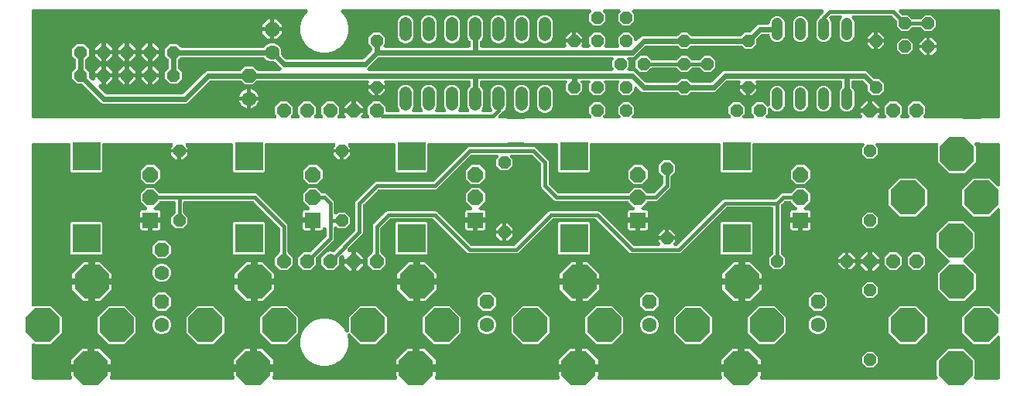
<source format=gbl>
G04 EAGLE Gerber RS-274X export*
G75*
%MOMM*%
%FSLAX34Y34*%
%LPD*%
%INBottom Copper*%
%IPPOS*%
%AMOC8*
5,1,8,0,0,1.08239X$1,22.5*%
G01*
%ADD10C,1.320800*%
%ADD11C,1.208000*%
%ADD12R,1.676400X1.676400*%
%ADD13P,1.814519X8X22.500000*%
%ADD14R,3.116000X3.116000*%
%ADD15P,1.429621X8X292.500000*%
%ADD16P,1.429621X8X112.500000*%
%ADD17P,1.429621X8X202.500000*%
%ADD18P,1.429621X8X22.500000*%
%ADD19P,1.732040X8X112.500000*%
%ADD20C,1.600200*%
%ADD21P,4.058962X8X202.500000*%
%ADD22P,4.058962X8X112.500000*%
%ADD23P,1.539592X8X202.500000*%
%ADD24P,1.649562X8X112.500000*%
%ADD25R,1.006400X1.006400*%
%ADD26C,0.609600*%
%ADD27C,0.406400*%

G36*
X52345Y10162D02*
X52345Y10162D01*
X52354Y10161D01*
X52546Y10182D01*
X52736Y10201D01*
X52745Y10203D01*
X52754Y10204D01*
X52937Y10262D01*
X53121Y10319D01*
X53129Y10323D01*
X53138Y10326D01*
X53307Y10419D01*
X53475Y10511D01*
X53482Y10516D01*
X53490Y10521D01*
X53638Y10646D01*
X53785Y10768D01*
X53790Y10775D01*
X53797Y10781D01*
X53917Y10933D01*
X54037Y11082D01*
X54041Y11090D01*
X54047Y11097D01*
X54134Y11270D01*
X54222Y11439D01*
X54225Y11448D01*
X54229Y11456D01*
X54281Y11641D01*
X54334Y11826D01*
X54335Y11835D01*
X54337Y11844D01*
X54351Y12036D01*
X54367Y12228D01*
X54366Y12236D01*
X54366Y12245D01*
X54342Y12437D01*
X54320Y12627D01*
X54317Y12636D01*
X54316Y12645D01*
X54255Y12827D01*
X54195Y13010D01*
X54191Y13018D01*
X54188Y13026D01*
X54091Y13194D01*
X53997Y13361D01*
X53991Y13368D01*
X53987Y13375D01*
X53772Y13628D01*
X53559Y13841D01*
X53559Y18597D01*
X72818Y18597D01*
X72836Y18599D01*
X72853Y18597D01*
X73036Y18618D01*
X73218Y18637D01*
X73236Y18642D01*
X73253Y18644D01*
X73428Y18701D01*
X73603Y18755D01*
X73619Y18763D01*
X73636Y18769D01*
X73796Y18859D01*
X73957Y18947D01*
X73971Y18958D01*
X73987Y18967D01*
X74126Y19087D01*
X74267Y19204D01*
X74278Y19218D01*
X74291Y19230D01*
X74404Y19375D01*
X74519Y19518D01*
X74527Y19534D01*
X74538Y19548D01*
X74620Y19713D01*
X74705Y19875D01*
X74709Y19892D01*
X74717Y19909D01*
X74765Y20087D01*
X74816Y20262D01*
X74817Y20280D01*
X74822Y20297D01*
X74849Y20628D01*
X74849Y22661D01*
X74851Y22661D01*
X74851Y20628D01*
X74853Y20610D01*
X74851Y20592D01*
X74873Y20410D01*
X74891Y20227D01*
X74896Y20210D01*
X74898Y20193D01*
X74955Y20018D01*
X75009Y19842D01*
X75017Y19827D01*
X75023Y19810D01*
X75113Y19650D01*
X75201Y19488D01*
X75212Y19475D01*
X75221Y19459D01*
X75341Y19320D01*
X75458Y19179D01*
X75472Y19168D01*
X75484Y19155D01*
X75629Y19042D01*
X75772Y18927D01*
X75788Y18919D01*
X75802Y18908D01*
X75967Y18826D01*
X76130Y18741D01*
X76147Y18736D01*
X76163Y18728D01*
X76341Y18681D01*
X76516Y18630D01*
X76534Y18628D01*
X76551Y18624D01*
X76882Y18597D01*
X96141Y18597D01*
X96141Y13841D01*
X95928Y13628D01*
X95922Y13621D01*
X95915Y13616D01*
X95796Y13467D01*
X95673Y13317D01*
X95669Y13309D01*
X95663Y13302D01*
X95575Y13133D01*
X95484Y12961D01*
X95482Y12952D01*
X95478Y12945D01*
X95425Y12761D01*
X95369Y12575D01*
X95369Y12566D01*
X95366Y12558D01*
X95351Y12367D01*
X95333Y12174D01*
X95334Y12165D01*
X95333Y12156D01*
X95356Y11967D01*
X95376Y11774D01*
X95379Y11765D01*
X95380Y11757D01*
X95440Y11574D01*
X95498Y11390D01*
X95502Y11382D01*
X95505Y11374D01*
X95600Y11205D01*
X95693Y11038D01*
X95699Y11031D01*
X95703Y11023D01*
X95830Y10877D01*
X95953Y10731D01*
X95960Y10725D01*
X95966Y10718D01*
X96119Y10600D01*
X96269Y10481D01*
X96277Y10477D01*
X96284Y10472D01*
X96458Y10385D01*
X96628Y10299D01*
X96637Y10296D01*
X96645Y10292D01*
X96833Y10242D01*
X97016Y10191D01*
X97025Y10190D01*
X97033Y10188D01*
X97364Y10161D01*
X230136Y10161D01*
X230145Y10162D01*
X230154Y10161D01*
X230346Y10182D01*
X230536Y10201D01*
X230545Y10203D01*
X230554Y10204D01*
X230737Y10262D01*
X230921Y10319D01*
X230929Y10323D01*
X230938Y10326D01*
X231107Y10419D01*
X231275Y10511D01*
X231282Y10516D01*
X231290Y10521D01*
X231438Y10646D01*
X231585Y10768D01*
X231590Y10775D01*
X231597Y10781D01*
X231717Y10933D01*
X231837Y11082D01*
X231841Y11090D01*
X231847Y11097D01*
X231934Y11270D01*
X232022Y11439D01*
X232025Y11448D01*
X232029Y11456D01*
X232081Y11641D01*
X232134Y11826D01*
X232135Y11835D01*
X232137Y11844D01*
X232151Y12036D01*
X232167Y12228D01*
X232166Y12236D01*
X232166Y12245D01*
X232142Y12437D01*
X232120Y12627D01*
X232117Y12636D01*
X232116Y12645D01*
X232055Y12827D01*
X231995Y13010D01*
X231991Y13018D01*
X231988Y13026D01*
X231891Y13194D01*
X231797Y13361D01*
X231791Y13368D01*
X231787Y13375D01*
X231572Y13628D01*
X231359Y13841D01*
X231359Y18597D01*
X250618Y18597D01*
X250636Y18599D01*
X250653Y18597D01*
X250836Y18618D01*
X251018Y18637D01*
X251036Y18642D01*
X251053Y18644D01*
X251228Y18701D01*
X251403Y18755D01*
X251419Y18763D01*
X251436Y18769D01*
X251596Y18859D01*
X251757Y18947D01*
X251771Y18958D01*
X251787Y18967D01*
X251926Y19087D01*
X252067Y19204D01*
X252078Y19218D01*
X252091Y19230D01*
X252204Y19375D01*
X252319Y19518D01*
X252327Y19534D01*
X252338Y19548D01*
X252420Y19713D01*
X252505Y19875D01*
X252509Y19892D01*
X252517Y19909D01*
X252565Y20087D01*
X252616Y20262D01*
X252617Y20280D01*
X252622Y20297D01*
X252649Y20628D01*
X252649Y22661D01*
X252651Y22661D01*
X252651Y20628D01*
X252653Y20610D01*
X252651Y20592D01*
X252673Y20410D01*
X252691Y20227D01*
X252696Y20210D01*
X252698Y20193D01*
X252755Y20018D01*
X252809Y19842D01*
X252817Y19827D01*
X252823Y19810D01*
X252913Y19650D01*
X253001Y19488D01*
X253012Y19475D01*
X253021Y19459D01*
X253141Y19320D01*
X253258Y19179D01*
X253272Y19168D01*
X253284Y19155D01*
X253429Y19042D01*
X253572Y18927D01*
X253588Y18919D01*
X253602Y18908D01*
X253767Y18826D01*
X253930Y18741D01*
X253947Y18736D01*
X253963Y18728D01*
X254141Y18681D01*
X254316Y18630D01*
X254334Y18628D01*
X254351Y18624D01*
X254682Y18597D01*
X273941Y18597D01*
X273941Y13841D01*
X273728Y13628D01*
X273722Y13621D01*
X273715Y13616D01*
X273596Y13467D01*
X273473Y13317D01*
X273469Y13309D01*
X273463Y13302D01*
X273375Y13133D01*
X273284Y12961D01*
X273282Y12952D01*
X273278Y12945D01*
X273225Y12761D01*
X273169Y12575D01*
X273169Y12566D01*
X273166Y12558D01*
X273151Y12367D01*
X273133Y12174D01*
X273134Y12165D01*
X273133Y12156D01*
X273156Y11967D01*
X273176Y11774D01*
X273179Y11765D01*
X273180Y11757D01*
X273240Y11574D01*
X273298Y11390D01*
X273302Y11382D01*
X273305Y11374D01*
X273400Y11205D01*
X273493Y11038D01*
X273499Y11031D01*
X273503Y11023D01*
X273630Y10877D01*
X273753Y10731D01*
X273760Y10725D01*
X273766Y10718D01*
X273919Y10600D01*
X274069Y10481D01*
X274077Y10477D01*
X274084Y10472D01*
X274258Y10385D01*
X274428Y10299D01*
X274437Y10296D01*
X274445Y10292D01*
X274633Y10242D01*
X274816Y10191D01*
X274825Y10190D01*
X274833Y10188D01*
X275164Y10161D01*
X407936Y10161D01*
X407945Y10162D01*
X407954Y10161D01*
X408146Y10182D01*
X408336Y10201D01*
X408345Y10203D01*
X408354Y10204D01*
X408537Y10262D01*
X408721Y10319D01*
X408729Y10323D01*
X408738Y10326D01*
X408907Y10419D01*
X409075Y10511D01*
X409082Y10516D01*
X409090Y10521D01*
X409238Y10646D01*
X409385Y10768D01*
X409390Y10775D01*
X409397Y10781D01*
X409517Y10933D01*
X409637Y11082D01*
X409641Y11090D01*
X409647Y11097D01*
X409734Y11270D01*
X409822Y11439D01*
X409825Y11448D01*
X409829Y11456D01*
X409881Y11641D01*
X409934Y11826D01*
X409935Y11835D01*
X409937Y11844D01*
X409951Y12036D01*
X409967Y12228D01*
X409966Y12236D01*
X409966Y12245D01*
X409942Y12437D01*
X409920Y12627D01*
X409917Y12636D01*
X409916Y12645D01*
X409855Y12827D01*
X409795Y13010D01*
X409791Y13018D01*
X409788Y13026D01*
X409691Y13194D01*
X409597Y13361D01*
X409591Y13368D01*
X409587Y13375D01*
X409372Y13628D01*
X409159Y13841D01*
X409159Y18597D01*
X428418Y18597D01*
X428436Y18599D01*
X428453Y18597D01*
X428636Y18618D01*
X428818Y18637D01*
X428836Y18642D01*
X428853Y18644D01*
X429028Y18701D01*
X429203Y18755D01*
X429219Y18763D01*
X429236Y18769D01*
X429396Y18859D01*
X429557Y18947D01*
X429571Y18958D01*
X429587Y18967D01*
X429726Y19087D01*
X429867Y19204D01*
X429878Y19218D01*
X429891Y19230D01*
X430004Y19375D01*
X430119Y19518D01*
X430127Y19534D01*
X430138Y19548D01*
X430220Y19713D01*
X430305Y19875D01*
X430309Y19892D01*
X430317Y19909D01*
X430365Y20087D01*
X430416Y20262D01*
X430417Y20280D01*
X430422Y20297D01*
X430449Y20628D01*
X430449Y22661D01*
X430451Y22661D01*
X430451Y20628D01*
X430453Y20610D01*
X430451Y20592D01*
X430473Y20410D01*
X430491Y20227D01*
X430496Y20210D01*
X430498Y20193D01*
X430555Y20018D01*
X430609Y19842D01*
X430617Y19827D01*
X430623Y19810D01*
X430713Y19650D01*
X430801Y19488D01*
X430812Y19475D01*
X430821Y19459D01*
X430941Y19320D01*
X431058Y19179D01*
X431072Y19168D01*
X431084Y19155D01*
X431229Y19042D01*
X431372Y18927D01*
X431388Y18919D01*
X431402Y18908D01*
X431567Y18826D01*
X431730Y18741D01*
X431747Y18736D01*
X431763Y18728D01*
X431941Y18681D01*
X432116Y18630D01*
X432134Y18628D01*
X432151Y18624D01*
X432482Y18597D01*
X451741Y18597D01*
X451741Y13841D01*
X451528Y13628D01*
X451522Y13621D01*
X451515Y13616D01*
X451396Y13467D01*
X451273Y13317D01*
X451269Y13309D01*
X451263Y13302D01*
X451175Y13133D01*
X451084Y12961D01*
X451082Y12952D01*
X451078Y12945D01*
X451025Y12761D01*
X450969Y12575D01*
X450969Y12566D01*
X450966Y12558D01*
X450951Y12367D01*
X450933Y12174D01*
X450934Y12165D01*
X450933Y12156D01*
X450956Y11967D01*
X450976Y11774D01*
X450979Y11765D01*
X450980Y11757D01*
X451040Y11574D01*
X451098Y11390D01*
X451102Y11382D01*
X451105Y11374D01*
X451200Y11205D01*
X451293Y11038D01*
X451299Y11031D01*
X451303Y11023D01*
X451430Y10877D01*
X451553Y10731D01*
X451560Y10725D01*
X451566Y10718D01*
X451719Y10600D01*
X451869Y10481D01*
X451877Y10477D01*
X451884Y10472D01*
X452058Y10385D01*
X452228Y10299D01*
X452237Y10296D01*
X452245Y10292D01*
X452433Y10242D01*
X452616Y10191D01*
X452625Y10190D01*
X452633Y10188D01*
X452964Y10161D01*
X585736Y10161D01*
X585745Y10162D01*
X585754Y10161D01*
X585946Y10182D01*
X586136Y10201D01*
X586145Y10203D01*
X586154Y10204D01*
X586337Y10262D01*
X586521Y10319D01*
X586529Y10323D01*
X586538Y10326D01*
X586707Y10419D01*
X586875Y10511D01*
X586882Y10516D01*
X586890Y10521D01*
X587038Y10646D01*
X587185Y10768D01*
X587190Y10775D01*
X587197Y10781D01*
X587317Y10933D01*
X587437Y11082D01*
X587441Y11090D01*
X587447Y11097D01*
X587534Y11270D01*
X587622Y11439D01*
X587625Y11448D01*
X587629Y11456D01*
X587681Y11641D01*
X587734Y11826D01*
X587735Y11835D01*
X587737Y11844D01*
X587751Y12036D01*
X587767Y12228D01*
X587766Y12236D01*
X587766Y12245D01*
X587742Y12437D01*
X587720Y12627D01*
X587717Y12636D01*
X587716Y12645D01*
X587655Y12827D01*
X587595Y13010D01*
X587591Y13018D01*
X587588Y13026D01*
X587491Y13194D01*
X587397Y13361D01*
X587391Y13368D01*
X587387Y13375D01*
X587172Y13628D01*
X586959Y13841D01*
X586959Y18597D01*
X606218Y18597D01*
X606236Y18599D01*
X606253Y18597D01*
X606436Y18618D01*
X606618Y18637D01*
X606636Y18642D01*
X606653Y18644D01*
X606828Y18701D01*
X607003Y18755D01*
X607019Y18763D01*
X607036Y18769D01*
X607196Y18859D01*
X607357Y18947D01*
X607371Y18958D01*
X607387Y18967D01*
X607526Y19087D01*
X607667Y19204D01*
X607678Y19218D01*
X607691Y19230D01*
X607804Y19375D01*
X607919Y19518D01*
X607927Y19534D01*
X607938Y19548D01*
X608020Y19713D01*
X608105Y19875D01*
X608109Y19892D01*
X608117Y19909D01*
X608165Y20087D01*
X608216Y20262D01*
X608217Y20280D01*
X608222Y20297D01*
X608249Y20628D01*
X608249Y22661D01*
X608251Y22661D01*
X608251Y20628D01*
X608253Y20610D01*
X608251Y20592D01*
X608273Y20410D01*
X608291Y20227D01*
X608296Y20210D01*
X608298Y20193D01*
X608355Y20018D01*
X608409Y19842D01*
X608417Y19827D01*
X608423Y19810D01*
X608513Y19650D01*
X608601Y19488D01*
X608612Y19475D01*
X608621Y19459D01*
X608741Y19320D01*
X608858Y19179D01*
X608872Y19168D01*
X608884Y19155D01*
X609029Y19042D01*
X609172Y18927D01*
X609188Y18919D01*
X609202Y18908D01*
X609367Y18826D01*
X609530Y18741D01*
X609547Y18736D01*
X609563Y18728D01*
X609741Y18681D01*
X609916Y18630D01*
X609934Y18628D01*
X609951Y18624D01*
X610282Y18597D01*
X629541Y18597D01*
X629541Y13841D01*
X629328Y13628D01*
X629322Y13621D01*
X629315Y13616D01*
X629196Y13467D01*
X629073Y13317D01*
X629069Y13309D01*
X629063Y13302D01*
X628975Y13133D01*
X628884Y12961D01*
X628882Y12952D01*
X628878Y12945D01*
X628825Y12761D01*
X628769Y12575D01*
X628769Y12566D01*
X628766Y12558D01*
X628751Y12367D01*
X628733Y12174D01*
X628734Y12165D01*
X628733Y12156D01*
X628756Y11967D01*
X628776Y11774D01*
X628779Y11765D01*
X628780Y11757D01*
X628840Y11574D01*
X628898Y11390D01*
X628902Y11382D01*
X628905Y11374D01*
X629000Y11205D01*
X629093Y11038D01*
X629099Y11031D01*
X629103Y11023D01*
X629230Y10877D01*
X629353Y10731D01*
X629360Y10725D01*
X629366Y10718D01*
X629519Y10600D01*
X629669Y10481D01*
X629677Y10477D01*
X629684Y10472D01*
X629858Y10385D01*
X630028Y10299D01*
X630037Y10296D01*
X630045Y10292D01*
X630233Y10242D01*
X630416Y10191D01*
X630425Y10190D01*
X630433Y10188D01*
X630764Y10161D01*
X763536Y10161D01*
X763545Y10162D01*
X763554Y10161D01*
X763746Y10182D01*
X763936Y10201D01*
X763945Y10203D01*
X763954Y10204D01*
X764137Y10262D01*
X764321Y10319D01*
X764329Y10323D01*
X764338Y10326D01*
X764507Y10419D01*
X764675Y10511D01*
X764682Y10516D01*
X764690Y10521D01*
X764838Y10646D01*
X764985Y10768D01*
X764990Y10775D01*
X764997Y10781D01*
X765117Y10933D01*
X765237Y11082D01*
X765241Y11090D01*
X765247Y11097D01*
X765334Y11270D01*
X765422Y11439D01*
X765425Y11448D01*
X765429Y11456D01*
X765481Y11641D01*
X765534Y11826D01*
X765535Y11835D01*
X765537Y11844D01*
X765551Y12036D01*
X765567Y12228D01*
X765566Y12236D01*
X765566Y12245D01*
X765542Y12437D01*
X765520Y12627D01*
X765517Y12636D01*
X765516Y12645D01*
X765455Y12827D01*
X765395Y13010D01*
X765391Y13018D01*
X765388Y13026D01*
X765291Y13194D01*
X765197Y13361D01*
X765191Y13368D01*
X765187Y13375D01*
X764972Y13628D01*
X764759Y13841D01*
X764759Y18597D01*
X784018Y18597D01*
X784036Y18599D01*
X784053Y18597D01*
X784236Y18618D01*
X784418Y18637D01*
X784436Y18642D01*
X784453Y18644D01*
X784628Y18701D01*
X784803Y18755D01*
X784819Y18763D01*
X784836Y18769D01*
X784996Y18859D01*
X785157Y18947D01*
X785171Y18958D01*
X785187Y18967D01*
X785326Y19087D01*
X785467Y19204D01*
X785478Y19218D01*
X785491Y19230D01*
X785604Y19375D01*
X785719Y19518D01*
X785727Y19534D01*
X785738Y19548D01*
X785820Y19713D01*
X785905Y19875D01*
X785909Y19892D01*
X785917Y19909D01*
X785965Y20087D01*
X786016Y20262D01*
X786017Y20280D01*
X786022Y20297D01*
X786049Y20628D01*
X786049Y22661D01*
X786051Y22661D01*
X786051Y20628D01*
X786053Y20610D01*
X786051Y20592D01*
X786073Y20410D01*
X786091Y20227D01*
X786096Y20210D01*
X786098Y20193D01*
X786155Y20018D01*
X786209Y19842D01*
X786217Y19827D01*
X786223Y19810D01*
X786313Y19650D01*
X786401Y19488D01*
X786412Y19475D01*
X786421Y19459D01*
X786541Y19320D01*
X786658Y19179D01*
X786672Y19168D01*
X786684Y19155D01*
X786829Y19042D01*
X786972Y18927D01*
X786988Y18919D01*
X787002Y18908D01*
X787167Y18826D01*
X787330Y18741D01*
X787347Y18736D01*
X787363Y18728D01*
X787541Y18681D01*
X787716Y18630D01*
X787734Y18628D01*
X787751Y18624D01*
X788082Y18597D01*
X807341Y18597D01*
X807341Y13841D01*
X807128Y13628D01*
X807122Y13621D01*
X807115Y13616D01*
X806996Y13467D01*
X806873Y13317D01*
X806869Y13309D01*
X806863Y13302D01*
X806775Y13133D01*
X806684Y12961D01*
X806682Y12952D01*
X806678Y12945D01*
X806625Y12761D01*
X806569Y12575D01*
X806569Y12566D01*
X806566Y12558D01*
X806551Y12367D01*
X806533Y12174D01*
X806534Y12165D01*
X806533Y12156D01*
X806556Y11967D01*
X806576Y11774D01*
X806579Y11765D01*
X806580Y11757D01*
X806640Y11574D01*
X806698Y11390D01*
X806702Y11382D01*
X806705Y11374D01*
X806800Y11205D01*
X806893Y11038D01*
X806899Y11031D01*
X806903Y11023D01*
X807030Y10877D01*
X807153Y10731D01*
X807160Y10725D01*
X807166Y10718D01*
X807319Y10600D01*
X807469Y10481D01*
X807477Y10477D01*
X807484Y10472D01*
X807658Y10385D01*
X807828Y10299D01*
X807837Y10296D01*
X807845Y10292D01*
X808033Y10242D01*
X808216Y10191D01*
X808225Y10190D01*
X808233Y10188D01*
X808564Y10161D01*
X999204Y10161D01*
X999213Y10162D01*
X999222Y10161D01*
X999414Y10182D01*
X999605Y10201D01*
X999613Y10203D01*
X999622Y10204D01*
X999805Y10262D01*
X999990Y10319D01*
X999998Y10323D01*
X1000006Y10326D01*
X1000174Y10419D01*
X1000344Y10511D01*
X1000351Y10516D01*
X1000358Y10521D01*
X1000506Y10646D01*
X1000653Y10768D01*
X1000659Y10775D01*
X1000665Y10781D01*
X1000786Y10933D01*
X1000905Y11082D01*
X1000909Y11090D01*
X1000915Y11097D01*
X1001003Y11270D01*
X1001091Y11439D01*
X1001093Y11448D01*
X1001097Y11456D01*
X1001149Y11641D01*
X1001202Y11826D01*
X1001203Y11835D01*
X1001205Y11844D01*
X1001219Y12036D01*
X1001235Y12228D01*
X1001234Y12236D01*
X1001235Y12245D01*
X1001211Y12436D01*
X1001188Y12627D01*
X1001185Y12636D01*
X1001184Y12645D01*
X1001123Y12826D01*
X1001063Y13010D01*
X1001059Y13018D01*
X1001056Y13026D01*
X1000960Y13194D01*
X1000865Y13361D01*
X1000860Y13368D01*
X1000855Y13375D01*
X1000640Y13628D01*
X1000217Y14052D01*
X1000217Y31268D01*
X1012392Y43443D01*
X1029608Y43443D01*
X1041783Y31268D01*
X1041783Y14052D01*
X1041360Y13628D01*
X1041354Y13621D01*
X1041347Y13616D01*
X1041227Y13467D01*
X1041104Y13317D01*
X1041100Y13309D01*
X1041095Y13302D01*
X1041007Y13132D01*
X1040916Y12961D01*
X1040913Y12952D01*
X1040909Y12945D01*
X1040856Y12760D01*
X1040801Y12575D01*
X1040800Y12566D01*
X1040798Y12558D01*
X1040782Y12367D01*
X1040765Y12174D01*
X1040766Y12165D01*
X1040765Y12156D01*
X1040787Y11967D01*
X1040808Y11774D01*
X1040811Y11765D01*
X1040812Y11757D01*
X1040871Y11574D01*
X1040930Y11390D01*
X1040934Y11382D01*
X1040937Y11374D01*
X1041031Y11207D01*
X1041124Y11038D01*
X1041130Y11031D01*
X1041135Y11023D01*
X1041260Y10878D01*
X1041385Y10731D01*
X1041392Y10725D01*
X1041398Y10718D01*
X1041549Y10601D01*
X1041701Y10481D01*
X1041709Y10477D01*
X1041716Y10472D01*
X1041888Y10386D01*
X1042060Y10299D01*
X1042068Y10296D01*
X1042076Y10292D01*
X1042262Y10243D01*
X1042448Y10191D01*
X1042456Y10190D01*
X1042465Y10188D01*
X1042796Y10161D01*
X1067308Y10161D01*
X1067326Y10163D01*
X1067344Y10161D01*
X1067526Y10182D01*
X1067709Y10201D01*
X1067726Y10206D01*
X1067743Y10208D01*
X1067918Y10265D01*
X1068094Y10319D01*
X1068109Y10327D01*
X1068126Y10333D01*
X1068286Y10423D01*
X1068448Y10511D01*
X1068461Y10522D01*
X1068477Y10531D01*
X1068616Y10651D01*
X1068757Y10768D01*
X1068768Y10782D01*
X1068782Y10794D01*
X1068894Y10939D01*
X1069009Y11082D01*
X1069017Y11098D01*
X1069028Y11112D01*
X1069110Y11277D01*
X1069195Y11439D01*
X1069200Y11456D01*
X1069208Y11472D01*
X1069255Y11651D01*
X1069306Y11826D01*
X1069308Y11844D01*
X1069312Y11861D01*
X1069339Y12192D01*
X1069339Y55894D01*
X1069338Y55903D01*
X1069339Y55912D01*
X1069318Y56104D01*
X1069299Y56295D01*
X1069297Y56303D01*
X1069296Y56312D01*
X1069238Y56496D01*
X1069181Y56680D01*
X1069177Y56688D01*
X1069174Y56696D01*
X1069082Y56864D01*
X1068989Y57034D01*
X1068984Y57041D01*
X1068979Y57048D01*
X1068855Y57195D01*
X1068732Y57343D01*
X1068725Y57349D01*
X1068719Y57355D01*
X1068567Y57475D01*
X1068418Y57595D01*
X1068410Y57599D01*
X1068403Y57605D01*
X1068230Y57693D01*
X1068061Y57781D01*
X1068052Y57783D01*
X1068044Y57787D01*
X1067858Y57839D01*
X1067674Y57892D01*
X1067665Y57893D01*
X1067656Y57895D01*
X1067463Y57909D01*
X1067272Y57925D01*
X1067264Y57924D01*
X1067255Y57925D01*
X1067062Y57900D01*
X1066873Y57878D01*
X1066864Y57875D01*
X1066855Y57874D01*
X1066672Y57813D01*
X1066490Y57753D01*
X1066482Y57749D01*
X1066474Y57746D01*
X1066307Y57650D01*
X1066139Y57555D01*
X1066132Y57550D01*
X1066125Y57545D01*
X1065872Y57331D01*
X1057608Y49067D01*
X1040392Y49067D01*
X1028217Y61242D01*
X1028217Y78458D01*
X1040392Y90633D01*
X1057608Y90633D01*
X1065872Y82369D01*
X1065879Y82364D01*
X1065884Y82357D01*
X1066034Y82237D01*
X1066183Y82114D01*
X1066191Y82110D01*
X1066198Y82105D01*
X1066368Y82016D01*
X1066539Y81926D01*
X1066548Y81923D01*
X1066555Y81919D01*
X1066740Y81866D01*
X1066925Y81811D01*
X1066934Y81810D01*
X1066942Y81808D01*
X1067134Y81792D01*
X1067326Y81775D01*
X1067335Y81776D01*
X1067344Y81775D01*
X1067533Y81797D01*
X1067726Y81818D01*
X1067735Y81821D01*
X1067743Y81822D01*
X1067925Y81881D01*
X1068110Y81940D01*
X1068118Y81944D01*
X1068126Y81947D01*
X1068295Y82042D01*
X1068462Y82134D01*
X1068469Y82140D01*
X1068477Y82145D01*
X1068623Y82270D01*
X1068769Y82395D01*
X1068775Y82402D01*
X1068782Y82408D01*
X1068899Y82559D01*
X1069019Y82711D01*
X1069023Y82719D01*
X1069028Y82726D01*
X1069114Y82898D01*
X1069201Y83070D01*
X1069204Y83078D01*
X1069208Y83086D01*
X1069258Y83273D01*
X1069309Y83458D01*
X1069310Y83466D01*
X1069312Y83475D01*
X1069339Y83806D01*
X1069339Y195594D01*
X1069338Y195603D01*
X1069339Y195612D01*
X1069318Y195805D01*
X1069299Y195995D01*
X1069297Y196003D01*
X1069296Y196012D01*
X1069238Y196196D01*
X1069181Y196380D01*
X1069177Y196388D01*
X1069174Y196396D01*
X1069082Y196564D01*
X1068989Y196734D01*
X1068984Y196741D01*
X1068979Y196748D01*
X1068855Y196895D01*
X1068732Y197043D01*
X1068725Y197049D01*
X1068719Y197055D01*
X1068567Y197175D01*
X1068418Y197295D01*
X1068410Y197299D01*
X1068403Y197305D01*
X1068231Y197392D01*
X1068061Y197481D01*
X1068052Y197483D01*
X1068044Y197487D01*
X1067858Y197539D01*
X1067674Y197592D01*
X1067665Y197593D01*
X1067656Y197595D01*
X1067463Y197609D01*
X1067272Y197625D01*
X1067264Y197624D01*
X1067255Y197625D01*
X1067062Y197600D01*
X1066873Y197578D01*
X1066864Y197575D01*
X1066855Y197574D01*
X1066672Y197513D01*
X1066490Y197453D01*
X1066482Y197449D01*
X1066474Y197446D01*
X1066307Y197350D01*
X1066139Y197255D01*
X1066132Y197250D01*
X1066125Y197245D01*
X1065872Y197031D01*
X1057608Y188767D01*
X1040392Y188767D01*
X1028217Y200942D01*
X1028217Y218158D01*
X1040392Y230333D01*
X1057608Y230333D01*
X1065872Y222069D01*
X1065879Y222064D01*
X1065884Y222057D01*
X1066034Y221937D01*
X1066183Y221814D01*
X1066191Y221810D01*
X1066198Y221805D01*
X1066368Y221716D01*
X1066539Y221626D01*
X1066548Y221623D01*
X1066555Y221619D01*
X1066740Y221566D01*
X1066925Y221511D01*
X1066934Y221510D01*
X1066942Y221508D01*
X1067134Y221492D01*
X1067326Y221475D01*
X1067335Y221476D01*
X1067344Y221475D01*
X1067533Y221497D01*
X1067726Y221518D01*
X1067735Y221521D01*
X1067743Y221522D01*
X1067925Y221581D01*
X1068110Y221640D01*
X1068118Y221644D01*
X1068126Y221647D01*
X1068295Y221742D01*
X1068462Y221834D01*
X1068469Y221840D01*
X1068477Y221845D01*
X1068623Y221970D01*
X1068769Y222095D01*
X1068775Y222102D01*
X1068782Y222108D01*
X1068899Y222259D01*
X1069019Y222411D01*
X1069023Y222419D01*
X1069028Y222426D01*
X1069114Y222598D01*
X1069201Y222770D01*
X1069204Y222778D01*
X1069208Y222786D01*
X1069258Y222973D01*
X1069309Y223158D01*
X1069310Y223166D01*
X1069312Y223175D01*
X1069339Y223506D01*
X1069339Y267208D01*
X1069337Y267226D01*
X1069339Y267244D01*
X1069318Y267426D01*
X1069299Y267609D01*
X1069294Y267626D01*
X1069292Y267643D01*
X1069235Y267818D01*
X1069181Y267994D01*
X1069173Y268009D01*
X1069167Y268026D01*
X1069077Y268186D01*
X1068989Y268348D01*
X1068978Y268361D01*
X1068969Y268377D01*
X1068849Y268516D01*
X1068732Y268657D01*
X1068718Y268668D01*
X1068706Y268682D01*
X1068561Y268794D01*
X1068418Y268909D01*
X1068402Y268917D01*
X1068388Y268928D01*
X1068223Y269010D01*
X1068061Y269095D01*
X1068044Y269100D01*
X1068028Y269108D01*
X1067849Y269155D01*
X1067674Y269206D01*
X1067656Y269208D01*
X1067639Y269212D01*
X1067308Y269239D01*
X1048272Y269239D01*
X1047016Y269760D01*
X1046986Y269769D01*
X1046958Y269783D01*
X1046794Y269827D01*
X1046631Y269876D01*
X1046600Y269879D01*
X1046569Y269887D01*
X1046239Y269914D01*
X1043391Y269914D01*
X1043382Y269913D01*
X1043373Y269914D01*
X1043181Y269893D01*
X1042990Y269874D01*
X1042982Y269872D01*
X1042973Y269871D01*
X1042790Y269813D01*
X1042605Y269756D01*
X1042597Y269752D01*
X1042589Y269749D01*
X1042421Y269656D01*
X1042251Y269564D01*
X1042244Y269559D01*
X1042237Y269554D01*
X1042089Y269429D01*
X1041942Y269307D01*
X1041936Y269300D01*
X1041930Y269294D01*
X1041810Y269143D01*
X1041690Y268993D01*
X1041685Y268985D01*
X1041680Y268978D01*
X1041593Y268807D01*
X1041504Y268636D01*
X1041502Y268627D01*
X1041498Y268619D01*
X1041446Y268433D01*
X1041393Y268249D01*
X1041392Y268240D01*
X1041390Y268231D01*
X1041376Y268039D01*
X1041360Y267847D01*
X1041361Y267839D01*
X1041360Y267830D01*
X1041385Y267637D01*
X1041407Y267448D01*
X1041410Y267439D01*
X1041411Y267430D01*
X1041473Y267245D01*
X1041532Y267065D01*
X1041536Y267057D01*
X1041539Y267049D01*
X1041634Y266883D01*
X1041730Y266714D01*
X1041735Y266707D01*
X1041740Y266700D01*
X1041955Y266447D01*
X1042783Y265619D01*
X1042783Y248402D01*
X1030608Y236227D01*
X1013392Y236227D01*
X1001217Y248402D01*
X1001217Y265618D01*
X1001370Y265772D01*
X1001376Y265779D01*
X1001383Y265784D01*
X1001503Y265933D01*
X1001626Y266083D01*
X1001630Y266091D01*
X1001635Y266098D01*
X1001723Y266267D01*
X1001814Y266439D01*
X1001817Y266448D01*
X1001821Y266455D01*
X1001874Y266639D01*
X1001929Y266825D01*
X1001930Y266834D01*
X1001932Y266842D01*
X1001948Y267033D01*
X1001965Y267226D01*
X1001964Y267235D01*
X1001965Y267244D01*
X1001943Y267433D01*
X1001922Y267626D01*
X1001919Y267635D01*
X1001918Y267643D01*
X1001859Y267826D01*
X1001800Y268010D01*
X1001796Y268018D01*
X1001793Y268026D01*
X1001698Y268195D01*
X1001606Y268362D01*
X1001600Y268369D01*
X1001595Y268377D01*
X1001470Y268522D01*
X1001345Y268669D01*
X1001338Y268675D01*
X1001332Y268682D01*
X1001180Y268799D01*
X1001029Y268919D01*
X1001021Y268923D01*
X1001014Y268928D01*
X1000841Y269015D01*
X1000670Y269101D01*
X1000662Y269104D01*
X1000654Y269108D01*
X1000465Y269158D01*
X1000282Y269209D01*
X1000274Y269210D01*
X1000265Y269212D01*
X999934Y269239D01*
X935329Y269239D01*
X935320Y269238D01*
X935311Y269239D01*
X935119Y269218D01*
X934928Y269199D01*
X934920Y269197D01*
X934911Y269196D01*
X934728Y269138D01*
X934543Y269081D01*
X934535Y269077D01*
X934527Y269074D01*
X934358Y268981D01*
X934189Y268889D01*
X934182Y268884D01*
X934175Y268879D01*
X934027Y268754D01*
X933880Y268632D01*
X933874Y268625D01*
X933868Y268619D01*
X933748Y268467D01*
X933628Y268318D01*
X933624Y268310D01*
X933618Y268303D01*
X933530Y268129D01*
X933442Y267961D01*
X933440Y267952D01*
X933436Y267944D01*
X933384Y267758D01*
X933331Y267574D01*
X933330Y267565D01*
X933328Y267556D01*
X933313Y267364D01*
X933298Y267172D01*
X933299Y267164D01*
X933298Y267155D01*
X933323Y266962D01*
X933345Y266773D01*
X933347Y266764D01*
X933349Y266755D01*
X933410Y266572D01*
X933470Y266390D01*
X933474Y266382D01*
X933477Y266374D01*
X933572Y266208D01*
X933667Y266039D01*
X933673Y266032D01*
X933678Y266025D01*
X933892Y265772D01*
X935737Y263927D01*
X935737Y256773D01*
X930677Y251713D01*
X923523Y251713D01*
X918463Y256773D01*
X918463Y263927D01*
X920308Y265772D01*
X920313Y265779D01*
X920320Y265784D01*
X920440Y265934D01*
X920563Y266083D01*
X920567Y266091D01*
X920572Y266098D01*
X920661Y266268D01*
X920751Y266439D01*
X920754Y266448D01*
X920758Y266455D01*
X920811Y266640D01*
X920866Y266825D01*
X920867Y266834D01*
X920869Y266842D01*
X920885Y267033D01*
X920902Y267226D01*
X920901Y267235D01*
X920902Y267244D01*
X920880Y267433D01*
X920859Y267626D01*
X920856Y267635D01*
X920855Y267643D01*
X920796Y267825D01*
X920738Y268010D01*
X920733Y268018D01*
X920730Y268026D01*
X920635Y268195D01*
X920543Y268362D01*
X920537Y268369D01*
X920533Y268377D01*
X920407Y268523D01*
X920282Y268669D01*
X920275Y268675D01*
X920269Y268682D01*
X920118Y268799D01*
X919966Y268919D01*
X919958Y268923D01*
X919951Y268928D01*
X919779Y269014D01*
X919607Y269101D01*
X919599Y269104D01*
X919591Y269108D01*
X919405Y269158D01*
X919219Y269209D01*
X919211Y269210D01*
X919202Y269212D01*
X918871Y269239D01*
X800694Y269239D01*
X800676Y269237D01*
X800658Y269239D01*
X800476Y269218D01*
X800293Y269199D01*
X800276Y269194D01*
X800259Y269192D01*
X800084Y269135D01*
X799908Y269081D01*
X799893Y269073D01*
X799876Y269067D01*
X799716Y268977D01*
X799554Y268889D01*
X799541Y268878D01*
X799525Y268869D01*
X799386Y268749D01*
X799245Y268632D01*
X799234Y268618D01*
X799220Y268606D01*
X799108Y268461D01*
X798993Y268318D01*
X798985Y268302D01*
X798974Y268288D01*
X798891Y268122D01*
X798807Y267961D01*
X798802Y267944D01*
X798794Y267928D01*
X798747Y267749D01*
X798696Y267574D01*
X798694Y267556D01*
X798690Y267539D01*
X798663Y267208D01*
X798663Y238128D01*
X797472Y236937D01*
X764628Y236937D01*
X763437Y238128D01*
X763437Y267208D01*
X763435Y267226D01*
X763437Y267244D01*
X763416Y267426D01*
X763397Y267609D01*
X763392Y267626D01*
X763390Y267643D01*
X763333Y267818D01*
X763279Y267994D01*
X763271Y268009D01*
X763265Y268026D01*
X763175Y268186D01*
X763087Y268348D01*
X763076Y268361D01*
X763067Y268377D01*
X762947Y268516D01*
X762830Y268657D01*
X762816Y268668D01*
X762804Y268682D01*
X762659Y268794D01*
X762516Y268909D01*
X762500Y268917D01*
X762486Y268928D01*
X762321Y269010D01*
X762159Y269095D01*
X762142Y269100D01*
X762126Y269108D01*
X761947Y269155D01*
X761772Y269206D01*
X761754Y269208D01*
X761737Y269212D01*
X761406Y269239D01*
X622894Y269239D01*
X622876Y269237D01*
X622858Y269239D01*
X622676Y269218D01*
X622493Y269199D01*
X622476Y269194D01*
X622459Y269192D01*
X622284Y269135D01*
X622108Y269081D01*
X622093Y269073D01*
X622076Y269067D01*
X621916Y268977D01*
X621754Y268889D01*
X621741Y268878D01*
X621725Y268869D01*
X621586Y268749D01*
X621445Y268632D01*
X621434Y268618D01*
X621420Y268606D01*
X621308Y268461D01*
X621193Y268318D01*
X621185Y268302D01*
X621174Y268288D01*
X621091Y268122D01*
X621007Y267961D01*
X621002Y267944D01*
X620994Y267928D01*
X620947Y267749D01*
X620896Y267574D01*
X620894Y267556D01*
X620890Y267539D01*
X620863Y267208D01*
X620863Y238128D01*
X619672Y236937D01*
X586828Y236937D01*
X585637Y238128D01*
X585637Y267208D01*
X585635Y267226D01*
X585637Y267244D01*
X585616Y267426D01*
X585597Y267609D01*
X585592Y267626D01*
X585590Y267643D01*
X585533Y267818D01*
X585479Y267994D01*
X585471Y268009D01*
X585465Y268026D01*
X585375Y268186D01*
X585287Y268348D01*
X585276Y268361D01*
X585267Y268377D01*
X585147Y268516D01*
X585030Y268657D01*
X585016Y268668D01*
X585004Y268682D01*
X584859Y268794D01*
X584716Y268909D01*
X584700Y268917D01*
X584686Y268928D01*
X584521Y269010D01*
X584359Y269095D01*
X584342Y269100D01*
X584326Y269108D01*
X584147Y269155D01*
X583972Y269206D01*
X583954Y269208D01*
X583937Y269212D01*
X583606Y269239D01*
X549797Y269239D01*
X548541Y269760D01*
X548511Y269769D01*
X548483Y269783D01*
X548318Y269827D01*
X548156Y269876D01*
X548125Y269879D01*
X548094Y269887D01*
X547764Y269914D01*
X543542Y269914D01*
X543484Y269930D01*
X543317Y269981D01*
X543290Y269983D01*
X543264Y269990D01*
X543090Y270002D01*
X542916Y270019D01*
X542889Y270016D01*
X542863Y270018D01*
X542689Y269995D01*
X542516Y269977D01*
X542490Y269969D01*
X542463Y269966D01*
X542303Y269914D01*
X537192Y269914D01*
X537134Y269930D01*
X536967Y269981D01*
X536940Y269983D01*
X536915Y269990D01*
X536739Y270002D01*
X536566Y270019D01*
X536540Y270016D01*
X536513Y270018D01*
X536339Y269995D01*
X536166Y269977D01*
X536140Y269969D01*
X536114Y269966D01*
X535953Y269914D01*
X531736Y269914D01*
X531705Y269911D01*
X531674Y269913D01*
X531505Y269891D01*
X531336Y269874D01*
X531306Y269865D01*
X531275Y269861D01*
X530959Y269760D01*
X529703Y269239D01*
X445094Y269239D01*
X445076Y269237D01*
X445058Y269239D01*
X444876Y269218D01*
X444693Y269199D01*
X444676Y269194D01*
X444659Y269192D01*
X444484Y269135D01*
X444308Y269081D01*
X444293Y269073D01*
X444276Y269067D01*
X444116Y268977D01*
X443954Y268889D01*
X443941Y268878D01*
X443925Y268869D01*
X443786Y268749D01*
X443645Y268632D01*
X443634Y268618D01*
X443620Y268606D01*
X443508Y268461D01*
X443393Y268318D01*
X443385Y268302D01*
X443374Y268288D01*
X443291Y268122D01*
X443207Y267961D01*
X443202Y267944D01*
X443194Y267928D01*
X443147Y267749D01*
X443096Y267574D01*
X443094Y267556D01*
X443090Y267539D01*
X443063Y267208D01*
X443063Y238128D01*
X441872Y236937D01*
X409028Y236937D01*
X407837Y238128D01*
X407837Y267208D01*
X407835Y267226D01*
X407837Y267244D01*
X407816Y267426D01*
X407797Y267609D01*
X407792Y267626D01*
X407790Y267643D01*
X407733Y267818D01*
X407679Y267994D01*
X407671Y268009D01*
X407665Y268026D01*
X407575Y268186D01*
X407487Y268348D01*
X407476Y268361D01*
X407467Y268377D01*
X407347Y268516D01*
X407230Y268657D01*
X407216Y268668D01*
X407204Y268682D01*
X407059Y268794D01*
X406916Y268909D01*
X406900Y268917D01*
X406886Y268928D01*
X406721Y269010D01*
X406559Y269095D01*
X406542Y269100D01*
X406526Y269108D01*
X406347Y269155D01*
X406172Y269206D01*
X406154Y269208D01*
X406137Y269212D01*
X405806Y269239D01*
X358197Y269239D01*
X358188Y269238D01*
X358179Y269239D01*
X357988Y269218D01*
X357797Y269199D01*
X357788Y269197D01*
X357779Y269196D01*
X357597Y269138D01*
X357412Y269081D01*
X357404Y269077D01*
X357395Y269074D01*
X357227Y268981D01*
X357058Y268889D01*
X357051Y268884D01*
X357043Y268879D01*
X356895Y268754D01*
X356748Y268632D01*
X356743Y268625D01*
X356736Y268619D01*
X356616Y268467D01*
X356496Y268318D01*
X356492Y268310D01*
X356486Y268303D01*
X356398Y268129D01*
X356311Y267961D01*
X356308Y267952D01*
X356304Y267944D01*
X356252Y267758D01*
X356199Y267574D01*
X356198Y267565D01*
X356196Y267556D01*
X356182Y267364D01*
X356166Y267172D01*
X356167Y267164D01*
X356167Y267155D01*
X356191Y266962D01*
X356213Y266773D01*
X356216Y266764D01*
X356217Y266755D01*
X356278Y266572D01*
X356338Y266390D01*
X356342Y266382D01*
X356345Y266374D01*
X356441Y266208D01*
X356536Y266039D01*
X356542Y266032D01*
X356546Y266025D01*
X356761Y265772D01*
X358395Y264138D01*
X358395Y262381D01*
X349250Y262381D01*
X340105Y262381D01*
X340105Y264138D01*
X341739Y265772D01*
X341745Y265779D01*
X341752Y265784D01*
X341872Y265934D01*
X341994Y266083D01*
X341998Y266091D01*
X342004Y266098D01*
X342092Y266268D01*
X342183Y266439D01*
X342185Y266448D01*
X342189Y266455D01*
X342243Y266640D01*
X342298Y266825D01*
X342298Y266834D01*
X342301Y266842D01*
X342317Y267033D01*
X342334Y267226D01*
X342333Y267235D01*
X342334Y267244D01*
X342312Y267433D01*
X342291Y267626D01*
X342288Y267635D01*
X342287Y267643D01*
X342227Y267825D01*
X342169Y268010D01*
X342165Y268018D01*
X342162Y268026D01*
X342067Y268195D01*
X341974Y268362D01*
X341969Y268369D01*
X341964Y268377D01*
X341838Y268523D01*
X341714Y268669D01*
X341707Y268675D01*
X341701Y268682D01*
X341550Y268799D01*
X341398Y268919D01*
X341390Y268923D01*
X341383Y268928D01*
X341211Y269014D01*
X341039Y269101D01*
X341030Y269104D01*
X341022Y269108D01*
X340836Y269158D01*
X340651Y269209D01*
X340642Y269210D01*
X340634Y269212D01*
X340303Y269239D01*
X267294Y269239D01*
X267276Y269237D01*
X267258Y269239D01*
X267076Y269218D01*
X266893Y269199D01*
X266876Y269194D01*
X266859Y269192D01*
X266684Y269135D01*
X266508Y269081D01*
X266493Y269073D01*
X266476Y269067D01*
X266316Y268977D01*
X266154Y268889D01*
X266141Y268878D01*
X266125Y268869D01*
X265986Y268749D01*
X265845Y268632D01*
X265834Y268618D01*
X265820Y268606D01*
X265708Y268461D01*
X265593Y268318D01*
X265585Y268302D01*
X265574Y268288D01*
X265491Y268122D01*
X265407Y267961D01*
X265402Y267944D01*
X265394Y267928D01*
X265347Y267749D01*
X265296Y267574D01*
X265294Y267556D01*
X265290Y267539D01*
X265263Y267208D01*
X265263Y238128D01*
X264072Y236937D01*
X231228Y236937D01*
X230037Y238128D01*
X230037Y267208D01*
X230035Y267226D01*
X230037Y267244D01*
X230016Y267426D01*
X229997Y267609D01*
X229992Y267626D01*
X229990Y267643D01*
X229933Y267818D01*
X229879Y267994D01*
X229871Y268009D01*
X229865Y268026D01*
X229775Y268186D01*
X229687Y268348D01*
X229676Y268361D01*
X229667Y268377D01*
X229547Y268516D01*
X229430Y268657D01*
X229416Y268668D01*
X229404Y268682D01*
X229259Y268794D01*
X229116Y268909D01*
X229100Y268917D01*
X229086Y268928D01*
X228921Y269010D01*
X228759Y269095D01*
X228742Y269100D01*
X228726Y269108D01*
X228547Y269155D01*
X228372Y269206D01*
X228354Y269208D01*
X228337Y269212D01*
X228006Y269239D01*
X180397Y269239D01*
X180388Y269238D01*
X180379Y269239D01*
X180188Y269218D01*
X179997Y269199D01*
X179988Y269197D01*
X179979Y269196D01*
X179797Y269138D01*
X179612Y269081D01*
X179604Y269077D01*
X179595Y269074D01*
X179427Y268981D01*
X179258Y268889D01*
X179251Y268884D01*
X179243Y268879D01*
X179095Y268754D01*
X178948Y268632D01*
X178943Y268625D01*
X178936Y268619D01*
X178816Y268467D01*
X178696Y268318D01*
X178692Y268310D01*
X178686Y268303D01*
X178598Y268129D01*
X178511Y267961D01*
X178508Y267952D01*
X178504Y267944D01*
X178452Y267758D01*
X178399Y267574D01*
X178398Y267565D01*
X178396Y267556D01*
X178382Y267364D01*
X178366Y267172D01*
X178367Y267164D01*
X178367Y267155D01*
X178391Y266962D01*
X178413Y266773D01*
X178416Y266764D01*
X178417Y266755D01*
X178478Y266572D01*
X178538Y266390D01*
X178542Y266382D01*
X178545Y266374D01*
X178641Y266208D01*
X178736Y266039D01*
X178742Y266032D01*
X178746Y266025D01*
X178961Y265772D01*
X180595Y264138D01*
X180595Y262381D01*
X171450Y262381D01*
X162305Y262381D01*
X162305Y264138D01*
X163939Y265772D01*
X163945Y265779D01*
X163952Y265784D01*
X164072Y265934D01*
X164194Y266083D01*
X164198Y266091D01*
X164204Y266098D01*
X164292Y266268D01*
X164383Y266439D01*
X164385Y266448D01*
X164389Y266455D01*
X164443Y266640D01*
X164498Y266825D01*
X164498Y266834D01*
X164501Y266842D01*
X164517Y267033D01*
X164534Y267226D01*
X164533Y267235D01*
X164534Y267244D01*
X164512Y267433D01*
X164491Y267626D01*
X164488Y267635D01*
X164487Y267643D01*
X164427Y267825D01*
X164369Y268010D01*
X164365Y268018D01*
X164362Y268026D01*
X164267Y268195D01*
X164174Y268362D01*
X164169Y268369D01*
X164164Y268377D01*
X164038Y268523D01*
X163914Y268669D01*
X163907Y268675D01*
X163901Y268682D01*
X163750Y268799D01*
X163598Y268919D01*
X163590Y268923D01*
X163583Y268928D01*
X163411Y269014D01*
X163239Y269101D01*
X163230Y269104D01*
X163222Y269108D01*
X163036Y269158D01*
X162851Y269209D01*
X162842Y269210D01*
X162834Y269212D01*
X162503Y269239D01*
X89494Y269239D01*
X89476Y269237D01*
X89458Y269239D01*
X89276Y269218D01*
X89093Y269199D01*
X89076Y269194D01*
X89059Y269192D01*
X88884Y269135D01*
X88708Y269081D01*
X88693Y269073D01*
X88676Y269067D01*
X88516Y268977D01*
X88354Y268889D01*
X88341Y268878D01*
X88325Y268869D01*
X88186Y268749D01*
X88045Y268632D01*
X88034Y268618D01*
X88020Y268606D01*
X87908Y268461D01*
X87793Y268318D01*
X87785Y268302D01*
X87774Y268288D01*
X87691Y268122D01*
X87607Y267961D01*
X87602Y267944D01*
X87594Y267928D01*
X87547Y267749D01*
X87496Y267574D01*
X87494Y267556D01*
X87490Y267539D01*
X87463Y267208D01*
X87463Y238128D01*
X86272Y236937D01*
X53428Y236937D01*
X52237Y238128D01*
X52237Y267208D01*
X52235Y267226D01*
X52237Y267244D01*
X52216Y267426D01*
X52197Y267609D01*
X52192Y267626D01*
X52190Y267643D01*
X52133Y267818D01*
X52079Y267994D01*
X52071Y268009D01*
X52065Y268026D01*
X51975Y268186D01*
X51887Y268348D01*
X51876Y268361D01*
X51867Y268377D01*
X51747Y268516D01*
X51630Y268657D01*
X51616Y268668D01*
X51604Y268682D01*
X51459Y268794D01*
X51316Y268909D01*
X51300Y268917D01*
X51286Y268928D01*
X51121Y269010D01*
X50959Y269095D01*
X50942Y269100D01*
X50926Y269108D01*
X50747Y269155D01*
X50572Y269206D01*
X50554Y269208D01*
X50537Y269212D01*
X50206Y269239D01*
X12192Y269239D01*
X12174Y269237D01*
X12156Y269239D01*
X11974Y269218D01*
X11791Y269199D01*
X11774Y269194D01*
X11757Y269192D01*
X11582Y269135D01*
X11406Y269081D01*
X11391Y269073D01*
X11374Y269067D01*
X11214Y268977D01*
X11052Y268889D01*
X11039Y268878D01*
X11023Y268869D01*
X10884Y268749D01*
X10743Y268632D01*
X10732Y268618D01*
X10718Y268606D01*
X10606Y268461D01*
X10491Y268318D01*
X10483Y268302D01*
X10472Y268288D01*
X10389Y268122D01*
X10305Y267961D01*
X10300Y267944D01*
X10292Y267928D01*
X10245Y267749D01*
X10194Y267574D01*
X10192Y267556D01*
X10188Y267539D01*
X10161Y267208D01*
X10161Y91916D01*
X10162Y91907D01*
X10161Y91898D01*
X10181Y91708D01*
X10201Y91515D01*
X10203Y91507D01*
X10204Y91498D01*
X10262Y91314D01*
X10319Y91130D01*
X10323Y91122D01*
X10326Y91114D01*
X10419Y90945D01*
X10511Y90776D01*
X10516Y90769D01*
X10521Y90762D01*
X10646Y90614D01*
X10768Y90467D01*
X10775Y90461D01*
X10781Y90455D01*
X10933Y90334D01*
X11082Y90215D01*
X11090Y90211D01*
X11097Y90205D01*
X11270Y90117D01*
X11439Y90029D01*
X11448Y90027D01*
X11456Y90023D01*
X11641Y89971D01*
X11826Y89918D01*
X11835Y89917D01*
X11844Y89915D01*
X12036Y89901D01*
X12228Y89885D01*
X12236Y89886D01*
X12245Y89885D01*
X12437Y89909D01*
X12627Y89932D01*
X12636Y89935D01*
X12645Y89936D01*
X12827Y89997D01*
X13010Y90057D01*
X13018Y90061D01*
X13026Y90064D01*
X13194Y90160D01*
X13361Y90255D01*
X13368Y90260D01*
X13375Y90265D01*
X13628Y90480D01*
X13782Y90633D01*
X30998Y90633D01*
X43173Y78458D01*
X43173Y61242D01*
X30998Y49067D01*
X13782Y49067D01*
X13628Y49220D01*
X13621Y49226D01*
X13616Y49233D01*
X13467Y49353D01*
X13317Y49476D01*
X13309Y49480D01*
X13302Y49485D01*
X13133Y49573D01*
X12961Y49664D01*
X12952Y49667D01*
X12945Y49671D01*
X12761Y49724D01*
X12575Y49779D01*
X12566Y49780D01*
X12558Y49782D01*
X12367Y49798D01*
X12174Y49815D01*
X12165Y49814D01*
X12156Y49815D01*
X11967Y49793D01*
X11774Y49772D01*
X11765Y49769D01*
X11757Y49768D01*
X11574Y49709D01*
X11390Y49650D01*
X11382Y49646D01*
X11374Y49643D01*
X11205Y49548D01*
X11038Y49456D01*
X11031Y49450D01*
X11023Y49445D01*
X10878Y49320D01*
X10731Y49195D01*
X10725Y49188D01*
X10718Y49182D01*
X10601Y49030D01*
X10481Y48879D01*
X10477Y48871D01*
X10472Y48864D01*
X10385Y48689D01*
X10299Y48520D01*
X10296Y48512D01*
X10292Y48504D01*
X10242Y48315D01*
X10191Y48132D01*
X10190Y48124D01*
X10188Y48115D01*
X10161Y47784D01*
X10161Y12192D01*
X10163Y12174D01*
X10161Y12156D01*
X10182Y11974D01*
X10201Y11791D01*
X10206Y11774D01*
X10208Y11757D01*
X10265Y11582D01*
X10319Y11406D01*
X10327Y11391D01*
X10333Y11374D01*
X10423Y11214D01*
X10511Y11052D01*
X10522Y11039D01*
X10531Y11023D01*
X10651Y10884D01*
X10768Y10743D01*
X10782Y10732D01*
X10794Y10718D01*
X10939Y10606D01*
X11082Y10491D01*
X11098Y10483D01*
X11112Y10472D01*
X11277Y10390D01*
X11439Y10305D01*
X11456Y10300D01*
X11472Y10292D01*
X11651Y10245D01*
X11826Y10194D01*
X11844Y10192D01*
X11861Y10188D01*
X12192Y10161D01*
X52336Y10161D01*
X52345Y10162D01*
G37*
G36*
X1041436Y295134D02*
X1041436Y295134D01*
X1041462Y295132D01*
X1041636Y295155D01*
X1041809Y295173D01*
X1041835Y295181D01*
X1041862Y295184D01*
X1042022Y295236D01*
X1046239Y295236D01*
X1046270Y295239D01*
X1046301Y295237D01*
X1046470Y295259D01*
X1046639Y295276D01*
X1046669Y295285D01*
X1046700Y295289D01*
X1047016Y295390D01*
X1048272Y295911D01*
X1067308Y295911D01*
X1067326Y295913D01*
X1067344Y295911D01*
X1067526Y295932D01*
X1067709Y295951D01*
X1067726Y295956D01*
X1067743Y295958D01*
X1067918Y296015D01*
X1068094Y296069D01*
X1068109Y296077D01*
X1068126Y296083D01*
X1068286Y296173D01*
X1068448Y296261D01*
X1068461Y296272D01*
X1068477Y296281D01*
X1068616Y296401D01*
X1068757Y296518D01*
X1068768Y296532D01*
X1068782Y296544D01*
X1068894Y296689D01*
X1069009Y296832D01*
X1069017Y296848D01*
X1069028Y296862D01*
X1069110Y297027D01*
X1069195Y297189D01*
X1069200Y297206D01*
X1069208Y297222D01*
X1069255Y297401D01*
X1069306Y297576D01*
X1069308Y297594D01*
X1069312Y297611D01*
X1069339Y297942D01*
X1069339Y413258D01*
X1069337Y413276D01*
X1069339Y413294D01*
X1069318Y413476D01*
X1069299Y413659D01*
X1069294Y413676D01*
X1069292Y413693D01*
X1069235Y413868D01*
X1069181Y414044D01*
X1069173Y414059D01*
X1069167Y414076D01*
X1069077Y414236D01*
X1068989Y414398D01*
X1068978Y414411D01*
X1068969Y414427D01*
X1068849Y414566D01*
X1068732Y414707D01*
X1068718Y414718D01*
X1068706Y414732D01*
X1068561Y414844D01*
X1068418Y414959D01*
X1068402Y414967D01*
X1068388Y414978D01*
X1068223Y415060D01*
X1068061Y415145D01*
X1068044Y415150D01*
X1068028Y415158D01*
X1067849Y415205D01*
X1067674Y415256D01*
X1067656Y415258D01*
X1067639Y415262D01*
X1067308Y415289D01*
X960613Y415289D01*
X960604Y415288D01*
X960595Y415289D01*
X960403Y415268D01*
X960212Y415249D01*
X960204Y415247D01*
X960195Y415246D01*
X960013Y415188D01*
X959827Y415131D01*
X959820Y415127D01*
X959811Y415124D01*
X959643Y415031D01*
X959473Y414939D01*
X959467Y414934D01*
X959459Y414929D01*
X959312Y414805D01*
X959164Y414682D01*
X959159Y414675D01*
X959152Y414669D01*
X959033Y414518D01*
X958912Y414368D01*
X958908Y414360D01*
X958902Y414353D01*
X958814Y414180D01*
X958726Y414011D01*
X958724Y414002D01*
X958720Y413994D01*
X958668Y413808D01*
X958615Y413624D01*
X958614Y413615D01*
X958612Y413606D01*
X958598Y413413D01*
X958582Y413222D01*
X958583Y413214D01*
X958582Y413205D01*
X958607Y413012D01*
X958629Y412823D01*
X958632Y412814D01*
X958633Y412805D01*
X958694Y412622D01*
X958754Y412440D01*
X958758Y412432D01*
X958761Y412424D01*
X958856Y412258D01*
X958952Y412089D01*
X958958Y412082D01*
X958962Y412075D01*
X959177Y411822D01*
X961717Y409282D01*
X961737Y409265D01*
X961755Y409244D01*
X961893Y409138D01*
X962028Y409027D01*
X962052Y409014D01*
X962073Y408998D01*
X962229Y408920D01*
X962384Y408838D01*
X962410Y408830D01*
X962434Y408818D01*
X962602Y408773D01*
X962770Y408723D01*
X962796Y408721D01*
X962822Y408714D01*
X963153Y408687D01*
X968777Y408687D01*
X972754Y404710D01*
X972775Y404693D01*
X972793Y404672D01*
X972931Y404565D01*
X973066Y404455D01*
X973090Y404442D01*
X973111Y404426D01*
X973267Y404348D01*
X973422Y404266D01*
X973447Y404258D01*
X973471Y404246D01*
X973641Y404201D01*
X973808Y404151D01*
X973834Y404149D01*
X973860Y404142D01*
X974191Y404115D01*
X981609Y404115D01*
X981636Y404117D01*
X981663Y404115D01*
X981836Y404137D01*
X982010Y404155D01*
X982035Y404162D01*
X982062Y404166D01*
X982228Y404222D01*
X982395Y404273D01*
X982418Y404286D01*
X982444Y404294D01*
X982595Y404381D01*
X982749Y404465D01*
X982769Y404482D01*
X982793Y404495D01*
X983046Y404710D01*
X987023Y408687D01*
X994177Y408687D01*
X999237Y403627D01*
X999237Y396473D01*
X994177Y391413D01*
X987023Y391413D01*
X983046Y395390D01*
X983025Y395407D01*
X983007Y395428D01*
X982869Y395535D01*
X982734Y395645D01*
X982710Y395658D01*
X982689Y395674D01*
X982533Y395752D01*
X982378Y395834D01*
X982353Y395842D01*
X982329Y395854D01*
X982159Y395899D01*
X981992Y395949D01*
X981966Y395951D01*
X981940Y395958D01*
X981609Y395985D01*
X974191Y395985D01*
X974164Y395983D01*
X974137Y395985D01*
X973964Y395963D01*
X973790Y395945D01*
X973765Y395938D01*
X973738Y395934D01*
X973572Y395878D01*
X973405Y395827D01*
X973382Y395814D01*
X973356Y395806D01*
X973205Y395719D01*
X973051Y395635D01*
X973031Y395618D01*
X973007Y395605D01*
X972754Y395390D01*
X968777Y391413D01*
X961623Y391413D01*
X956563Y396473D01*
X956563Y402097D01*
X956561Y402124D01*
X956563Y402150D01*
X956541Y402324D01*
X956523Y402498D01*
X956516Y402523D01*
X956512Y402550D01*
X956457Y402715D01*
X956405Y402882D01*
X956392Y402906D01*
X956384Y402931D01*
X956297Y403083D01*
X956213Y403237D01*
X956196Y403257D01*
X956183Y403280D01*
X955968Y403533D01*
X951411Y408090D01*
X951391Y408107D01*
X951373Y408128D01*
X951235Y408235D01*
X951100Y408345D01*
X951076Y408358D01*
X951055Y408374D01*
X950898Y408452D01*
X950744Y408534D01*
X950719Y408542D01*
X950694Y408554D01*
X950525Y408599D01*
X950358Y408649D01*
X950332Y408651D01*
X950306Y408658D01*
X949975Y408685D01*
X909075Y408685D01*
X909066Y408684D01*
X909057Y408685D01*
X908865Y408664D01*
X908675Y408645D01*
X908666Y408643D01*
X908657Y408642D01*
X908475Y408584D01*
X908290Y408527D01*
X908282Y408523D01*
X908273Y408520D01*
X908105Y408427D01*
X907936Y408335D01*
X907929Y408330D01*
X907921Y408325D01*
X907773Y408200D01*
X907626Y408078D01*
X907621Y408071D01*
X907614Y408065D01*
X907495Y407914D01*
X907374Y407764D01*
X907370Y407756D01*
X907364Y407749D01*
X907277Y407578D01*
X907188Y407407D01*
X907186Y407398D01*
X907182Y407390D01*
X907130Y407203D01*
X907077Y407020D01*
X907076Y407011D01*
X907074Y407002D01*
X907060Y406810D01*
X907044Y406618D01*
X907045Y406610D01*
X907045Y406601D01*
X907069Y406408D01*
X907091Y406219D01*
X907094Y406210D01*
X907095Y406201D01*
X907156Y406018D01*
X907216Y405836D01*
X907220Y405828D01*
X907223Y405820D01*
X907320Y405652D01*
X907414Y405485D01*
X907420Y405478D01*
X907424Y405471D01*
X907639Y405218D01*
X908544Y404313D01*
X909773Y401346D01*
X909773Y386054D01*
X908544Y383087D01*
X906273Y380816D01*
X903306Y379587D01*
X900094Y379587D01*
X897127Y380816D01*
X894856Y383087D01*
X893627Y386054D01*
X893627Y401346D01*
X894856Y404313D01*
X895761Y405218D01*
X895767Y405225D01*
X895774Y405230D01*
X895894Y405380D01*
X896016Y405529D01*
X896020Y405537D01*
X896026Y405544D01*
X896114Y405714D01*
X896205Y405885D01*
X896207Y405894D01*
X896212Y405901D01*
X896265Y406086D01*
X896320Y406271D01*
X896320Y406280D01*
X896323Y406288D01*
X896339Y406479D01*
X896356Y406672D01*
X896355Y406681D01*
X896356Y406690D01*
X896334Y406879D01*
X896313Y407072D01*
X896310Y407081D01*
X896309Y407089D01*
X896250Y407271D01*
X896191Y407456D01*
X896187Y407464D01*
X896184Y407472D01*
X896090Y407639D01*
X895996Y407808D01*
X895991Y407815D01*
X895986Y407823D01*
X895861Y407967D01*
X895736Y408115D01*
X895729Y408121D01*
X895723Y408128D01*
X895572Y408244D01*
X895420Y408365D01*
X895412Y408369D01*
X895405Y408374D01*
X895234Y408459D01*
X895061Y408547D01*
X895052Y408550D01*
X895044Y408554D01*
X894859Y408603D01*
X894673Y408655D01*
X894664Y408656D01*
X894656Y408658D01*
X894325Y408685D01*
X885175Y408685D01*
X885148Y408683D01*
X885122Y408685D01*
X884948Y408663D01*
X884774Y408645D01*
X884749Y408638D01*
X884722Y408634D01*
X884557Y408579D01*
X884390Y408527D01*
X884366Y408514D01*
X884341Y408506D01*
X884189Y408419D01*
X884035Y408335D01*
X884015Y408318D01*
X883992Y408305D01*
X883739Y408090D01*
X882989Y407340D01*
X882977Y407327D01*
X882964Y407315D01*
X882850Y407171D01*
X882734Y407029D01*
X882725Y407013D01*
X882714Y406999D01*
X882631Y406836D01*
X882545Y406673D01*
X882540Y406656D01*
X882532Y406640D01*
X882483Y406464D01*
X882430Y406287D01*
X882429Y406269D01*
X882424Y406252D01*
X882411Y406069D01*
X882394Y405886D01*
X882396Y405869D01*
X882395Y405851D01*
X882417Y405669D01*
X882437Y405486D01*
X882443Y405469D01*
X882445Y405451D01*
X882503Y405278D01*
X882559Y405102D01*
X882567Y405087D01*
X882573Y405070D01*
X882665Y404911D01*
X882754Y404750D01*
X882765Y404736D01*
X882774Y404721D01*
X882989Y404468D01*
X883144Y404313D01*
X884373Y401346D01*
X884373Y386054D01*
X883144Y383087D01*
X880873Y380816D01*
X877906Y379587D01*
X874694Y379587D01*
X871727Y380816D01*
X869456Y383087D01*
X868227Y386054D01*
X868227Y401346D01*
X869456Y404313D01*
X871867Y406724D01*
X871887Y406748D01*
X871910Y406768D01*
X872014Y406903D01*
X872122Y407035D01*
X872137Y407063D01*
X872156Y407087D01*
X872307Y407383D01*
X872854Y408702D01*
X875973Y411822D01*
X875979Y411829D01*
X875986Y411834D01*
X876106Y411984D01*
X876228Y412133D01*
X876233Y412141D01*
X876238Y412148D01*
X876327Y412318D01*
X876417Y412489D01*
X876420Y412498D01*
X876424Y412505D01*
X876477Y412690D01*
X876532Y412875D01*
X876533Y412884D01*
X876535Y412892D01*
X876551Y413083D01*
X876568Y413276D01*
X876567Y413285D01*
X876568Y413294D01*
X876546Y413483D01*
X876525Y413676D01*
X876522Y413685D01*
X876521Y413693D01*
X876462Y413875D01*
X876403Y414060D01*
X876399Y414068D01*
X876396Y414076D01*
X876301Y414245D01*
X876208Y414412D01*
X876203Y414419D01*
X876198Y414427D01*
X876072Y414573D01*
X875948Y414719D01*
X875941Y414725D01*
X875935Y414732D01*
X875784Y414849D01*
X875632Y414969D01*
X875624Y414973D01*
X875617Y414978D01*
X875445Y415064D01*
X875273Y415151D01*
X875265Y415154D01*
X875257Y415158D01*
X875071Y415208D01*
X874885Y415259D01*
X874876Y415260D01*
X874868Y415262D01*
X874537Y415289D01*
X668629Y415289D01*
X668620Y415288D01*
X668611Y415289D01*
X668419Y415268D01*
X668228Y415249D01*
X668220Y415247D01*
X668211Y415246D01*
X668028Y415188D01*
X667843Y415131D01*
X667835Y415127D01*
X667827Y415124D01*
X667658Y415031D01*
X667489Y414939D01*
X667482Y414934D01*
X667475Y414929D01*
X667327Y414804D01*
X667180Y414682D01*
X667174Y414675D01*
X667168Y414669D01*
X667048Y414517D01*
X666928Y414368D01*
X666924Y414360D01*
X666918Y414353D01*
X666830Y414180D01*
X666742Y414011D01*
X666740Y414002D01*
X666736Y413994D01*
X666684Y413808D01*
X666631Y413624D01*
X666630Y413615D01*
X666628Y413606D01*
X666613Y413414D01*
X666598Y413222D01*
X666599Y413214D01*
X666598Y413205D01*
X666623Y413012D01*
X666645Y412823D01*
X666647Y412814D01*
X666649Y412805D01*
X666710Y412622D01*
X666770Y412440D01*
X666774Y412432D01*
X666777Y412424D01*
X666872Y412258D01*
X666967Y412089D01*
X666973Y412082D01*
X666978Y412075D01*
X667192Y411822D01*
X669037Y409977D01*
X669037Y402823D01*
X663977Y397763D01*
X656823Y397763D01*
X651763Y402823D01*
X651763Y409977D01*
X653608Y411822D01*
X653613Y411829D01*
X653620Y411834D01*
X653740Y411984D01*
X653863Y412133D01*
X653867Y412141D01*
X653872Y412148D01*
X653961Y412318D01*
X654051Y412489D01*
X654054Y412498D01*
X654058Y412505D01*
X654111Y412690D01*
X654166Y412875D01*
X654167Y412884D01*
X654169Y412892D01*
X654185Y413083D01*
X654202Y413276D01*
X654201Y413285D01*
X654202Y413294D01*
X654180Y413483D01*
X654159Y413676D01*
X654156Y413685D01*
X654155Y413693D01*
X654096Y413875D01*
X654038Y414060D01*
X654033Y414068D01*
X654030Y414076D01*
X653935Y414245D01*
X653843Y414412D01*
X653837Y414419D01*
X653833Y414427D01*
X653707Y414573D01*
X653582Y414719D01*
X653575Y414725D01*
X653569Y414732D01*
X653418Y414849D01*
X653266Y414969D01*
X653258Y414973D01*
X653251Y414978D01*
X653079Y415064D01*
X652907Y415151D01*
X652899Y415154D01*
X652891Y415158D01*
X652705Y415208D01*
X652519Y415259D01*
X652511Y415260D01*
X652502Y415262D01*
X652171Y415289D01*
X636879Y415289D01*
X636870Y415288D01*
X636861Y415289D01*
X636669Y415268D01*
X636478Y415249D01*
X636470Y415247D01*
X636461Y415246D01*
X636278Y415188D01*
X636093Y415131D01*
X636085Y415127D01*
X636077Y415124D01*
X635908Y415031D01*
X635739Y414939D01*
X635732Y414934D01*
X635725Y414929D01*
X635577Y414804D01*
X635430Y414682D01*
X635424Y414675D01*
X635418Y414669D01*
X635298Y414517D01*
X635178Y414368D01*
X635174Y414360D01*
X635168Y414353D01*
X635080Y414180D01*
X634992Y414011D01*
X634990Y414002D01*
X634986Y413994D01*
X634934Y413808D01*
X634881Y413624D01*
X634880Y413615D01*
X634878Y413606D01*
X634863Y413414D01*
X634848Y413222D01*
X634849Y413214D01*
X634848Y413205D01*
X634873Y413012D01*
X634895Y412823D01*
X634897Y412814D01*
X634899Y412805D01*
X634960Y412622D01*
X635020Y412440D01*
X635024Y412432D01*
X635027Y412424D01*
X635122Y412258D01*
X635217Y412089D01*
X635223Y412082D01*
X635228Y412075D01*
X635442Y411822D01*
X637287Y409977D01*
X637287Y402823D01*
X632227Y397763D01*
X625073Y397763D01*
X620013Y402823D01*
X620013Y409977D01*
X621858Y411822D01*
X621863Y411829D01*
X621870Y411834D01*
X621990Y411984D01*
X622113Y412133D01*
X622117Y412141D01*
X622122Y412148D01*
X622211Y412318D01*
X622301Y412489D01*
X622304Y412498D01*
X622308Y412505D01*
X622361Y412690D01*
X622416Y412875D01*
X622417Y412884D01*
X622419Y412892D01*
X622435Y413083D01*
X622452Y413276D01*
X622451Y413285D01*
X622452Y413294D01*
X622430Y413483D01*
X622409Y413676D01*
X622406Y413685D01*
X622405Y413693D01*
X622346Y413875D01*
X622288Y414060D01*
X622283Y414068D01*
X622280Y414076D01*
X622185Y414245D01*
X622093Y414412D01*
X622087Y414419D01*
X622083Y414427D01*
X621957Y414573D01*
X621832Y414719D01*
X621825Y414725D01*
X621819Y414732D01*
X621668Y414849D01*
X621516Y414969D01*
X621508Y414973D01*
X621501Y414978D01*
X621329Y415064D01*
X621157Y415151D01*
X621149Y415154D01*
X621141Y415158D01*
X620955Y415208D01*
X620769Y415259D01*
X620761Y415260D01*
X620752Y415262D01*
X620421Y415289D01*
X350335Y415289D01*
X350326Y415288D01*
X350317Y415289D01*
X350125Y415268D01*
X349934Y415249D01*
X349925Y415247D01*
X349917Y415246D01*
X349734Y415188D01*
X349549Y415131D01*
X349541Y415127D01*
X349533Y415124D01*
X349364Y415031D01*
X349195Y414939D01*
X349188Y414934D01*
X349180Y414929D01*
X349033Y414804D01*
X348886Y414682D01*
X348880Y414675D01*
X348873Y414669D01*
X348754Y414517D01*
X348634Y414368D01*
X348629Y414360D01*
X348624Y414353D01*
X348536Y414180D01*
X348448Y414011D01*
X348446Y414002D01*
X348441Y413994D01*
X348390Y413808D01*
X348337Y413624D01*
X348336Y413615D01*
X348333Y413606D01*
X348319Y413414D01*
X348304Y413222D01*
X348305Y413214D01*
X348304Y413205D01*
X348328Y413012D01*
X348351Y412823D01*
X348353Y412814D01*
X348355Y412805D01*
X348416Y412622D01*
X348475Y412440D01*
X348480Y412432D01*
X348483Y412424D01*
X348578Y412258D01*
X348673Y412089D01*
X348679Y412082D01*
X348684Y412075D01*
X348898Y411822D01*
X351034Y409686D01*
X354461Y403749D01*
X356236Y397128D01*
X356236Y390272D01*
X354461Y383651D01*
X351034Y377714D01*
X346186Y372866D01*
X340249Y369439D01*
X333628Y367664D01*
X326772Y367664D01*
X320151Y369439D01*
X314214Y372866D01*
X309366Y377714D01*
X305939Y383651D01*
X304164Y390272D01*
X304164Y397128D01*
X305939Y403749D01*
X309366Y409686D01*
X311502Y411822D01*
X311507Y411829D01*
X311514Y411834D01*
X311634Y411984D01*
X311757Y412133D01*
X311761Y412141D01*
X311766Y412148D01*
X311855Y412318D01*
X311945Y412489D01*
X311948Y412498D01*
X311952Y412505D01*
X312005Y412690D01*
X312060Y412875D01*
X312061Y412884D01*
X312063Y412892D01*
X312079Y413083D01*
X312097Y413276D01*
X312096Y413285D01*
X312096Y413294D01*
X312074Y413483D01*
X312053Y413676D01*
X312050Y413685D01*
X312049Y413693D01*
X311990Y413875D01*
X311932Y414060D01*
X311927Y414068D01*
X311925Y414076D01*
X311829Y414245D01*
X311737Y414412D01*
X311731Y414419D01*
X311727Y414427D01*
X311601Y414573D01*
X311476Y414719D01*
X311469Y414725D01*
X311463Y414732D01*
X311312Y414849D01*
X311160Y414969D01*
X311152Y414973D01*
X311145Y414978D01*
X310973Y415064D01*
X310801Y415151D01*
X310793Y415154D01*
X310785Y415158D01*
X310599Y415208D01*
X310414Y415259D01*
X310405Y415260D01*
X310396Y415262D01*
X310065Y415289D01*
X12192Y415289D01*
X12174Y415287D01*
X12156Y415289D01*
X11974Y415268D01*
X11791Y415249D01*
X11774Y415244D01*
X11757Y415242D01*
X11582Y415185D01*
X11406Y415131D01*
X11391Y415123D01*
X11374Y415117D01*
X11214Y415027D01*
X11052Y414939D01*
X11039Y414928D01*
X11023Y414919D01*
X10884Y414799D01*
X10743Y414682D01*
X10732Y414668D01*
X10718Y414656D01*
X10606Y414511D01*
X10491Y414368D01*
X10483Y414352D01*
X10472Y414338D01*
X10390Y414173D01*
X10305Y414011D01*
X10300Y413994D01*
X10292Y413978D01*
X10245Y413799D01*
X10194Y413624D01*
X10192Y413606D01*
X10188Y413589D01*
X10161Y413258D01*
X10161Y297942D01*
X10163Y297924D01*
X10161Y297906D01*
X10182Y297724D01*
X10201Y297541D01*
X10206Y297524D01*
X10208Y297507D01*
X10265Y297332D01*
X10319Y297156D01*
X10327Y297141D01*
X10333Y297124D01*
X10423Y296964D01*
X10511Y296802D01*
X10522Y296789D01*
X10531Y296773D01*
X10651Y296634D01*
X10768Y296493D01*
X10782Y296482D01*
X10794Y296468D01*
X10939Y296356D01*
X11082Y296241D01*
X11098Y296233D01*
X11112Y296222D01*
X11277Y296140D01*
X11439Y296055D01*
X11456Y296050D01*
X11472Y296042D01*
X11651Y295995D01*
X11826Y295944D01*
X11844Y295942D01*
X11861Y295938D01*
X12192Y295911D01*
X276084Y295911D01*
X276093Y295912D01*
X276102Y295911D01*
X276294Y295932D01*
X276485Y295951D01*
X276494Y295953D01*
X276502Y295954D01*
X276685Y296012D01*
X276870Y296069D01*
X276878Y296073D01*
X276886Y296076D01*
X277055Y296169D01*
X277224Y296261D01*
X277231Y296266D01*
X277239Y296271D01*
X277386Y296396D01*
X277533Y296518D01*
X277539Y296525D01*
X277546Y296531D01*
X277666Y296683D01*
X277786Y296832D01*
X277790Y296840D01*
X277795Y296847D01*
X277883Y297019D01*
X277971Y297189D01*
X277974Y297198D01*
X277978Y297206D01*
X278029Y297392D01*
X278082Y297576D01*
X278083Y297585D01*
X278086Y297594D01*
X278100Y297786D01*
X278115Y297978D01*
X278114Y297986D01*
X278115Y297995D01*
X278091Y298188D01*
X278068Y298377D01*
X278066Y298386D01*
X278065Y298395D01*
X278003Y298578D01*
X277944Y298760D01*
X277939Y298768D01*
X277936Y298776D01*
X277841Y298942D01*
X277746Y299111D01*
X277740Y299118D01*
X277735Y299125D01*
X277521Y299378D01*
X276097Y300802D01*
X276097Y308798D01*
X281752Y314453D01*
X289748Y314453D01*
X295403Y308798D01*
X295403Y300802D01*
X293979Y299378D01*
X293974Y299371D01*
X293967Y299366D01*
X293846Y299216D01*
X293724Y299067D01*
X293720Y299059D01*
X293714Y299052D01*
X293626Y298882D01*
X293536Y298711D01*
X293533Y298702D01*
X293529Y298695D01*
X293476Y298510D01*
X293421Y298325D01*
X293420Y298316D01*
X293418Y298308D01*
X293402Y298117D01*
X293384Y297924D01*
X293385Y297915D01*
X293385Y297906D01*
X293407Y297717D01*
X293428Y297524D01*
X293431Y297515D01*
X293432Y297507D01*
X293491Y297325D01*
X293549Y297140D01*
X293554Y297132D01*
X293556Y297124D01*
X293651Y296957D01*
X293744Y296788D01*
X293750Y296781D01*
X293754Y296773D01*
X293879Y296628D01*
X294005Y296481D01*
X294012Y296475D01*
X294017Y296468D01*
X294168Y296352D01*
X294321Y296231D01*
X294329Y296227D01*
X294336Y296222D01*
X294507Y296136D01*
X294680Y296049D01*
X294688Y296046D01*
X294696Y296042D01*
X294882Y295992D01*
X295067Y295941D01*
X295076Y295940D01*
X295085Y295938D01*
X295416Y295911D01*
X301484Y295911D01*
X301493Y295912D01*
X301502Y295911D01*
X301694Y295932D01*
X301885Y295951D01*
X301894Y295953D01*
X301902Y295954D01*
X302085Y296012D01*
X302270Y296069D01*
X302278Y296073D01*
X302286Y296076D01*
X302455Y296169D01*
X302624Y296261D01*
X302631Y296266D01*
X302639Y296271D01*
X302786Y296396D01*
X302933Y296518D01*
X302939Y296525D01*
X302946Y296531D01*
X303066Y296683D01*
X303186Y296832D01*
X303190Y296840D01*
X303195Y296847D01*
X303283Y297019D01*
X303371Y297189D01*
X303374Y297198D01*
X303378Y297206D01*
X303429Y297392D01*
X303482Y297576D01*
X303483Y297585D01*
X303486Y297594D01*
X303500Y297786D01*
X303515Y297978D01*
X303514Y297986D01*
X303515Y297995D01*
X303491Y298188D01*
X303468Y298377D01*
X303466Y298386D01*
X303465Y298395D01*
X303403Y298578D01*
X303344Y298760D01*
X303339Y298768D01*
X303336Y298776D01*
X303241Y298942D01*
X303146Y299111D01*
X303140Y299118D01*
X303135Y299125D01*
X302921Y299378D01*
X301497Y300802D01*
X301497Y308798D01*
X307152Y314453D01*
X315148Y314453D01*
X320803Y308798D01*
X320803Y300802D01*
X319379Y299378D01*
X319374Y299371D01*
X319367Y299366D01*
X319246Y299216D01*
X319124Y299067D01*
X319120Y299059D01*
X319114Y299052D01*
X319026Y298882D01*
X318936Y298711D01*
X318933Y298702D01*
X318929Y298695D01*
X318876Y298510D01*
X318821Y298325D01*
X318820Y298316D01*
X318818Y298308D01*
X318802Y298117D01*
X318784Y297924D01*
X318785Y297915D01*
X318785Y297906D01*
X318807Y297717D01*
X318828Y297524D01*
X318831Y297515D01*
X318832Y297507D01*
X318891Y297325D01*
X318949Y297140D01*
X318954Y297132D01*
X318956Y297124D01*
X319051Y296957D01*
X319144Y296788D01*
X319150Y296781D01*
X319154Y296773D01*
X319279Y296628D01*
X319405Y296481D01*
X319412Y296475D01*
X319417Y296468D01*
X319568Y296352D01*
X319721Y296231D01*
X319729Y296227D01*
X319736Y296222D01*
X319907Y296136D01*
X320080Y296049D01*
X320088Y296046D01*
X320096Y296042D01*
X320282Y295992D01*
X320467Y295941D01*
X320476Y295940D01*
X320485Y295938D01*
X320816Y295911D01*
X326884Y295911D01*
X326893Y295912D01*
X326902Y295911D01*
X327094Y295932D01*
X327285Y295951D01*
X327294Y295953D01*
X327302Y295954D01*
X327485Y296012D01*
X327670Y296069D01*
X327678Y296073D01*
X327686Y296076D01*
X327855Y296169D01*
X328024Y296261D01*
X328031Y296266D01*
X328039Y296271D01*
X328186Y296396D01*
X328333Y296518D01*
X328339Y296525D01*
X328346Y296531D01*
X328466Y296683D01*
X328586Y296832D01*
X328590Y296840D01*
X328595Y296847D01*
X328683Y297019D01*
X328771Y297189D01*
X328774Y297198D01*
X328778Y297206D01*
X328829Y297392D01*
X328882Y297576D01*
X328883Y297585D01*
X328886Y297594D01*
X328900Y297786D01*
X328915Y297978D01*
X328914Y297986D01*
X328915Y297995D01*
X328891Y298188D01*
X328868Y298377D01*
X328866Y298386D01*
X328865Y298395D01*
X328803Y298578D01*
X328744Y298760D01*
X328739Y298768D01*
X328736Y298776D01*
X328641Y298942D01*
X328546Y299111D01*
X328540Y299118D01*
X328535Y299125D01*
X328321Y299378D01*
X326897Y300802D01*
X326897Y308798D01*
X332552Y314453D01*
X340548Y314453D01*
X346203Y308798D01*
X346203Y300802D01*
X344779Y299378D01*
X344774Y299371D01*
X344767Y299366D01*
X344646Y299216D01*
X344524Y299067D01*
X344520Y299059D01*
X344514Y299052D01*
X344426Y298882D01*
X344336Y298711D01*
X344333Y298702D01*
X344329Y298695D01*
X344276Y298510D01*
X344221Y298325D01*
X344220Y298316D01*
X344218Y298308D01*
X344202Y298117D01*
X344184Y297924D01*
X344185Y297915D01*
X344185Y297906D01*
X344207Y297717D01*
X344228Y297524D01*
X344231Y297515D01*
X344232Y297507D01*
X344291Y297325D01*
X344349Y297140D01*
X344354Y297132D01*
X344356Y297124D01*
X344451Y296957D01*
X344544Y296788D01*
X344550Y296781D01*
X344554Y296773D01*
X344679Y296628D01*
X344805Y296481D01*
X344812Y296475D01*
X344817Y296468D01*
X344968Y296352D01*
X345121Y296231D01*
X345129Y296227D01*
X345136Y296222D01*
X345307Y296136D01*
X345480Y296049D01*
X345488Y296046D01*
X345496Y296042D01*
X345682Y295992D01*
X345867Y295941D01*
X345876Y295940D01*
X345885Y295938D01*
X346216Y295911D01*
X351566Y295911D01*
X351575Y295912D01*
X351584Y295911D01*
X351776Y295932D01*
X351967Y295951D01*
X351975Y295953D01*
X351984Y295954D01*
X352166Y296012D01*
X352352Y296069D01*
X352359Y296073D01*
X352368Y296076D01*
X352536Y296169D01*
X352706Y296261D01*
X352712Y296266D01*
X352720Y296271D01*
X352868Y296396D01*
X353015Y296518D01*
X353020Y296525D01*
X353027Y296531D01*
X353147Y296683D01*
X353267Y296832D01*
X353271Y296840D01*
X353277Y296847D01*
X353364Y297019D01*
X353453Y297189D01*
X353455Y297198D01*
X353459Y297206D01*
X353511Y297392D01*
X353564Y297576D01*
X353565Y297585D01*
X353567Y297594D01*
X353581Y297786D01*
X353597Y297978D01*
X353596Y297986D01*
X353597Y297995D01*
X353572Y298188D01*
X353550Y298377D01*
X353547Y298386D01*
X353546Y298395D01*
X353485Y298578D01*
X353425Y298760D01*
X353421Y298768D01*
X353418Y298776D01*
X353323Y298942D01*
X353227Y299111D01*
X353221Y299118D01*
X353217Y299125D01*
X353002Y299378D01*
X351789Y300591D01*
X351789Y302261D01*
X361442Y302261D01*
X361460Y302262D01*
X361477Y302261D01*
X361660Y302282D01*
X361842Y302301D01*
X361859Y302306D01*
X361877Y302308D01*
X361955Y302333D01*
X362092Y302294D01*
X362110Y302292D01*
X362127Y302288D01*
X362458Y302261D01*
X372111Y302261D01*
X372111Y300591D01*
X370898Y299378D01*
X370892Y299371D01*
X370885Y299366D01*
X370765Y299216D01*
X370643Y299067D01*
X370638Y299059D01*
X370633Y299052D01*
X370544Y298882D01*
X370454Y298711D01*
X370451Y298702D01*
X370447Y298695D01*
X370394Y298510D01*
X370339Y298325D01*
X370338Y298316D01*
X370336Y298308D01*
X370320Y298117D01*
X370303Y297924D01*
X370304Y297915D01*
X370303Y297906D01*
X370325Y297717D01*
X370346Y297524D01*
X370349Y297515D01*
X370350Y297507D01*
X370409Y297325D01*
X370468Y297140D01*
X370472Y297132D01*
X370475Y297124D01*
X370569Y296957D01*
X370663Y296788D01*
X370668Y296781D01*
X370673Y296773D01*
X370798Y296628D01*
X370923Y296481D01*
X370930Y296475D01*
X370936Y296468D01*
X371086Y296352D01*
X371239Y296231D01*
X371247Y296227D01*
X371254Y296222D01*
X371425Y296136D01*
X371598Y296049D01*
X371606Y296046D01*
X371615Y296042D01*
X371800Y295992D01*
X371986Y295941D01*
X371995Y295940D01*
X372003Y295938D01*
X372334Y295911D01*
X377684Y295911D01*
X377693Y295912D01*
X377702Y295911D01*
X377894Y295932D01*
X378085Y295951D01*
X378094Y295953D01*
X378102Y295954D01*
X378285Y296012D01*
X378470Y296069D01*
X378478Y296073D01*
X378486Y296076D01*
X378655Y296169D01*
X378824Y296261D01*
X378831Y296266D01*
X378839Y296271D01*
X378986Y296396D01*
X379133Y296518D01*
X379139Y296525D01*
X379146Y296531D01*
X379266Y296683D01*
X379386Y296832D01*
X379390Y296840D01*
X379395Y296847D01*
X379483Y297019D01*
X379571Y297189D01*
X379574Y297198D01*
X379578Y297206D01*
X379629Y297392D01*
X379682Y297576D01*
X379683Y297585D01*
X379686Y297594D01*
X379700Y297786D01*
X379715Y297978D01*
X379714Y297986D01*
X379715Y297995D01*
X379691Y298188D01*
X379668Y298377D01*
X379666Y298386D01*
X379665Y298395D01*
X379603Y298578D01*
X379544Y298760D01*
X379539Y298768D01*
X379536Y298776D01*
X379441Y298942D01*
X379346Y299111D01*
X379340Y299118D01*
X379335Y299125D01*
X379121Y299378D01*
X377697Y300802D01*
X377697Y308798D01*
X383352Y314453D01*
X391348Y314453D01*
X397003Y308798D01*
X397003Y304546D01*
X397005Y304528D01*
X397003Y304510D01*
X397024Y304328D01*
X397043Y304145D01*
X397048Y304128D01*
X397050Y304111D01*
X397107Y303936D01*
X397161Y303760D01*
X397169Y303745D01*
X397175Y303728D01*
X397266Y303567D01*
X397353Y303406D01*
X397364Y303393D01*
X397373Y303377D01*
X397493Y303238D01*
X397610Y303097D01*
X397624Y303086D01*
X397636Y303072D01*
X397781Y302960D01*
X397924Y302845D01*
X397940Y302837D01*
X397954Y302826D01*
X398119Y302744D01*
X398281Y302659D01*
X398298Y302654D01*
X398314Y302646D01*
X398493Y302599D01*
X398668Y302548D01*
X398686Y302546D01*
X398703Y302542D01*
X399034Y302515D01*
X410363Y302515D01*
X410372Y302516D01*
X410381Y302515D01*
X410572Y302536D01*
X410764Y302555D01*
X410772Y302557D01*
X410781Y302558D01*
X410965Y302616D01*
X411149Y302673D01*
X411157Y302677D01*
X411165Y302680D01*
X411332Y302772D01*
X411503Y302865D01*
X411510Y302870D01*
X411518Y302875D01*
X411665Y302999D01*
X411812Y303122D01*
X411818Y303129D01*
X411825Y303135D01*
X411944Y303287D01*
X412064Y303436D01*
X412069Y303444D01*
X412074Y303451D01*
X412161Y303622D01*
X412250Y303793D01*
X412252Y303802D01*
X412256Y303810D01*
X412308Y303995D01*
X412361Y304180D01*
X412362Y304189D01*
X412364Y304198D01*
X412378Y304390D01*
X412394Y304582D01*
X412393Y304590D01*
X412394Y304599D01*
X412370Y304791D01*
X412347Y304981D01*
X412344Y304990D01*
X412343Y304999D01*
X412282Y305182D01*
X412222Y305364D01*
X412218Y305372D01*
X412215Y305381D01*
X412119Y305547D01*
X412025Y305715D01*
X412019Y305722D01*
X412014Y305729D01*
X411799Y305982D01*
X411778Y306004D01*
X410463Y309178D01*
X410463Y325822D01*
X411778Y328996D01*
X414208Y331426D01*
X417382Y332741D01*
X420818Y332741D01*
X423992Y331426D01*
X426422Y328996D01*
X427737Y325822D01*
X427737Y309178D01*
X426422Y306004D01*
X426401Y305982D01*
X426395Y305975D01*
X426388Y305970D01*
X426269Y305821D01*
X426145Y305671D01*
X426141Y305663D01*
X426136Y305656D01*
X426048Y305487D01*
X425957Y305315D01*
X425954Y305307D01*
X425950Y305299D01*
X425896Y305111D01*
X425842Y304929D01*
X425841Y304920D01*
X425839Y304912D01*
X425823Y304720D01*
X425806Y304528D01*
X425807Y304519D01*
X425806Y304510D01*
X425828Y304320D01*
X425849Y304128D01*
X425852Y304120D01*
X425853Y304111D01*
X425913Y303926D01*
X425970Y303744D01*
X425975Y303736D01*
X425978Y303728D01*
X426072Y303560D01*
X426165Y303392D01*
X426171Y303385D01*
X426175Y303377D01*
X426301Y303232D01*
X426426Y303085D01*
X426433Y303079D01*
X426439Y303072D01*
X426591Y302955D01*
X426742Y302835D01*
X426750Y302831D01*
X426757Y302826D01*
X426929Y302740D01*
X427101Y302653D01*
X427109Y302650D01*
X427117Y302646D01*
X427304Y302596D01*
X427488Y302545D01*
X427497Y302544D01*
X427506Y302542D01*
X427837Y302515D01*
X435763Y302515D01*
X435772Y302516D01*
X435781Y302515D01*
X435972Y302536D01*
X436164Y302555D01*
X436172Y302557D01*
X436181Y302558D01*
X436365Y302616D01*
X436549Y302673D01*
X436557Y302677D01*
X436565Y302680D01*
X436732Y302772D01*
X436903Y302865D01*
X436910Y302870D01*
X436918Y302875D01*
X437065Y302999D01*
X437212Y303122D01*
X437218Y303129D01*
X437225Y303135D01*
X437344Y303287D01*
X437464Y303436D01*
X437469Y303444D01*
X437474Y303451D01*
X437561Y303622D01*
X437650Y303793D01*
X437652Y303802D01*
X437656Y303810D01*
X437708Y303995D01*
X437761Y304180D01*
X437762Y304189D01*
X437764Y304198D01*
X437778Y304390D01*
X437794Y304582D01*
X437793Y304590D01*
X437794Y304599D01*
X437770Y304791D01*
X437747Y304981D01*
X437744Y304990D01*
X437743Y304999D01*
X437682Y305182D01*
X437622Y305364D01*
X437618Y305372D01*
X437615Y305381D01*
X437519Y305547D01*
X437425Y305715D01*
X437419Y305722D01*
X437414Y305729D01*
X437199Y305982D01*
X437178Y306004D01*
X435863Y309178D01*
X435863Y325822D01*
X437178Y328996D01*
X439608Y331426D01*
X442782Y332741D01*
X446218Y332741D01*
X449392Y331426D01*
X451822Y328996D01*
X453137Y325822D01*
X453137Y309178D01*
X451822Y306004D01*
X451801Y305982D01*
X451795Y305975D01*
X451788Y305970D01*
X451669Y305821D01*
X451545Y305671D01*
X451541Y305663D01*
X451536Y305656D01*
X451448Y305487D01*
X451357Y305315D01*
X451354Y305307D01*
X451350Y305299D01*
X451296Y305111D01*
X451242Y304929D01*
X451241Y304920D01*
X451239Y304912D01*
X451223Y304720D01*
X451206Y304528D01*
X451207Y304519D01*
X451206Y304510D01*
X451228Y304320D01*
X451249Y304128D01*
X451252Y304120D01*
X451253Y304111D01*
X451313Y303926D01*
X451370Y303744D01*
X451375Y303736D01*
X451378Y303728D01*
X451472Y303560D01*
X451565Y303392D01*
X451571Y303385D01*
X451575Y303377D01*
X451701Y303232D01*
X451826Y303085D01*
X451833Y303079D01*
X451839Y303072D01*
X451991Y302955D01*
X452142Y302835D01*
X452150Y302831D01*
X452157Y302826D01*
X452329Y302740D01*
X452501Y302653D01*
X452509Y302650D01*
X452517Y302646D01*
X452704Y302596D01*
X452888Y302545D01*
X452897Y302544D01*
X452906Y302542D01*
X453237Y302515D01*
X461163Y302515D01*
X461172Y302516D01*
X461181Y302515D01*
X461372Y302536D01*
X461564Y302555D01*
X461572Y302557D01*
X461581Y302558D01*
X461765Y302616D01*
X461949Y302673D01*
X461957Y302677D01*
X461965Y302680D01*
X462132Y302772D01*
X462303Y302865D01*
X462310Y302870D01*
X462318Y302875D01*
X462465Y302999D01*
X462612Y303122D01*
X462618Y303129D01*
X462625Y303135D01*
X462744Y303287D01*
X462864Y303436D01*
X462869Y303444D01*
X462874Y303451D01*
X462961Y303622D01*
X463050Y303793D01*
X463052Y303802D01*
X463056Y303810D01*
X463108Y303995D01*
X463161Y304180D01*
X463162Y304189D01*
X463164Y304198D01*
X463178Y304390D01*
X463194Y304582D01*
X463193Y304590D01*
X463194Y304599D01*
X463170Y304791D01*
X463147Y304981D01*
X463144Y304990D01*
X463143Y304999D01*
X463082Y305182D01*
X463022Y305364D01*
X463018Y305372D01*
X463015Y305381D01*
X462919Y305547D01*
X462825Y305715D01*
X462819Y305722D01*
X462814Y305729D01*
X462599Y305982D01*
X462578Y306004D01*
X461263Y309178D01*
X461263Y325822D01*
X462578Y328996D01*
X465008Y331426D01*
X468182Y332741D01*
X471618Y332741D01*
X474792Y331426D01*
X477222Y328996D01*
X478537Y325822D01*
X478537Y309178D01*
X477222Y306004D01*
X477201Y305982D01*
X477195Y305975D01*
X477188Y305970D01*
X477069Y305821D01*
X476945Y305671D01*
X476941Y305663D01*
X476936Y305656D01*
X476848Y305487D01*
X476757Y305315D01*
X476754Y305307D01*
X476750Y305299D01*
X476696Y305111D01*
X476642Y304929D01*
X476641Y304920D01*
X476639Y304912D01*
X476623Y304720D01*
X476606Y304528D01*
X476607Y304519D01*
X476606Y304510D01*
X476628Y304320D01*
X476649Y304128D01*
X476652Y304120D01*
X476653Y304111D01*
X476713Y303926D01*
X476770Y303744D01*
X476775Y303736D01*
X476778Y303728D01*
X476872Y303560D01*
X476965Y303392D01*
X476971Y303385D01*
X476975Y303377D01*
X477101Y303232D01*
X477226Y303085D01*
X477233Y303079D01*
X477239Y303072D01*
X477391Y302955D01*
X477542Y302835D01*
X477550Y302831D01*
X477557Y302826D01*
X477729Y302740D01*
X477901Y302653D01*
X477909Y302650D01*
X477917Y302646D01*
X478104Y302596D01*
X478288Y302545D01*
X478297Y302544D01*
X478306Y302542D01*
X478637Y302515D01*
X486563Y302515D01*
X486572Y302516D01*
X486581Y302515D01*
X486772Y302536D01*
X486964Y302555D01*
X486972Y302557D01*
X486981Y302558D01*
X487165Y302616D01*
X487349Y302673D01*
X487357Y302677D01*
X487365Y302680D01*
X487532Y302772D01*
X487703Y302865D01*
X487710Y302870D01*
X487718Y302875D01*
X487865Y302999D01*
X488012Y303122D01*
X488018Y303129D01*
X488025Y303135D01*
X488144Y303287D01*
X488264Y303436D01*
X488269Y303444D01*
X488274Y303451D01*
X488361Y303622D01*
X488450Y303793D01*
X488452Y303802D01*
X488456Y303810D01*
X488508Y303995D01*
X488561Y304180D01*
X488562Y304189D01*
X488564Y304198D01*
X488578Y304390D01*
X488594Y304582D01*
X488593Y304590D01*
X488594Y304599D01*
X488570Y304791D01*
X488547Y304981D01*
X488544Y304990D01*
X488543Y304999D01*
X488482Y305182D01*
X488422Y305364D01*
X488418Y305372D01*
X488415Y305381D01*
X488319Y305547D01*
X488225Y305715D01*
X488219Y305722D01*
X488214Y305729D01*
X487999Y305982D01*
X487978Y306004D01*
X486663Y309178D01*
X486663Y325822D01*
X487978Y328996D01*
X489624Y330643D01*
X489641Y330663D01*
X489662Y330681D01*
X489769Y330819D01*
X489879Y330954D01*
X489892Y330978D01*
X489908Y330999D01*
X489986Y331156D01*
X490068Y331310D01*
X490076Y331335D01*
X490088Y331359D01*
X490133Y331529D01*
X490183Y331696D01*
X490185Y331722D01*
X490192Y331748D01*
X490219Y332079D01*
X490219Y335788D01*
X490219Y335791D01*
X490219Y335792D01*
X490219Y335794D01*
X490217Y335806D01*
X490219Y335824D01*
X490198Y336006D01*
X490179Y336189D01*
X490174Y336206D01*
X490172Y336223D01*
X490115Y336398D01*
X490061Y336574D01*
X490053Y336589D01*
X490047Y336606D01*
X489957Y336766D01*
X489869Y336928D01*
X489858Y336941D01*
X489849Y336957D01*
X489729Y337096D01*
X489612Y337237D01*
X489598Y337248D01*
X489586Y337262D01*
X489441Y337374D01*
X489298Y337489D01*
X489282Y337497D01*
X489268Y337508D01*
X489103Y337590D01*
X488941Y337675D01*
X488924Y337680D01*
X488908Y337688D01*
X488729Y337735D01*
X488554Y337786D01*
X488536Y337788D01*
X488519Y337792D01*
X488188Y337819D01*
X397567Y337819D01*
X397558Y337818D01*
X397549Y337819D01*
X397357Y337798D01*
X397167Y337779D01*
X397158Y337777D01*
X397149Y337776D01*
X396967Y337718D01*
X396782Y337661D01*
X396774Y337657D01*
X396765Y337654D01*
X396597Y337561D01*
X396428Y337469D01*
X396421Y337464D01*
X396413Y337459D01*
X396265Y337334D01*
X396118Y337212D01*
X396113Y337205D01*
X396106Y337199D01*
X395986Y337047D01*
X395866Y336898D01*
X395862Y336890D01*
X395856Y336883D01*
X395769Y336710D01*
X395681Y336541D01*
X395678Y336532D01*
X395674Y336524D01*
X395622Y336339D01*
X395569Y336154D01*
X395568Y336145D01*
X395566Y336136D01*
X395552Y335944D01*
X395536Y335752D01*
X395537Y335744D01*
X395537Y335735D01*
X395561Y335544D01*
X395583Y335353D01*
X395586Y335344D01*
X395587Y335335D01*
X395648Y335154D01*
X395708Y334970D01*
X395712Y334962D01*
X395715Y334954D01*
X395811Y334786D01*
X395906Y334619D01*
X395912Y334612D01*
X395916Y334605D01*
X396131Y334352D01*
X396495Y333988D01*
X396495Y332231D01*
X387350Y332231D01*
X378205Y332231D01*
X378205Y333988D01*
X378569Y334352D01*
X378575Y334359D01*
X378582Y334364D01*
X378701Y334513D01*
X378824Y334663D01*
X378828Y334671D01*
X378834Y334678D01*
X378922Y334848D01*
X379013Y335019D01*
X379015Y335028D01*
X379019Y335035D01*
X379073Y335220D01*
X379128Y335405D01*
X379128Y335414D01*
X379131Y335422D01*
X379147Y335613D01*
X379164Y335806D01*
X379163Y335815D01*
X379164Y335824D01*
X379142Y336013D01*
X379121Y336206D01*
X379118Y336215D01*
X379117Y336223D01*
X379057Y336406D01*
X378999Y336590D01*
X378995Y336598D01*
X378992Y336606D01*
X378897Y336774D01*
X378804Y336942D01*
X378798Y336949D01*
X378794Y336957D01*
X378668Y337103D01*
X378544Y337249D01*
X378537Y337255D01*
X378531Y337262D01*
X378378Y337380D01*
X378228Y337499D01*
X378220Y337503D01*
X378213Y337508D01*
X378041Y337594D01*
X377869Y337681D01*
X377860Y337684D01*
X377852Y337688D01*
X377667Y337737D01*
X377481Y337789D01*
X377472Y337790D01*
X377464Y337792D01*
X377133Y337819D01*
X257600Y337819D01*
X257574Y337817D01*
X257547Y337819D01*
X257373Y337797D01*
X257200Y337779D01*
X257174Y337772D01*
X257148Y337768D01*
X256982Y337713D01*
X256815Y337661D01*
X256791Y337648D01*
X256766Y337640D01*
X256614Y337553D01*
X256461Y337469D01*
X256440Y337452D01*
X256417Y337439D01*
X256164Y337224D01*
X251806Y332866D01*
X243494Y332866D01*
X239136Y337224D01*
X239130Y337229D01*
X239130Y337230D01*
X239126Y337232D01*
X239115Y337241D01*
X239098Y337262D01*
X238960Y337369D01*
X238824Y337479D01*
X238801Y337492D01*
X238780Y337508D01*
X238623Y337586D01*
X238469Y337668D01*
X238443Y337676D01*
X238419Y337688D01*
X238250Y337733D01*
X238083Y337783D01*
X238056Y337785D01*
X238030Y337792D01*
X237700Y337819D01*
X206146Y337819D01*
X206119Y337817D01*
X206093Y337819D01*
X205919Y337797D01*
X205745Y337779D01*
X205720Y337772D01*
X205693Y337768D01*
X205527Y337713D01*
X205360Y337661D01*
X205337Y337648D01*
X205311Y337640D01*
X205160Y337553D01*
X205006Y337469D01*
X204986Y337452D01*
X204963Y337439D01*
X204710Y337224D01*
X182393Y314908D01*
X180678Y313193D01*
X178811Y312419D01*
X87889Y312419D01*
X86022Y313193D01*
X66054Y333160D01*
X66048Y333166D01*
X66047Y333167D01*
X66037Y333175D01*
X66034Y333177D01*
X66016Y333198D01*
X65878Y333305D01*
X65743Y333415D01*
X65719Y333428D01*
X65698Y333444D01*
X65541Y333522D01*
X65387Y333604D01*
X65362Y333612D01*
X65338Y333624D01*
X65168Y333669D01*
X65001Y333719D01*
X64975Y333721D01*
X64949Y333728D01*
X64618Y333755D01*
X59712Y333755D01*
X54355Y339112D01*
X54355Y346688D01*
X57824Y350157D01*
X57841Y350178D01*
X57862Y350195D01*
X57969Y350333D01*
X58079Y350468D01*
X58092Y350492D01*
X58108Y350513D01*
X58186Y350670D01*
X58268Y350824D01*
X58276Y350850D01*
X58288Y350874D01*
X58333Y351043D01*
X58383Y351210D01*
X58385Y351237D01*
X58392Y351263D01*
X58419Y351593D01*
X58419Y359607D01*
X58417Y359633D01*
X58419Y359660D01*
X58397Y359834D01*
X58379Y360007D01*
X58372Y360033D01*
X58368Y360060D01*
X58313Y360225D01*
X58261Y360392D01*
X58248Y360416D01*
X58240Y360441D01*
X58153Y360593D01*
X58069Y360746D01*
X58052Y360767D01*
X58039Y360790D01*
X57824Y361043D01*
X54355Y364512D01*
X54355Y372088D01*
X59712Y377445D01*
X67288Y377445D01*
X72645Y372088D01*
X72645Y364512D01*
X69176Y361043D01*
X69159Y361022D01*
X69138Y361005D01*
X69031Y360867D01*
X68921Y360732D01*
X68908Y360708D01*
X68892Y360687D01*
X68814Y360530D01*
X68732Y360376D01*
X68724Y360350D01*
X68712Y360326D01*
X68667Y360157D01*
X68617Y359990D01*
X68615Y359963D01*
X68608Y359937D01*
X68581Y359607D01*
X68581Y351593D01*
X68583Y351567D01*
X68581Y351540D01*
X68603Y351366D01*
X68621Y351193D01*
X68628Y351167D01*
X68632Y351140D01*
X68687Y350975D01*
X68739Y350808D01*
X68752Y350784D01*
X68760Y350759D01*
X68847Y350607D01*
X68931Y350454D01*
X68948Y350433D01*
X68961Y350410D01*
X69176Y350157D01*
X72645Y346688D01*
X72645Y341782D01*
X72647Y341755D01*
X72645Y341729D01*
X72667Y341555D01*
X72685Y341381D01*
X72692Y341356D01*
X72696Y341329D01*
X72751Y341164D01*
X72803Y340996D01*
X72816Y340973D01*
X72824Y340947D01*
X72911Y340796D01*
X72995Y340642D01*
X73012Y340622D01*
X73025Y340599D01*
X73240Y340346D01*
X75780Y337806D01*
X75787Y337800D01*
X75792Y337793D01*
X75942Y337673D01*
X76091Y337550D01*
X76099Y337546D01*
X76106Y337541D01*
X76276Y337452D01*
X76447Y337362D01*
X76456Y337359D01*
X76463Y337355D01*
X76648Y337302D01*
X76833Y337247D01*
X76842Y337246D01*
X76850Y337244D01*
X77041Y337228D01*
X77234Y337211D01*
X77243Y337212D01*
X77252Y337211D01*
X77441Y337233D01*
X77634Y337254D01*
X77643Y337257D01*
X77651Y337258D01*
X77833Y337317D01*
X78018Y337376D01*
X78026Y337380D01*
X78034Y337383D01*
X78203Y337478D01*
X78370Y337570D01*
X78377Y337576D01*
X78385Y337581D01*
X78531Y337707D01*
X78677Y337831D01*
X78683Y337838D01*
X78690Y337844D01*
X78807Y337995D01*
X78927Y338147D01*
X78931Y338155D01*
X78936Y338162D01*
X79022Y338334D01*
X79109Y338506D01*
X79112Y338514D01*
X79116Y338522D01*
X79166Y338708D01*
X79217Y338894D01*
X79218Y338903D01*
X79220Y338911D01*
X79247Y339242D01*
X79247Y340615D01*
X86615Y340615D01*
X86615Y333247D01*
X85242Y333247D01*
X85233Y333246D01*
X85224Y333247D01*
X85031Y333226D01*
X84841Y333207D01*
X84833Y333205D01*
X84824Y333204D01*
X84640Y333146D01*
X84456Y333089D01*
X84448Y333085D01*
X84440Y333082D01*
X84272Y332989D01*
X84102Y332897D01*
X84095Y332892D01*
X84088Y332887D01*
X83941Y332763D01*
X83793Y332640D01*
X83787Y332633D01*
X83781Y332627D01*
X83662Y332476D01*
X83541Y332326D01*
X83537Y332318D01*
X83531Y332311D01*
X83443Y332138D01*
X83355Y331969D01*
X83353Y331960D01*
X83349Y331952D01*
X83297Y331766D01*
X83244Y331582D01*
X83243Y331573D01*
X83241Y331564D01*
X83227Y331371D01*
X83211Y331180D01*
X83212Y331172D01*
X83211Y331163D01*
X83236Y330969D01*
X83258Y330781D01*
X83261Y330772D01*
X83262Y330763D01*
X83323Y330580D01*
X83383Y330398D01*
X83387Y330390D01*
X83390Y330382D01*
X83486Y330215D01*
X83581Y330047D01*
X83586Y330040D01*
X83591Y330033D01*
X83806Y329780D01*
X90410Y323176D01*
X90430Y323159D01*
X90448Y323138D01*
X90586Y323031D01*
X90721Y322921D01*
X90745Y322908D01*
X90766Y322892D01*
X90923Y322814D01*
X91077Y322732D01*
X91102Y322724D01*
X91126Y322712D01*
X91296Y322667D01*
X91463Y322617D01*
X91489Y322615D01*
X91515Y322608D01*
X91846Y322581D01*
X174854Y322581D01*
X174881Y322583D01*
X174907Y322581D01*
X175081Y322603D01*
X175255Y322621D01*
X175280Y322628D01*
X175307Y322632D01*
X175473Y322687D01*
X175640Y322739D01*
X175663Y322752D01*
X175689Y322760D01*
X175840Y322847D01*
X175994Y322931D01*
X176014Y322948D01*
X176037Y322961D01*
X176290Y323176D01*
X198607Y345492D01*
X200322Y347207D01*
X202189Y347981D01*
X237700Y347981D01*
X237726Y347983D01*
X237753Y347981D01*
X237927Y348003D01*
X238100Y348021D01*
X238126Y348028D01*
X238152Y348032D01*
X238318Y348087D01*
X238485Y348139D01*
X238509Y348152D01*
X238534Y348160D01*
X238686Y348247D01*
X238839Y348331D01*
X238860Y348348D01*
X238883Y348361D01*
X239136Y348576D01*
X243494Y352934D01*
X251806Y352934D01*
X256164Y348576D01*
X256185Y348559D01*
X256202Y348538D01*
X256340Y348431D01*
X256476Y348321D01*
X256499Y348308D01*
X256520Y348292D01*
X256677Y348214D01*
X256831Y348132D01*
X256857Y348124D01*
X256881Y348112D01*
X257050Y348067D01*
X257217Y348017D01*
X257244Y348015D01*
X257270Y348008D01*
X257600Y347981D01*
X281280Y347981D01*
X281289Y347982D01*
X281298Y347981D01*
X281490Y348002D01*
X281681Y348021D01*
X281689Y348023D01*
X281698Y348024D01*
X281881Y348082D01*
X282066Y348139D01*
X282074Y348143D01*
X282082Y348146D01*
X282250Y348239D01*
X282420Y348331D01*
X282427Y348336D01*
X282434Y348341D01*
X282582Y348466D01*
X282729Y348588D01*
X282735Y348595D01*
X282741Y348601D01*
X282861Y348753D01*
X282981Y348902D01*
X282985Y348910D01*
X282991Y348917D01*
X283078Y349089D01*
X283167Y349259D01*
X283169Y349268D01*
X283173Y349276D01*
X283225Y349462D01*
X283278Y349646D01*
X283279Y349655D01*
X283281Y349664D01*
X283295Y349856D01*
X283311Y350048D01*
X283310Y350056D01*
X283311Y350065D01*
X283287Y350257D01*
X283264Y350447D01*
X283261Y350456D01*
X283260Y350465D01*
X283199Y350648D01*
X283139Y350830D01*
X283135Y350838D01*
X283132Y350846D01*
X283037Y351012D01*
X282941Y351181D01*
X282936Y351188D01*
X282931Y351195D01*
X282716Y351448D01*
X281157Y353007D01*
X281157Y353008D01*
X276493Y357671D01*
X276473Y357688D01*
X276455Y357709D01*
X276317Y357816D01*
X276182Y357926D01*
X276158Y357939D01*
X276137Y357955D01*
X275980Y358033D01*
X275826Y358115D01*
X275801Y358123D01*
X275777Y358135D01*
X275607Y358180D01*
X275440Y358230D01*
X275414Y358232D01*
X275388Y358239D01*
X275057Y358266D01*
X271054Y358266D01*
X267366Y359794D01*
X264536Y362624D01*
X264515Y362641D01*
X264498Y362662D01*
X264360Y362769D01*
X264224Y362879D01*
X264201Y362892D01*
X264180Y362908D01*
X264023Y362986D01*
X263869Y363068D01*
X263843Y363076D01*
X263819Y363088D01*
X263650Y363133D01*
X263483Y363183D01*
X263456Y363185D01*
X263430Y363192D01*
X263100Y363219D01*
X173793Y363219D01*
X173767Y363217D01*
X173740Y363219D01*
X173566Y363197D01*
X173393Y363179D01*
X173367Y363172D01*
X173340Y363168D01*
X173175Y363113D01*
X173008Y363061D01*
X172984Y363048D01*
X172959Y363040D01*
X172807Y362953D01*
X172654Y362869D01*
X172633Y362852D01*
X172610Y362839D01*
X172357Y362624D01*
X170776Y361043D01*
X170759Y361022D01*
X170738Y361005D01*
X170631Y360867D01*
X170521Y360732D01*
X170508Y360708D01*
X170492Y360687D01*
X170414Y360530D01*
X170332Y360376D01*
X170324Y360350D01*
X170312Y360326D01*
X170267Y360157D01*
X170217Y359990D01*
X170215Y359963D01*
X170208Y359938D01*
X170181Y359607D01*
X170181Y351593D01*
X170183Y351567D01*
X170181Y351540D01*
X170203Y351366D01*
X170221Y351193D01*
X170228Y351167D01*
X170232Y351140D01*
X170288Y350975D01*
X170339Y350808D01*
X170352Y350784D01*
X170360Y350759D01*
X170447Y350607D01*
X170531Y350454D01*
X170548Y350433D01*
X170561Y350410D01*
X170776Y350157D01*
X174245Y346688D01*
X174245Y339112D01*
X168888Y333755D01*
X161312Y333755D01*
X155955Y339112D01*
X155955Y346688D01*
X159424Y350157D01*
X159441Y350178D01*
X159462Y350195D01*
X159569Y350333D01*
X159679Y350468D01*
X159692Y350492D01*
X159708Y350513D01*
X159786Y350670D01*
X159868Y350824D01*
X159876Y350850D01*
X159888Y350874D01*
X159933Y351043D01*
X159983Y351210D01*
X159985Y351237D01*
X159992Y351262D01*
X160019Y351593D01*
X160019Y359607D01*
X160017Y359633D01*
X160019Y359660D01*
X159997Y359834D01*
X159979Y360007D01*
X159972Y360033D01*
X159968Y360060D01*
X159912Y360225D01*
X159861Y360392D01*
X159848Y360416D01*
X159840Y360441D01*
X159753Y360593D01*
X159669Y360746D01*
X159652Y360767D01*
X159639Y360790D01*
X159424Y361043D01*
X155955Y364512D01*
X155955Y372088D01*
X161312Y377445D01*
X168888Y377445D01*
X172357Y373976D01*
X172378Y373959D01*
X172395Y373938D01*
X172533Y373831D01*
X172668Y373721D01*
X172692Y373708D01*
X172713Y373692D01*
X172870Y373614D01*
X173024Y373532D01*
X173050Y373524D01*
X173074Y373512D01*
X173243Y373467D01*
X173410Y373417D01*
X173437Y373415D01*
X173462Y373408D01*
X173793Y373381D01*
X263100Y373381D01*
X263126Y373383D01*
X263153Y373381D01*
X263327Y373403D01*
X263500Y373421D01*
X263526Y373428D01*
X263552Y373432D01*
X263718Y373488D01*
X263885Y373539D01*
X263909Y373552D01*
X263934Y373560D01*
X264086Y373647D01*
X264239Y373731D01*
X264260Y373748D01*
X264283Y373761D01*
X264536Y373976D01*
X267366Y376806D01*
X271054Y378334D01*
X275046Y378334D01*
X278734Y376806D01*
X281556Y373984D01*
X283084Y370296D01*
X283084Y366293D01*
X283086Y366266D01*
X283084Y366240D01*
X283106Y366066D01*
X283124Y365892D01*
X283131Y365867D01*
X283135Y365840D01*
X283190Y365674D01*
X283242Y365507D01*
X283255Y365484D01*
X283263Y365458D01*
X283350Y365307D01*
X283434Y365153D01*
X283451Y365133D01*
X283464Y365110D01*
X283679Y364857D01*
X287260Y361276D01*
X287280Y361259D01*
X287298Y361238D01*
X287436Y361131D01*
X287571Y361021D01*
X287595Y361008D01*
X287616Y360992D01*
X287773Y360914D01*
X287927Y360832D01*
X287952Y360824D01*
X287976Y360812D01*
X288146Y360767D01*
X288313Y360717D01*
X288339Y360715D01*
X288365Y360708D01*
X288696Y360681D01*
X371704Y360681D01*
X371731Y360683D01*
X371757Y360681D01*
X371931Y360703D01*
X372105Y360721D01*
X372130Y360728D01*
X372157Y360732D01*
X372323Y360787D01*
X372490Y360839D01*
X372513Y360852D01*
X372539Y360860D01*
X372690Y360947D01*
X372844Y361031D01*
X372864Y361048D01*
X372887Y361061D01*
X373140Y361276D01*
X381674Y369810D01*
X381691Y369830D01*
X381712Y369848D01*
X381819Y369986D01*
X381929Y370121D01*
X381942Y370145D01*
X381958Y370166D01*
X382036Y370323D01*
X382118Y370477D01*
X382126Y370502D01*
X382138Y370526D01*
X382183Y370696D01*
X382233Y370863D01*
X382235Y370889D01*
X382242Y370915D01*
X382269Y371246D01*
X382269Y373025D01*
X382267Y373052D01*
X382269Y373078D01*
X382247Y373252D01*
X382229Y373426D01*
X382222Y373451D01*
X382218Y373478D01*
X382163Y373644D01*
X382111Y373811D01*
X382098Y373834D01*
X382090Y373860D01*
X382003Y374011D01*
X381919Y374165D01*
X381902Y374185D01*
X381889Y374208D01*
X381674Y374461D01*
X378713Y377423D01*
X378713Y384577D01*
X383773Y389637D01*
X390927Y389637D01*
X395987Y384577D01*
X395987Y377423D01*
X395412Y376848D01*
X395407Y376841D01*
X395400Y376836D01*
X395279Y376686D01*
X395157Y376537D01*
X395153Y376529D01*
X395148Y376522D01*
X395059Y376351D01*
X394969Y376181D01*
X394966Y376172D01*
X394962Y376165D01*
X394909Y375980D01*
X394854Y375795D01*
X394853Y375786D01*
X394851Y375778D01*
X394835Y375585D01*
X394818Y375394D01*
X394819Y375385D01*
X394818Y375376D01*
X394840Y375187D01*
X394861Y374994D01*
X394864Y374985D01*
X394865Y374977D01*
X394924Y374795D01*
X394982Y374610D01*
X394987Y374602D01*
X394990Y374594D01*
X395084Y374427D01*
X395177Y374258D01*
X395183Y374251D01*
X395187Y374243D01*
X395313Y374098D01*
X395438Y373951D01*
X395445Y373945D01*
X395451Y373938D01*
X395601Y373822D01*
X395754Y373701D01*
X395762Y373697D01*
X395769Y373692D01*
X395939Y373607D01*
X396113Y373519D01*
X396121Y373516D01*
X396129Y373512D01*
X396315Y373463D01*
X396501Y373411D01*
X396509Y373410D01*
X396518Y373408D01*
X396849Y373381D01*
X488188Y373381D01*
X488206Y373383D01*
X488224Y373381D01*
X488406Y373402D01*
X488589Y373421D01*
X488606Y373426D01*
X488623Y373428D01*
X488798Y373485D01*
X488974Y373539D01*
X488989Y373547D01*
X489006Y373553D01*
X489166Y373643D01*
X489328Y373731D01*
X489341Y373742D01*
X489357Y373751D01*
X489496Y373871D01*
X489637Y373988D01*
X489648Y374002D01*
X489662Y374014D01*
X489774Y374159D01*
X489889Y374302D01*
X489897Y374318D01*
X489908Y374332D01*
X489990Y374497D01*
X490075Y374659D01*
X490080Y374676D01*
X490088Y374692D01*
X490135Y374871D01*
X490186Y375046D01*
X490188Y375064D01*
X490192Y375081D01*
X490219Y375412D01*
X490219Y379121D01*
X490217Y379148D01*
X490219Y379175D01*
X490197Y379349D01*
X490179Y379522D01*
X490172Y379547D01*
X490168Y379574D01*
X490112Y379740D01*
X490061Y379907D01*
X490048Y379930D01*
X490040Y379956D01*
X489953Y380107D01*
X489869Y380261D01*
X489852Y380281D01*
X489839Y380305D01*
X489624Y380558D01*
X487978Y382204D01*
X486663Y385378D01*
X486663Y402022D01*
X487978Y405196D01*
X490408Y407626D01*
X493582Y408941D01*
X497018Y408941D01*
X500192Y407626D01*
X502622Y405196D01*
X503937Y402022D01*
X503937Y385378D01*
X502622Y382204D01*
X500976Y380558D01*
X500959Y380537D01*
X500938Y380519D01*
X500831Y380381D01*
X500721Y380246D01*
X500708Y380222D01*
X500692Y380201D01*
X500614Y380045D01*
X500532Y379890D01*
X500524Y379865D01*
X500512Y379841D01*
X500467Y379672D01*
X500417Y379504D01*
X500415Y379478D01*
X500408Y379452D01*
X500381Y379121D01*
X500381Y375412D01*
X500383Y375394D01*
X500381Y375376D01*
X500402Y375194D01*
X500421Y375011D01*
X500426Y374994D01*
X500428Y374977D01*
X500485Y374802D01*
X500539Y374626D01*
X500547Y374611D01*
X500553Y374594D01*
X500643Y374434D01*
X500731Y374272D01*
X500742Y374259D01*
X500751Y374243D01*
X500871Y374104D01*
X500988Y373963D01*
X501002Y373952D01*
X501014Y373938D01*
X501159Y373826D01*
X501302Y373711D01*
X501318Y373703D01*
X501332Y373692D01*
X501497Y373610D01*
X501659Y373525D01*
X501676Y373520D01*
X501692Y373512D01*
X501871Y373465D01*
X502046Y373414D01*
X502064Y373412D01*
X502081Y373408D01*
X502412Y373381D01*
X593033Y373381D01*
X593042Y373382D01*
X593051Y373381D01*
X593243Y373402D01*
X593433Y373421D01*
X593442Y373423D01*
X593451Y373424D01*
X593633Y373482D01*
X593818Y373539D01*
X593826Y373543D01*
X593835Y373546D01*
X594003Y373639D01*
X594172Y373731D01*
X594179Y373736D01*
X594187Y373741D01*
X594335Y373866D01*
X594482Y373988D01*
X594487Y373995D01*
X594494Y374001D01*
X594614Y374153D01*
X594734Y374302D01*
X594738Y374310D01*
X594744Y374317D01*
X594831Y374490D01*
X594919Y374659D01*
X594922Y374668D01*
X594926Y374676D01*
X594978Y374861D01*
X595031Y375046D01*
X595032Y375055D01*
X595034Y375064D01*
X595048Y375256D01*
X595064Y375448D01*
X595063Y375456D01*
X595063Y375465D01*
X595039Y375656D01*
X595017Y375847D01*
X595014Y375856D01*
X595013Y375865D01*
X594952Y376046D01*
X594892Y376230D01*
X594888Y376238D01*
X594885Y376246D01*
X594789Y376413D01*
X594694Y376581D01*
X594688Y376588D01*
X594684Y376595D01*
X594469Y376848D01*
X594105Y377212D01*
X594105Y378969D01*
X603250Y378969D01*
X612395Y378969D01*
X612395Y377212D01*
X612031Y376848D01*
X612025Y376841D01*
X612018Y376836D01*
X611899Y376687D01*
X611776Y376537D01*
X611772Y376529D01*
X611766Y376522D01*
X611677Y376351D01*
X611587Y376181D01*
X611585Y376172D01*
X611581Y376165D01*
X611527Y375980D01*
X611472Y375795D01*
X611472Y375786D01*
X611469Y375778D01*
X611453Y375585D01*
X611436Y375394D01*
X611437Y375385D01*
X611436Y375376D01*
X611458Y375187D01*
X611479Y374994D01*
X611482Y374985D01*
X611483Y374977D01*
X611543Y374794D01*
X611601Y374610D01*
X611605Y374602D01*
X611608Y374594D01*
X611704Y374424D01*
X611796Y374258D01*
X611802Y374251D01*
X611806Y374243D01*
X611932Y374097D01*
X612056Y373951D01*
X612063Y373945D01*
X612069Y373938D01*
X612222Y373820D01*
X612372Y373701D01*
X612380Y373697D01*
X612387Y373692D01*
X612559Y373606D01*
X612731Y373519D01*
X612740Y373516D01*
X612748Y373512D01*
X612933Y373463D01*
X613119Y373411D01*
X613128Y373410D01*
X613136Y373408D01*
X613467Y373381D01*
X619151Y373381D01*
X619160Y373382D01*
X619169Y373381D01*
X619361Y373402D01*
X619552Y373421D01*
X619560Y373423D01*
X619569Y373424D01*
X619752Y373482D01*
X619937Y373539D01*
X619945Y373543D01*
X619953Y373546D01*
X620122Y373639D01*
X620291Y373731D01*
X620298Y373736D01*
X620305Y373741D01*
X620453Y373866D01*
X620600Y373988D01*
X620606Y373995D01*
X620612Y374001D01*
X620732Y374152D01*
X620852Y374302D01*
X620857Y374310D01*
X620862Y374317D01*
X620949Y374488D01*
X621038Y374659D01*
X621040Y374668D01*
X621044Y374676D01*
X621096Y374861D01*
X621149Y375046D01*
X621150Y375055D01*
X621152Y375064D01*
X621167Y375256D01*
X621182Y375448D01*
X621181Y375456D01*
X621182Y375465D01*
X621158Y375656D01*
X621135Y375847D01*
X621133Y375856D01*
X621131Y375865D01*
X621070Y376048D01*
X621010Y376230D01*
X621006Y376238D01*
X621003Y376246D01*
X620908Y376412D01*
X620813Y376581D01*
X620807Y376588D01*
X620802Y376595D01*
X620588Y376848D01*
X620013Y377423D01*
X620013Y384577D01*
X625073Y389637D01*
X632227Y389637D01*
X637287Y384577D01*
X637287Y377423D01*
X636712Y376848D01*
X636707Y376841D01*
X636700Y376836D01*
X636579Y376686D01*
X636457Y376537D01*
X636453Y376529D01*
X636448Y376522D01*
X636359Y376351D01*
X636269Y376181D01*
X636266Y376172D01*
X636262Y376165D01*
X636209Y375980D01*
X636154Y375795D01*
X636153Y375786D01*
X636151Y375778D01*
X636135Y375585D01*
X636118Y375394D01*
X636119Y375385D01*
X636118Y375376D01*
X636140Y375187D01*
X636161Y374994D01*
X636164Y374985D01*
X636165Y374977D01*
X636224Y374795D01*
X636282Y374610D01*
X636287Y374602D01*
X636290Y374594D01*
X636384Y374427D01*
X636477Y374258D01*
X636483Y374251D01*
X636487Y374243D01*
X636613Y374098D01*
X636738Y373951D01*
X636745Y373945D01*
X636751Y373938D01*
X636901Y373822D01*
X637054Y373701D01*
X637062Y373697D01*
X637069Y373692D01*
X637239Y373607D01*
X637413Y373519D01*
X637421Y373516D01*
X637429Y373512D01*
X637615Y373463D01*
X637801Y373411D01*
X637809Y373410D01*
X637818Y373408D01*
X638149Y373381D01*
X650901Y373381D01*
X650910Y373382D01*
X650919Y373381D01*
X651111Y373402D01*
X651302Y373421D01*
X651310Y373423D01*
X651319Y373424D01*
X651502Y373482D01*
X651687Y373539D01*
X651695Y373543D01*
X651703Y373546D01*
X651872Y373639D01*
X652041Y373731D01*
X652048Y373736D01*
X652055Y373741D01*
X652203Y373866D01*
X652350Y373988D01*
X652356Y373995D01*
X652362Y374001D01*
X652482Y374152D01*
X652602Y374302D01*
X652607Y374310D01*
X652612Y374317D01*
X652699Y374488D01*
X652788Y374659D01*
X652790Y374668D01*
X652794Y374676D01*
X652846Y374861D01*
X652899Y375046D01*
X652900Y375055D01*
X652902Y375064D01*
X652917Y375256D01*
X652932Y375448D01*
X652931Y375456D01*
X652932Y375465D01*
X652908Y375656D01*
X652885Y375847D01*
X652883Y375856D01*
X652881Y375865D01*
X652820Y376048D01*
X652760Y376230D01*
X652756Y376238D01*
X652753Y376246D01*
X652658Y376412D01*
X652563Y376581D01*
X652557Y376588D01*
X652552Y376595D01*
X652338Y376848D01*
X651763Y377423D01*
X651763Y384577D01*
X656823Y389637D01*
X663977Y389637D01*
X669037Y384577D01*
X669037Y382676D01*
X669038Y382667D01*
X669037Y382658D01*
X669058Y382466D01*
X669077Y382275D01*
X669079Y382267D01*
X669080Y382258D01*
X669138Y382075D01*
X669195Y381890D01*
X669199Y381882D01*
X669202Y381874D01*
X669296Y381704D01*
X669387Y381536D01*
X669392Y381529D01*
X669397Y381522D01*
X669522Y381374D01*
X669644Y381227D01*
X669651Y381221D01*
X669657Y381215D01*
X669810Y381094D01*
X669958Y380975D01*
X669966Y380971D01*
X669973Y380965D01*
X670146Y380877D01*
X670315Y380789D01*
X670324Y380787D01*
X670332Y380783D01*
X670518Y380731D01*
X670702Y380678D01*
X670711Y380677D01*
X670720Y380675D01*
X670912Y380661D01*
X671104Y380645D01*
X671112Y380646D01*
X671121Y380645D01*
X671314Y380670D01*
X671503Y380692D01*
X671512Y380695D01*
X671521Y380696D01*
X671704Y380757D01*
X671886Y380817D01*
X671894Y380821D01*
X671902Y380824D01*
X672068Y380919D01*
X672237Y381015D01*
X672244Y381020D01*
X672251Y381025D01*
X672504Y381240D01*
X674857Y383592D01*
X676572Y385307D01*
X678439Y386081D01*
X715925Y386081D01*
X715952Y386083D01*
X715979Y386081D01*
X716152Y386103D01*
X716326Y386121D01*
X716351Y386128D01*
X716378Y386132D01*
X716544Y386188D01*
X716711Y386239D01*
X716734Y386252D01*
X716760Y386260D01*
X716911Y386347D01*
X717065Y386431D01*
X717085Y386448D01*
X717109Y386461D01*
X717362Y386676D01*
X720323Y389637D01*
X727477Y389637D01*
X730438Y386676D01*
X730459Y386659D01*
X730477Y386638D01*
X730615Y386531D01*
X730750Y386421D01*
X730774Y386408D01*
X730795Y386392D01*
X730951Y386314D01*
X731106Y386232D01*
X731131Y386224D01*
X731155Y386212D01*
X731324Y386167D01*
X731492Y386117D01*
X731518Y386115D01*
X731544Y386108D01*
X731875Y386081D01*
X785775Y386081D01*
X785802Y386083D01*
X785829Y386081D01*
X786002Y386103D01*
X786176Y386121D01*
X786201Y386128D01*
X786228Y386132D01*
X786394Y386188D01*
X786561Y386239D01*
X786584Y386252D01*
X786610Y386260D01*
X786761Y386347D01*
X786915Y386431D01*
X786935Y386448D01*
X786959Y386461D01*
X787212Y386676D01*
X790173Y389637D01*
X794360Y389637D01*
X794387Y389639D01*
X794413Y389637D01*
X794587Y389659D01*
X794761Y389677D01*
X794786Y389684D01*
X794813Y389688D01*
X794979Y389743D01*
X795146Y389795D01*
X795169Y389808D01*
X795195Y389816D01*
X795346Y389903D01*
X795500Y389987D01*
X795520Y390004D01*
X795543Y390017D01*
X795796Y390232D01*
X803572Y398007D01*
X805439Y398781D01*
X815396Y398781D01*
X815414Y398783D01*
X815432Y398781D01*
X815614Y398802D01*
X815797Y398821D01*
X815814Y398826D01*
X815831Y398828D01*
X816006Y398885D01*
X816182Y398939D01*
X816197Y398947D01*
X816214Y398953D01*
X816374Y399043D01*
X816536Y399131D01*
X816549Y399142D01*
X816565Y399151D01*
X816704Y399271D01*
X816845Y399388D01*
X816856Y399402D01*
X816870Y399414D01*
X816982Y399559D01*
X817097Y399702D01*
X817105Y399718D01*
X817116Y399732D01*
X817198Y399897D01*
X817283Y400059D01*
X817288Y400076D01*
X817296Y400092D01*
X817343Y400271D01*
X817394Y400446D01*
X817396Y400464D01*
X817400Y400481D01*
X817427Y400812D01*
X817427Y401346D01*
X818656Y404313D01*
X820927Y406584D01*
X823894Y407813D01*
X827106Y407813D01*
X830073Y406584D01*
X832344Y404313D01*
X833573Y401346D01*
X833573Y386054D01*
X832344Y383087D01*
X830073Y380816D01*
X827106Y379587D01*
X823894Y379587D01*
X820927Y380816D01*
X818656Y383087D01*
X817427Y386054D01*
X817427Y386588D01*
X817425Y386606D01*
X817427Y386624D01*
X817406Y386806D01*
X817387Y386989D01*
X817382Y387006D01*
X817380Y387023D01*
X817323Y387198D01*
X817269Y387374D01*
X817261Y387389D01*
X817255Y387406D01*
X817165Y387566D01*
X817077Y387728D01*
X817066Y387741D01*
X817057Y387757D01*
X816937Y387896D01*
X816820Y388037D01*
X816806Y388048D01*
X816794Y388062D01*
X816649Y388174D01*
X816506Y388289D01*
X816490Y388297D01*
X816476Y388308D01*
X816311Y388390D01*
X816149Y388475D01*
X816132Y388480D01*
X816116Y388488D01*
X815937Y388535D01*
X815762Y388586D01*
X815744Y388588D01*
X815727Y388592D01*
X815396Y388619D01*
X809396Y388619D01*
X809369Y388617D01*
X809343Y388619D01*
X809169Y388597D01*
X808995Y388579D01*
X808970Y388572D01*
X808943Y388568D01*
X808777Y388513D01*
X808610Y388461D01*
X808587Y388448D01*
X808561Y388440D01*
X808410Y388353D01*
X808256Y388269D01*
X808236Y388252D01*
X808213Y388239D01*
X807960Y388024D01*
X802982Y383046D01*
X802965Y383026D01*
X802944Y383008D01*
X802837Y382870D01*
X802727Y382735D01*
X802714Y382711D01*
X802698Y382690D01*
X802620Y382533D01*
X802538Y382379D01*
X802530Y382354D01*
X802518Y382330D01*
X802473Y382160D01*
X802423Y381993D01*
X802421Y381967D01*
X802414Y381941D01*
X802387Y381610D01*
X802387Y377423D01*
X797327Y372363D01*
X790173Y372363D01*
X787212Y375324D01*
X787191Y375341D01*
X787173Y375362D01*
X787035Y375469D01*
X786900Y375579D01*
X786876Y375592D01*
X786855Y375608D01*
X786699Y375686D01*
X786544Y375768D01*
X786519Y375776D01*
X786495Y375788D01*
X786326Y375833D01*
X786158Y375883D01*
X786132Y375885D01*
X786106Y375892D01*
X785775Y375919D01*
X731875Y375919D01*
X731848Y375917D01*
X731821Y375919D01*
X731648Y375897D01*
X731474Y375879D01*
X731449Y375872D01*
X731422Y375868D01*
X731256Y375812D01*
X731089Y375761D01*
X731066Y375748D01*
X731040Y375740D01*
X730889Y375653D01*
X730735Y375569D01*
X730715Y375552D01*
X730691Y375539D01*
X730438Y375324D01*
X727477Y372363D01*
X720323Y372363D01*
X717362Y375324D01*
X717341Y375341D01*
X717323Y375362D01*
X717185Y375469D01*
X717050Y375579D01*
X717026Y375592D01*
X717005Y375608D01*
X716849Y375686D01*
X716694Y375768D01*
X716669Y375776D01*
X716645Y375788D01*
X716476Y375833D01*
X716308Y375883D01*
X716282Y375885D01*
X716256Y375892D01*
X715925Y375919D01*
X682396Y375919D01*
X682369Y375917D01*
X682343Y375919D01*
X682169Y375897D01*
X681995Y375879D01*
X681970Y375872D01*
X681943Y375868D01*
X681777Y375813D01*
X681610Y375761D01*
X681587Y375748D01*
X681561Y375740D01*
X681410Y375653D01*
X681256Y375569D01*
X681236Y375552D01*
X681213Y375539D01*
X680960Y375324D01*
X669628Y363993D01*
X667761Y363219D01*
X663549Y363219D01*
X663540Y363218D01*
X663531Y363219D01*
X663339Y363198D01*
X663148Y363179D01*
X663140Y363177D01*
X663131Y363176D01*
X662948Y363118D01*
X662763Y363061D01*
X662755Y363057D01*
X662747Y363054D01*
X662578Y362961D01*
X662409Y362869D01*
X662402Y362864D01*
X662395Y362859D01*
X662247Y362734D01*
X662100Y362612D01*
X662094Y362605D01*
X662088Y362599D01*
X661968Y362448D01*
X661848Y362298D01*
X661843Y362290D01*
X661838Y362283D01*
X661751Y362112D01*
X661662Y361941D01*
X661660Y361932D01*
X661656Y361924D01*
X661604Y361739D01*
X661551Y361554D01*
X661550Y361545D01*
X661548Y361536D01*
X661533Y361344D01*
X661518Y361152D01*
X661519Y361144D01*
X661518Y361135D01*
X661543Y360942D01*
X661565Y360753D01*
X661567Y360744D01*
X661569Y360735D01*
X661630Y360552D01*
X661690Y360370D01*
X661694Y360362D01*
X661697Y360354D01*
X661792Y360188D01*
X661887Y360019D01*
X661893Y360012D01*
X661898Y360005D01*
X662112Y359752D01*
X662687Y359177D01*
X662687Y352023D01*
X662112Y351448D01*
X662107Y351441D01*
X662100Y351436D01*
X661979Y351286D01*
X661857Y351137D01*
X661853Y351129D01*
X661848Y351122D01*
X661759Y350952D01*
X661669Y350781D01*
X661666Y350772D01*
X661662Y350765D01*
X661609Y350580D01*
X661554Y350395D01*
X661553Y350386D01*
X661551Y350378D01*
X661535Y350187D01*
X661518Y349994D01*
X661519Y349985D01*
X661518Y349976D01*
X661540Y349787D01*
X661561Y349594D01*
X661564Y349585D01*
X661565Y349577D01*
X661624Y349395D01*
X661682Y349210D01*
X661687Y349202D01*
X661690Y349194D01*
X661784Y349027D01*
X661877Y348858D01*
X661883Y348851D01*
X661887Y348843D01*
X662013Y348698D01*
X662138Y348551D01*
X662145Y348545D01*
X662151Y348538D01*
X662301Y348422D01*
X662454Y348301D01*
X662462Y348297D01*
X662469Y348292D01*
X662639Y348207D01*
X662813Y348119D01*
X662821Y348116D01*
X662829Y348112D01*
X663015Y348063D01*
X663201Y348011D01*
X663209Y348010D01*
X663218Y348008D01*
X663549Y347981D01*
X667761Y347981D01*
X669628Y347207D01*
X680960Y335876D01*
X680980Y335859D01*
X680998Y335838D01*
X681136Y335731D01*
X681271Y335621D01*
X681295Y335608D01*
X681316Y335592D01*
X681473Y335514D01*
X681627Y335432D01*
X681652Y335424D01*
X681676Y335412D01*
X681846Y335367D01*
X682013Y335317D01*
X682039Y335315D01*
X682065Y335308D01*
X682396Y335281D01*
X715925Y335281D01*
X715952Y335283D01*
X715978Y335281D01*
X716152Y335303D01*
X716326Y335321D01*
X716351Y335328D01*
X716378Y335332D01*
X716544Y335387D01*
X716711Y335439D01*
X716734Y335452D01*
X716760Y335460D01*
X716911Y335547D01*
X717065Y335631D01*
X717085Y335648D01*
X717108Y335661D01*
X717361Y335876D01*
X720323Y338837D01*
X727477Y338837D01*
X730439Y335876D01*
X730459Y335859D01*
X730477Y335838D01*
X730615Y335731D01*
X730750Y335621D01*
X730774Y335608D01*
X730795Y335592D01*
X730952Y335514D01*
X731106Y335432D01*
X731131Y335424D01*
X731155Y335412D01*
X731325Y335367D01*
X731492Y335317D01*
X731518Y335315D01*
X731544Y335308D01*
X731875Y335281D01*
X752704Y335281D01*
X752731Y335283D01*
X752757Y335281D01*
X752931Y335303D01*
X753105Y335321D01*
X753130Y335328D01*
X753157Y335332D01*
X753323Y335387D01*
X753490Y335439D01*
X753513Y335452D01*
X753539Y335460D01*
X753690Y335547D01*
X753844Y335631D01*
X753864Y335648D01*
X753887Y335661D01*
X754140Y335876D01*
X765472Y347207D01*
X767339Y347981D01*
X921761Y347981D01*
X923628Y347207D01*
X931404Y339432D01*
X931424Y339415D01*
X931442Y339394D01*
X931580Y339287D01*
X931715Y339177D01*
X931739Y339164D01*
X931760Y339148D01*
X931917Y339070D01*
X932071Y338988D01*
X932096Y338980D01*
X932120Y338968D01*
X932290Y338923D01*
X932457Y338873D01*
X932483Y338871D01*
X932509Y338864D01*
X932840Y338837D01*
X937027Y338837D01*
X942087Y333777D01*
X942087Y326623D01*
X937027Y321563D01*
X929873Y321563D01*
X924813Y326623D01*
X924813Y330810D01*
X924811Y330837D01*
X924813Y330863D01*
X924791Y331037D01*
X924773Y331211D01*
X924766Y331236D01*
X924762Y331263D01*
X924707Y331429D01*
X924655Y331596D01*
X924642Y331619D01*
X924634Y331645D01*
X924547Y331796D01*
X924463Y331950D01*
X924446Y331970D01*
X924433Y331993D01*
X924218Y332246D01*
X919240Y337224D01*
X919235Y337229D01*
X919234Y337230D01*
X919231Y337232D01*
X919220Y337241D01*
X919202Y337262D01*
X919064Y337369D01*
X918929Y337479D01*
X918905Y337492D01*
X918884Y337508D01*
X918727Y337586D01*
X918573Y337668D01*
X918548Y337676D01*
X918524Y337688D01*
X918354Y337733D01*
X918187Y337783D01*
X918161Y337785D01*
X918135Y337792D01*
X917804Y337819D01*
X908812Y337819D01*
X908794Y337817D01*
X908776Y337819D01*
X908594Y337798D01*
X908411Y337779D01*
X908394Y337774D01*
X908377Y337772D01*
X908202Y337715D01*
X908026Y337661D01*
X908011Y337653D01*
X907994Y337647D01*
X907834Y337557D01*
X907672Y337469D01*
X907659Y337458D01*
X907643Y337449D01*
X907504Y337329D01*
X907363Y337212D01*
X907352Y337198D01*
X907338Y337186D01*
X907226Y337041D01*
X907111Y336898D01*
X907103Y336882D01*
X907092Y336868D01*
X907010Y336703D01*
X906925Y336541D01*
X906920Y336524D01*
X906912Y336508D01*
X906865Y336329D01*
X906814Y336154D01*
X906812Y336136D01*
X906808Y336119D01*
X906781Y335788D01*
X906781Y330717D01*
X906783Y330691D01*
X906781Y330664D01*
X906803Y330490D01*
X906821Y330317D01*
X906828Y330291D01*
X906832Y330264D01*
X906888Y330098D01*
X906939Y329932D01*
X906952Y329908D01*
X906960Y329883D01*
X907047Y329731D01*
X907131Y329578D01*
X907148Y329557D01*
X907161Y329534D01*
X907376Y329281D01*
X908544Y328113D01*
X909773Y325146D01*
X909773Y309854D01*
X908544Y306887D01*
X906273Y304616D01*
X903306Y303387D01*
X900094Y303387D01*
X897127Y304616D01*
X894856Y306887D01*
X893627Y309854D01*
X893627Y325146D01*
X894856Y328113D01*
X896024Y329281D01*
X896041Y329302D01*
X896062Y329319D01*
X896169Y329457D01*
X896279Y329592D01*
X896292Y329616D01*
X896308Y329637D01*
X896386Y329794D01*
X896468Y329948D01*
X896476Y329974D01*
X896488Y329998D01*
X896533Y330167D01*
X896583Y330334D01*
X896585Y330361D01*
X896592Y330386D01*
X896619Y330717D01*
X896619Y335788D01*
X896619Y335791D01*
X896619Y335792D01*
X896619Y335794D01*
X896617Y335806D01*
X896619Y335824D01*
X896598Y336006D01*
X896579Y336189D01*
X896574Y336206D01*
X896572Y336223D01*
X896515Y336398D01*
X896461Y336574D01*
X896453Y336589D01*
X896447Y336606D01*
X896357Y336766D01*
X896269Y336928D01*
X896258Y336941D01*
X896249Y336957D01*
X896129Y337096D01*
X896012Y337237D01*
X895998Y337248D01*
X895986Y337262D01*
X895841Y337374D01*
X895698Y337489D01*
X895682Y337497D01*
X895668Y337508D01*
X895503Y337590D01*
X895341Y337675D01*
X895324Y337680D01*
X895308Y337688D01*
X895129Y337735D01*
X894954Y337786D01*
X894936Y337788D01*
X894919Y337792D01*
X894588Y337819D01*
X803967Y337819D01*
X803958Y337818D01*
X803949Y337819D01*
X803757Y337798D01*
X803567Y337779D01*
X803558Y337777D01*
X803549Y337776D01*
X803367Y337718D01*
X803182Y337661D01*
X803174Y337657D01*
X803165Y337654D01*
X802997Y337561D01*
X802828Y337469D01*
X802821Y337464D01*
X802813Y337459D01*
X802665Y337334D01*
X802518Y337212D01*
X802513Y337205D01*
X802506Y337199D01*
X802386Y337047D01*
X802266Y336898D01*
X802262Y336890D01*
X802256Y336883D01*
X802169Y336710D01*
X802081Y336541D01*
X802078Y336532D01*
X802074Y336524D01*
X802022Y336339D01*
X801969Y336154D01*
X801968Y336145D01*
X801966Y336136D01*
X801952Y335944D01*
X801936Y335752D01*
X801937Y335744D01*
X801937Y335735D01*
X801961Y335544D01*
X801983Y335353D01*
X801986Y335344D01*
X801987Y335335D01*
X802048Y335154D01*
X802108Y334970D01*
X802112Y334962D01*
X802115Y334954D01*
X802211Y334786D01*
X802306Y334619D01*
X802312Y334612D01*
X802316Y334605D01*
X802531Y334352D01*
X802895Y333988D01*
X802895Y332231D01*
X793750Y332231D01*
X784605Y332231D01*
X784605Y333988D01*
X784969Y334352D01*
X784975Y334359D01*
X784982Y334364D01*
X785101Y334513D01*
X785224Y334663D01*
X785228Y334671D01*
X785234Y334678D01*
X785322Y334848D01*
X785413Y335019D01*
X785415Y335028D01*
X785419Y335035D01*
X785473Y335220D01*
X785528Y335405D01*
X785528Y335414D01*
X785531Y335422D01*
X785547Y335613D01*
X785564Y335806D01*
X785563Y335815D01*
X785564Y335824D01*
X785542Y336013D01*
X785521Y336206D01*
X785518Y336215D01*
X785517Y336223D01*
X785457Y336406D01*
X785399Y336590D01*
X785395Y336598D01*
X785392Y336606D01*
X785297Y336774D01*
X785204Y336942D01*
X785198Y336949D01*
X785194Y336957D01*
X785068Y337103D01*
X784944Y337249D01*
X784937Y337255D01*
X784931Y337262D01*
X784778Y337380D01*
X784628Y337499D01*
X784620Y337503D01*
X784613Y337508D01*
X784441Y337594D01*
X784269Y337681D01*
X784260Y337684D01*
X784252Y337688D01*
X784067Y337737D01*
X783881Y337789D01*
X783872Y337790D01*
X783864Y337792D01*
X783533Y337819D01*
X771296Y337819D01*
X771269Y337817D01*
X771243Y337819D01*
X771069Y337797D01*
X770895Y337779D01*
X770870Y337772D01*
X770843Y337768D01*
X770677Y337713D01*
X770510Y337661D01*
X770487Y337648D01*
X770461Y337640D01*
X770310Y337553D01*
X770156Y337469D01*
X770136Y337452D01*
X770113Y337439D01*
X769860Y337224D01*
X758528Y325893D01*
X756661Y325119D01*
X731875Y325119D01*
X731848Y325117D01*
X731822Y325119D01*
X731648Y325097D01*
X731474Y325079D01*
X731449Y325072D01*
X731422Y325068D01*
X731256Y325013D01*
X731089Y324961D01*
X731066Y324948D01*
X731040Y324940D01*
X730889Y324853D01*
X730735Y324769D01*
X730715Y324752D01*
X730692Y324739D01*
X730439Y324524D01*
X727477Y321563D01*
X720323Y321563D01*
X717361Y324524D01*
X717341Y324541D01*
X717323Y324562D01*
X717185Y324669D01*
X717050Y324779D01*
X717026Y324792D01*
X717005Y324808D01*
X716848Y324886D01*
X716694Y324968D01*
X716669Y324976D01*
X716645Y324988D01*
X716475Y325033D01*
X716308Y325083D01*
X716282Y325085D01*
X716256Y325092D01*
X715925Y325119D01*
X678439Y325119D01*
X676572Y325893D01*
X674857Y327608D01*
X672504Y329960D01*
X672497Y329966D01*
X672492Y329973D01*
X672342Y330093D01*
X672193Y330216D01*
X672185Y330220D01*
X672178Y330225D01*
X672008Y330314D01*
X671837Y330404D01*
X671828Y330407D01*
X671821Y330411D01*
X671636Y330464D01*
X671451Y330519D01*
X671442Y330520D01*
X671434Y330522D01*
X671243Y330538D01*
X671050Y330555D01*
X671041Y330554D01*
X671032Y330555D01*
X670843Y330533D01*
X670650Y330512D01*
X670641Y330509D01*
X670633Y330508D01*
X670451Y330449D01*
X670266Y330390D01*
X670258Y330386D01*
X670250Y330383D01*
X670081Y330288D01*
X669914Y330196D01*
X669907Y330190D01*
X669899Y330185D01*
X669753Y330059D01*
X669607Y329935D01*
X669601Y329928D01*
X669594Y329922D01*
X669477Y329771D01*
X669357Y329619D01*
X669353Y329611D01*
X669348Y329604D01*
X669262Y329432D01*
X669175Y329260D01*
X669172Y329252D01*
X669168Y329244D01*
X669118Y329058D01*
X669067Y328872D01*
X669066Y328863D01*
X669064Y328855D01*
X669037Y328524D01*
X669037Y326623D01*
X663977Y321563D01*
X656823Y321563D01*
X651763Y326623D01*
X651763Y333777D01*
X652338Y334352D01*
X652343Y334359D01*
X652350Y334364D01*
X652471Y334514D01*
X652593Y334663D01*
X652597Y334671D01*
X652602Y334678D01*
X652691Y334848D01*
X652781Y335019D01*
X652784Y335028D01*
X652788Y335035D01*
X652841Y335220D01*
X652896Y335405D01*
X652897Y335414D01*
X652899Y335422D01*
X652915Y335613D01*
X652932Y335806D01*
X652931Y335815D01*
X652932Y335824D01*
X652910Y336013D01*
X652889Y336206D01*
X652886Y336215D01*
X652885Y336223D01*
X652826Y336405D01*
X652768Y336590D01*
X652763Y336598D01*
X652760Y336606D01*
X652666Y336773D01*
X652573Y336942D01*
X652567Y336949D01*
X652563Y336957D01*
X652437Y337102D01*
X652312Y337249D01*
X652305Y337255D01*
X652299Y337262D01*
X652149Y337378D01*
X651996Y337499D01*
X651988Y337503D01*
X651981Y337508D01*
X651811Y337593D01*
X651637Y337681D01*
X651629Y337684D01*
X651621Y337688D01*
X651435Y337737D01*
X651249Y337789D01*
X651241Y337790D01*
X651232Y337792D01*
X650901Y337819D01*
X638149Y337819D01*
X638140Y337818D01*
X638131Y337819D01*
X637939Y337798D01*
X637748Y337779D01*
X637740Y337777D01*
X637731Y337776D01*
X637548Y337718D01*
X637363Y337661D01*
X637355Y337657D01*
X637347Y337654D01*
X637178Y337561D01*
X637009Y337469D01*
X637002Y337464D01*
X636995Y337459D01*
X636847Y337334D01*
X636700Y337212D01*
X636694Y337205D01*
X636688Y337199D01*
X636568Y337048D01*
X636448Y336898D01*
X636443Y336890D01*
X636438Y336883D01*
X636351Y336712D01*
X636262Y336541D01*
X636260Y336532D01*
X636256Y336524D01*
X636204Y336339D01*
X636151Y336154D01*
X636150Y336145D01*
X636148Y336136D01*
X636133Y335944D01*
X636118Y335752D01*
X636119Y335744D01*
X636118Y335735D01*
X636143Y335542D01*
X636165Y335353D01*
X636167Y335344D01*
X636169Y335335D01*
X636230Y335152D01*
X636290Y334970D01*
X636294Y334962D01*
X636297Y334954D01*
X636392Y334788D01*
X636487Y334619D01*
X636493Y334612D01*
X636498Y334605D01*
X636712Y334352D01*
X637287Y333777D01*
X637287Y326623D01*
X632227Y321563D01*
X625073Y321563D01*
X620013Y326623D01*
X620013Y333777D01*
X620588Y334352D01*
X620593Y334359D01*
X620600Y334364D01*
X620721Y334514D01*
X620843Y334663D01*
X620847Y334671D01*
X620852Y334678D01*
X620941Y334848D01*
X621031Y335019D01*
X621034Y335028D01*
X621038Y335035D01*
X621091Y335220D01*
X621146Y335405D01*
X621147Y335414D01*
X621149Y335422D01*
X621165Y335613D01*
X621182Y335806D01*
X621181Y335815D01*
X621182Y335824D01*
X621160Y336013D01*
X621139Y336206D01*
X621136Y336215D01*
X621135Y336223D01*
X621076Y336405D01*
X621018Y336590D01*
X621013Y336598D01*
X621010Y336606D01*
X620916Y336773D01*
X620823Y336942D01*
X620817Y336949D01*
X620813Y336957D01*
X620687Y337102D01*
X620562Y337249D01*
X620555Y337255D01*
X620549Y337262D01*
X620399Y337378D01*
X620246Y337499D01*
X620238Y337503D01*
X620231Y337508D01*
X620061Y337593D01*
X619887Y337681D01*
X619879Y337684D01*
X619871Y337688D01*
X619685Y337737D01*
X619499Y337789D01*
X619491Y337790D01*
X619482Y337792D01*
X619151Y337819D01*
X612749Y337819D01*
X612740Y337818D01*
X612731Y337819D01*
X612539Y337798D01*
X612348Y337779D01*
X612340Y337777D01*
X612331Y337776D01*
X612148Y337718D01*
X611963Y337661D01*
X611955Y337657D01*
X611947Y337654D01*
X611778Y337561D01*
X611609Y337469D01*
X611602Y337464D01*
X611595Y337459D01*
X611447Y337334D01*
X611300Y337212D01*
X611294Y337205D01*
X611288Y337199D01*
X611168Y337048D01*
X611048Y336898D01*
X611043Y336890D01*
X611038Y336883D01*
X610951Y336712D01*
X610862Y336541D01*
X610860Y336532D01*
X610856Y336524D01*
X610804Y336339D01*
X610751Y336154D01*
X610750Y336145D01*
X610748Y336136D01*
X610733Y335944D01*
X610718Y335752D01*
X610719Y335744D01*
X610718Y335735D01*
X610743Y335542D01*
X610765Y335353D01*
X610767Y335344D01*
X610769Y335335D01*
X610830Y335152D01*
X610890Y334970D01*
X610894Y334962D01*
X610897Y334954D01*
X610992Y334788D01*
X611087Y334619D01*
X611093Y334612D01*
X611098Y334605D01*
X611312Y334352D01*
X611887Y333777D01*
X611887Y326623D01*
X606827Y321563D01*
X599673Y321563D01*
X594613Y326623D01*
X594613Y333777D01*
X595188Y334352D01*
X595193Y334359D01*
X595200Y334364D01*
X595321Y334514D01*
X595443Y334663D01*
X595447Y334671D01*
X595452Y334678D01*
X595541Y334848D01*
X595631Y335019D01*
X595634Y335028D01*
X595638Y335035D01*
X595691Y335220D01*
X595746Y335405D01*
X595747Y335414D01*
X595749Y335422D01*
X595765Y335613D01*
X595782Y335806D01*
X595781Y335815D01*
X595782Y335824D01*
X595760Y336013D01*
X595739Y336206D01*
X595736Y336215D01*
X595735Y336223D01*
X595676Y336405D01*
X595618Y336590D01*
X595613Y336598D01*
X595610Y336606D01*
X595516Y336773D01*
X595423Y336942D01*
X595417Y336949D01*
X595413Y336957D01*
X595287Y337102D01*
X595162Y337249D01*
X595155Y337255D01*
X595149Y337262D01*
X594999Y337378D01*
X594846Y337499D01*
X594838Y337503D01*
X594831Y337508D01*
X594661Y337593D01*
X594487Y337681D01*
X594479Y337684D01*
X594471Y337688D01*
X594285Y337737D01*
X594099Y337789D01*
X594091Y337790D01*
X594082Y337792D01*
X593751Y337819D01*
X502412Y337819D01*
X502394Y337817D01*
X502376Y337819D01*
X502194Y337798D01*
X502011Y337779D01*
X501994Y337774D01*
X501977Y337772D01*
X501802Y337715D01*
X501626Y337661D01*
X501611Y337653D01*
X501594Y337647D01*
X501434Y337557D01*
X501272Y337469D01*
X501259Y337458D01*
X501243Y337449D01*
X501104Y337329D01*
X500963Y337212D01*
X500952Y337198D01*
X500938Y337186D01*
X500826Y337041D01*
X500711Y336898D01*
X500703Y336882D01*
X500692Y336868D01*
X500610Y336703D01*
X500525Y336541D01*
X500520Y336524D01*
X500512Y336508D01*
X500465Y336329D01*
X500414Y336154D01*
X500412Y336136D01*
X500408Y336119D01*
X500381Y335788D01*
X500381Y332079D01*
X500383Y332052D01*
X500381Y332026D01*
X500403Y331852D01*
X500421Y331678D01*
X500428Y331653D01*
X500432Y331626D01*
X500487Y331460D01*
X500539Y331293D01*
X500552Y331270D01*
X500560Y331244D01*
X500647Y331093D01*
X500731Y330939D01*
X500748Y330919D01*
X500761Y330896D01*
X500976Y330643D01*
X502622Y328996D01*
X503937Y325822D01*
X503937Y309178D01*
X502622Y306004D01*
X502601Y305982D01*
X502595Y305975D01*
X502588Y305970D01*
X502469Y305821D01*
X502345Y305671D01*
X502341Y305663D01*
X502336Y305656D01*
X502248Y305487D01*
X502157Y305315D01*
X502154Y305307D01*
X502150Y305299D01*
X502096Y305111D01*
X502042Y304929D01*
X502041Y304920D01*
X502039Y304912D01*
X502023Y304720D01*
X502006Y304528D01*
X502007Y304519D01*
X502006Y304510D01*
X502028Y304320D01*
X502049Y304128D01*
X502052Y304120D01*
X502053Y304111D01*
X502113Y303926D01*
X502170Y303744D01*
X502175Y303736D01*
X502178Y303728D01*
X502272Y303560D01*
X502365Y303392D01*
X502371Y303385D01*
X502375Y303377D01*
X502501Y303232D01*
X502626Y303085D01*
X502633Y303079D01*
X502639Y303072D01*
X502791Y302955D01*
X502942Y302835D01*
X502950Y302831D01*
X502957Y302826D01*
X503129Y302740D01*
X503301Y302653D01*
X503309Y302650D01*
X503317Y302646D01*
X503504Y302596D01*
X503688Y302545D01*
X503697Y302544D01*
X503706Y302542D01*
X504037Y302515D01*
X511825Y302515D01*
X511851Y302517D01*
X511878Y302515D01*
X512052Y302537D01*
X512226Y302555D01*
X512251Y302562D01*
X512277Y302566D01*
X512443Y302621D01*
X512610Y302673D01*
X512634Y302685D01*
X512659Y302694D01*
X512810Y302781D01*
X512965Y302865D01*
X512985Y302881D01*
X513008Y302895D01*
X513261Y303109D01*
X513330Y303178D01*
X513342Y303192D01*
X513355Y303204D01*
X513468Y303347D01*
X513585Y303490D01*
X513594Y303506D01*
X513605Y303520D01*
X513688Y303683D01*
X513774Y303846D01*
X513779Y303863D01*
X513787Y303879D01*
X513836Y304055D01*
X513889Y304231D01*
X513890Y304250D01*
X513895Y304267D01*
X513909Y304449D01*
X513925Y304632D01*
X513923Y304651D01*
X513925Y304669D01*
X513902Y304849D01*
X513882Y305033D01*
X513877Y305050D01*
X513874Y305068D01*
X513816Y305242D01*
X513761Y305417D01*
X513752Y305432D01*
X513746Y305450D01*
X513655Y305608D01*
X513566Y305769D01*
X513554Y305783D01*
X513545Y305799D01*
X513385Y305987D01*
X512063Y309178D01*
X512063Y325822D01*
X513378Y328996D01*
X515808Y331426D01*
X518982Y332741D01*
X522418Y332741D01*
X525592Y331426D01*
X528022Y328996D01*
X529337Y325822D01*
X529337Y309178D01*
X528022Y306004D01*
X525592Y303574D01*
X525162Y303396D01*
X525138Y303383D01*
X525113Y303375D01*
X524962Y303289D01*
X524807Y303206D01*
X524786Y303189D01*
X524763Y303175D01*
X524632Y303061D01*
X524497Y302949D01*
X524480Y302928D01*
X524460Y302911D01*
X524353Y302772D01*
X524243Y302637D01*
X524231Y302613D01*
X524214Y302592D01*
X524187Y302538D01*
X522717Y301068D01*
X521027Y299378D01*
X521021Y299371D01*
X521014Y299366D01*
X520894Y299216D01*
X520772Y299067D01*
X520767Y299059D01*
X520762Y299052D01*
X520673Y298882D01*
X520583Y298711D01*
X520580Y298702D01*
X520576Y298695D01*
X520523Y298510D01*
X520468Y298325D01*
X520467Y298316D01*
X520465Y298308D01*
X520449Y298117D01*
X520432Y297924D01*
X520433Y297915D01*
X520432Y297906D01*
X520454Y297717D01*
X520475Y297524D01*
X520478Y297515D01*
X520479Y297507D01*
X520538Y297325D01*
X520597Y297140D01*
X520601Y297132D01*
X520604Y297124D01*
X520698Y296957D01*
X520792Y296788D01*
X520797Y296781D01*
X520802Y296773D01*
X520927Y296628D01*
X521052Y296481D01*
X521059Y296475D01*
X521065Y296468D01*
X521215Y296352D01*
X521368Y296231D01*
X521376Y296227D01*
X521383Y296222D01*
X521554Y296136D01*
X521727Y296049D01*
X521735Y296046D01*
X521743Y296042D01*
X521929Y295992D01*
X522115Y295941D01*
X522124Y295940D01*
X522132Y295938D01*
X522463Y295911D01*
X529703Y295911D01*
X530959Y295390D01*
X530989Y295381D01*
X531017Y295367D01*
X531182Y295323D01*
X531344Y295274D01*
X531375Y295271D01*
X531406Y295263D01*
X531736Y295236D01*
X535958Y295236D01*
X536016Y295220D01*
X536183Y295169D01*
X536210Y295167D01*
X536236Y295160D01*
X536410Y295148D01*
X536584Y295131D01*
X536611Y295134D01*
X536637Y295132D01*
X536811Y295155D01*
X536984Y295173D01*
X537010Y295181D01*
X537037Y295184D01*
X537197Y295236D01*
X542308Y295236D01*
X542366Y295220D01*
X542533Y295169D01*
X542560Y295167D01*
X542585Y295160D01*
X542761Y295148D01*
X542934Y295131D01*
X542960Y295134D01*
X542987Y295132D01*
X543161Y295155D01*
X543334Y295173D01*
X543360Y295181D01*
X543386Y295184D01*
X543547Y295236D01*
X547764Y295236D01*
X547795Y295239D01*
X547826Y295237D01*
X547995Y295259D01*
X548164Y295276D01*
X548194Y295285D01*
X548225Y295289D01*
X548541Y295390D01*
X549797Y295911D01*
X620421Y295911D01*
X620430Y295912D01*
X620439Y295911D01*
X620631Y295932D01*
X620822Y295951D01*
X620830Y295953D01*
X620839Y295954D01*
X621022Y296012D01*
X621207Y296069D01*
X621215Y296073D01*
X621223Y296076D01*
X621392Y296169D01*
X621561Y296261D01*
X621568Y296266D01*
X621575Y296271D01*
X621723Y296396D01*
X621870Y296518D01*
X621876Y296525D01*
X621882Y296531D01*
X622002Y296683D01*
X622122Y296832D01*
X622126Y296840D01*
X622132Y296847D01*
X622220Y297020D01*
X622308Y297189D01*
X622310Y297198D01*
X622314Y297206D01*
X622366Y297392D01*
X622419Y297576D01*
X622420Y297585D01*
X622422Y297594D01*
X622437Y297786D01*
X622452Y297978D01*
X622451Y297986D01*
X622452Y297995D01*
X622427Y298188D01*
X622405Y298377D01*
X622403Y298386D01*
X622401Y298395D01*
X622340Y298578D01*
X622280Y298760D01*
X622276Y298768D01*
X622273Y298776D01*
X622178Y298942D01*
X622083Y299111D01*
X622077Y299118D01*
X622072Y299125D01*
X621858Y299378D01*
X620013Y301223D01*
X620013Y308377D01*
X625073Y313437D01*
X632227Y313437D01*
X637287Y308377D01*
X637287Y301223D01*
X635442Y299378D01*
X635437Y299371D01*
X635430Y299366D01*
X635310Y299216D01*
X635187Y299067D01*
X635183Y299059D01*
X635178Y299052D01*
X635089Y298882D01*
X634999Y298711D01*
X634996Y298702D01*
X634992Y298695D01*
X634939Y298510D01*
X634884Y298325D01*
X634883Y298316D01*
X634881Y298308D01*
X634865Y298117D01*
X634848Y297924D01*
X634849Y297915D01*
X634848Y297906D01*
X634870Y297717D01*
X634891Y297524D01*
X634894Y297515D01*
X634895Y297507D01*
X634954Y297325D01*
X635012Y297140D01*
X635017Y297132D01*
X635020Y297124D01*
X635115Y296955D01*
X635207Y296788D01*
X635213Y296781D01*
X635217Y296773D01*
X635343Y296627D01*
X635468Y296481D01*
X635475Y296475D01*
X635481Y296468D01*
X635632Y296351D01*
X635784Y296231D01*
X635792Y296227D01*
X635799Y296222D01*
X635971Y296136D01*
X636143Y296049D01*
X636151Y296046D01*
X636159Y296042D01*
X636345Y295992D01*
X636531Y295941D01*
X636539Y295940D01*
X636548Y295938D01*
X636879Y295911D01*
X652171Y295911D01*
X652180Y295912D01*
X652189Y295911D01*
X652381Y295932D01*
X652572Y295951D01*
X652580Y295953D01*
X652589Y295954D01*
X652772Y296012D01*
X652957Y296069D01*
X652965Y296073D01*
X652973Y296076D01*
X653142Y296169D01*
X653311Y296261D01*
X653318Y296266D01*
X653325Y296271D01*
X653473Y296396D01*
X653620Y296518D01*
X653626Y296525D01*
X653632Y296531D01*
X653752Y296683D01*
X653872Y296832D01*
X653876Y296840D01*
X653882Y296847D01*
X653970Y297020D01*
X654058Y297189D01*
X654060Y297198D01*
X654064Y297206D01*
X654116Y297392D01*
X654169Y297576D01*
X654170Y297585D01*
X654172Y297594D01*
X654187Y297786D01*
X654202Y297978D01*
X654201Y297986D01*
X654202Y297995D01*
X654177Y298188D01*
X654155Y298377D01*
X654153Y298386D01*
X654151Y298395D01*
X654090Y298578D01*
X654030Y298760D01*
X654026Y298768D01*
X654023Y298776D01*
X653928Y298942D01*
X653833Y299111D01*
X653827Y299118D01*
X653822Y299125D01*
X653608Y299378D01*
X651763Y301223D01*
X651763Y308377D01*
X656823Y313437D01*
X663977Y313437D01*
X669037Y308377D01*
X669037Y301223D01*
X667192Y299378D01*
X667187Y299371D01*
X667180Y299366D01*
X667060Y299216D01*
X666937Y299067D01*
X666933Y299059D01*
X666928Y299052D01*
X666839Y298882D01*
X666749Y298711D01*
X666746Y298702D01*
X666742Y298695D01*
X666689Y298510D01*
X666634Y298325D01*
X666633Y298316D01*
X666631Y298308D01*
X666615Y298117D01*
X666598Y297924D01*
X666599Y297915D01*
X666598Y297906D01*
X666620Y297717D01*
X666641Y297524D01*
X666644Y297515D01*
X666645Y297507D01*
X666704Y297325D01*
X666762Y297140D01*
X666767Y297132D01*
X666770Y297124D01*
X666865Y296955D01*
X666957Y296788D01*
X666963Y296781D01*
X666967Y296773D01*
X667093Y296627D01*
X667218Y296481D01*
X667225Y296475D01*
X667231Y296468D01*
X667382Y296351D01*
X667534Y296231D01*
X667542Y296227D01*
X667549Y296222D01*
X667721Y296136D01*
X667893Y296049D01*
X667901Y296046D01*
X667909Y296042D01*
X668095Y295992D01*
X668281Y295941D01*
X668289Y295940D01*
X668298Y295938D01*
X668629Y295911D01*
X772821Y295911D01*
X772830Y295912D01*
X772839Y295911D01*
X773031Y295932D01*
X773222Y295951D01*
X773230Y295953D01*
X773239Y295954D01*
X773422Y296012D01*
X773607Y296069D01*
X773615Y296073D01*
X773623Y296076D01*
X773792Y296169D01*
X773961Y296261D01*
X773968Y296266D01*
X773975Y296271D01*
X774123Y296396D01*
X774270Y296518D01*
X774276Y296525D01*
X774282Y296531D01*
X774402Y296683D01*
X774522Y296832D01*
X774526Y296840D01*
X774532Y296847D01*
X774620Y297020D01*
X774708Y297189D01*
X774710Y297198D01*
X774714Y297206D01*
X774766Y297392D01*
X774819Y297576D01*
X774820Y297585D01*
X774822Y297594D01*
X774837Y297786D01*
X774852Y297978D01*
X774851Y297986D01*
X774852Y297995D01*
X774827Y298188D01*
X774805Y298377D01*
X774803Y298386D01*
X774801Y298395D01*
X774740Y298578D01*
X774680Y298760D01*
X774676Y298768D01*
X774673Y298776D01*
X774578Y298942D01*
X774483Y299111D01*
X774477Y299118D01*
X774472Y299125D01*
X774258Y299378D01*
X772413Y301223D01*
X772413Y308377D01*
X777473Y313437D01*
X784627Y313437D01*
X789687Y308377D01*
X789687Y301223D01*
X787842Y299378D01*
X787837Y299371D01*
X787830Y299366D01*
X787710Y299216D01*
X787587Y299067D01*
X787583Y299059D01*
X787578Y299052D01*
X787489Y298882D01*
X787399Y298711D01*
X787396Y298702D01*
X787392Y298695D01*
X787339Y298510D01*
X787284Y298325D01*
X787283Y298316D01*
X787281Y298308D01*
X787265Y298117D01*
X787248Y297924D01*
X787249Y297915D01*
X787248Y297906D01*
X787270Y297717D01*
X787291Y297524D01*
X787294Y297515D01*
X787295Y297507D01*
X787354Y297325D01*
X787412Y297140D01*
X787417Y297132D01*
X787420Y297124D01*
X787515Y296955D01*
X787607Y296788D01*
X787613Y296781D01*
X787617Y296773D01*
X787743Y296627D01*
X787868Y296481D01*
X787875Y296475D01*
X787881Y296468D01*
X788032Y296351D01*
X788184Y296231D01*
X788192Y296227D01*
X788199Y296222D01*
X788371Y296136D01*
X788543Y296049D01*
X788551Y296046D01*
X788559Y296042D01*
X788745Y295992D01*
X788931Y295941D01*
X788939Y295940D01*
X788948Y295938D01*
X789279Y295911D01*
X798221Y295911D01*
X798230Y295912D01*
X798239Y295911D01*
X798431Y295932D01*
X798622Y295951D01*
X798630Y295953D01*
X798639Y295954D01*
X798822Y296012D01*
X799007Y296069D01*
X799015Y296073D01*
X799023Y296076D01*
X799192Y296169D01*
X799361Y296261D01*
X799368Y296266D01*
X799375Y296271D01*
X799523Y296396D01*
X799670Y296518D01*
X799676Y296525D01*
X799682Y296531D01*
X799802Y296683D01*
X799922Y296832D01*
X799926Y296840D01*
X799932Y296847D01*
X800020Y297020D01*
X800108Y297189D01*
X800110Y297198D01*
X800114Y297206D01*
X800166Y297392D01*
X800219Y297576D01*
X800220Y297585D01*
X800222Y297594D01*
X800237Y297786D01*
X800252Y297978D01*
X800251Y297986D01*
X800252Y297995D01*
X800227Y298188D01*
X800205Y298377D01*
X800203Y298386D01*
X800201Y298395D01*
X800140Y298578D01*
X800080Y298760D01*
X800076Y298768D01*
X800073Y298776D01*
X799978Y298942D01*
X799883Y299111D01*
X799877Y299118D01*
X799872Y299125D01*
X799658Y299378D01*
X797813Y301223D01*
X797813Y308377D01*
X802873Y313437D01*
X810027Y313437D01*
X813960Y309504D01*
X813967Y309499D01*
X813972Y309492D01*
X814122Y309372D01*
X814271Y309249D01*
X814279Y309245D01*
X814286Y309240D01*
X814456Y309151D01*
X814627Y309061D01*
X814636Y309058D01*
X814643Y309054D01*
X814828Y309001D01*
X815013Y308946D01*
X815022Y308945D01*
X815030Y308943D01*
X815222Y308927D01*
X815414Y308910D01*
X815423Y308911D01*
X815432Y308910D01*
X815621Y308932D01*
X815814Y308953D01*
X815823Y308956D01*
X815831Y308957D01*
X816013Y309016D01*
X816198Y309074D01*
X816206Y309079D01*
X816214Y309082D01*
X816383Y309177D01*
X816550Y309269D01*
X816557Y309275D01*
X816565Y309279D01*
X816711Y309405D01*
X816857Y309530D01*
X816863Y309537D01*
X816870Y309543D01*
X816987Y309694D01*
X817107Y309846D01*
X817111Y309854D01*
X817116Y309861D01*
X817202Y310033D01*
X817289Y310205D01*
X817292Y310213D01*
X817296Y310221D01*
X817345Y310404D01*
X817397Y310593D01*
X817398Y310601D01*
X817400Y310610D01*
X817427Y310941D01*
X817427Y325146D01*
X818656Y328113D01*
X820927Y330384D01*
X823894Y331613D01*
X827106Y331613D01*
X830073Y330384D01*
X832344Y328113D01*
X833573Y325146D01*
X833573Y309854D01*
X832344Y306887D01*
X830073Y304616D01*
X827106Y303387D01*
X823894Y303387D01*
X820927Y304616D01*
X818554Y306989D01*
X818547Y306995D01*
X818542Y307002D01*
X818392Y307122D01*
X818243Y307244D01*
X818235Y307248D01*
X818228Y307254D01*
X818058Y307342D01*
X817887Y307433D01*
X817878Y307435D01*
X817871Y307440D01*
X817686Y307493D01*
X817501Y307548D01*
X817492Y307548D01*
X817484Y307551D01*
X817293Y307567D01*
X817100Y307584D01*
X817091Y307583D01*
X817082Y307584D01*
X816893Y307562D01*
X816700Y307541D01*
X816691Y307538D01*
X816683Y307537D01*
X816501Y307478D01*
X816316Y307419D01*
X816308Y307415D01*
X816300Y307412D01*
X816131Y307317D01*
X815964Y307224D01*
X815957Y307219D01*
X815949Y307214D01*
X815803Y307088D01*
X815657Y306964D01*
X815651Y306957D01*
X815644Y306951D01*
X815527Y306800D01*
X815407Y306648D01*
X815403Y306640D01*
X815398Y306633D01*
X815311Y306459D01*
X815225Y306289D01*
X815222Y306280D01*
X815218Y306272D01*
X815168Y306085D01*
X815117Y305901D01*
X815116Y305892D01*
X815114Y305884D01*
X815087Y305553D01*
X815087Y301223D01*
X813242Y299378D01*
X813237Y299371D01*
X813230Y299366D01*
X813110Y299216D01*
X812987Y299067D01*
X812983Y299059D01*
X812978Y299052D01*
X812889Y298882D01*
X812799Y298711D01*
X812796Y298702D01*
X812792Y298695D01*
X812739Y298510D01*
X812684Y298325D01*
X812683Y298316D01*
X812681Y298308D01*
X812665Y298117D01*
X812648Y297924D01*
X812649Y297915D01*
X812648Y297906D01*
X812670Y297717D01*
X812691Y297524D01*
X812694Y297515D01*
X812695Y297507D01*
X812754Y297325D01*
X812812Y297140D01*
X812817Y297132D01*
X812820Y297124D01*
X812915Y296955D01*
X813007Y296788D01*
X813013Y296781D01*
X813017Y296773D01*
X813143Y296627D01*
X813268Y296481D01*
X813275Y296475D01*
X813281Y296468D01*
X813432Y296351D01*
X813584Y296231D01*
X813592Y296227D01*
X813599Y296222D01*
X813771Y296136D01*
X813943Y296049D01*
X813951Y296046D01*
X813959Y296042D01*
X814145Y295992D01*
X814331Y295941D01*
X814339Y295940D01*
X814348Y295938D01*
X814679Y295911D01*
X916716Y295911D01*
X916725Y295912D01*
X916734Y295911D01*
X916926Y295932D01*
X917117Y295951D01*
X917125Y295953D01*
X917134Y295954D01*
X917316Y296012D01*
X917502Y296069D01*
X917509Y296073D01*
X917518Y296076D01*
X917686Y296169D01*
X917856Y296261D01*
X917862Y296266D01*
X917870Y296271D01*
X918018Y296396D01*
X918165Y296518D01*
X918170Y296525D01*
X918177Y296531D01*
X918297Y296683D01*
X918417Y296832D01*
X918421Y296840D01*
X918427Y296847D01*
X918514Y297019D01*
X918603Y297189D01*
X918605Y297198D01*
X918609Y297206D01*
X918661Y297392D01*
X918714Y297576D01*
X918715Y297585D01*
X918717Y297594D01*
X918731Y297786D01*
X918747Y297978D01*
X918746Y297986D01*
X918747Y297995D01*
X918722Y298188D01*
X918700Y298377D01*
X918697Y298386D01*
X918696Y298395D01*
X918635Y298578D01*
X918575Y298760D01*
X918571Y298768D01*
X918568Y298776D01*
X918473Y298942D01*
X918377Y299111D01*
X918371Y299118D01*
X918367Y299125D01*
X918152Y299378D01*
X916939Y300591D01*
X916939Y302261D01*
X926592Y302261D01*
X926610Y302262D01*
X926627Y302261D01*
X926810Y302282D01*
X926992Y302301D01*
X927009Y302306D01*
X927027Y302308D01*
X927105Y302333D01*
X927242Y302294D01*
X927260Y302292D01*
X927277Y302288D01*
X927608Y302261D01*
X937261Y302261D01*
X937261Y300591D01*
X936048Y299378D01*
X936042Y299371D01*
X936035Y299366D01*
X935915Y299216D01*
X935793Y299067D01*
X935788Y299059D01*
X935783Y299052D01*
X935694Y298882D01*
X935604Y298711D01*
X935601Y298702D01*
X935597Y298695D01*
X935544Y298510D01*
X935489Y298325D01*
X935488Y298316D01*
X935486Y298308D01*
X935470Y298117D01*
X935453Y297924D01*
X935454Y297915D01*
X935453Y297906D01*
X935475Y297717D01*
X935496Y297524D01*
X935499Y297515D01*
X935500Y297507D01*
X935559Y297325D01*
X935618Y297140D01*
X935622Y297132D01*
X935625Y297124D01*
X935719Y296957D01*
X935813Y296788D01*
X935818Y296781D01*
X935823Y296773D01*
X935948Y296628D01*
X936073Y296481D01*
X936080Y296475D01*
X936086Y296468D01*
X936236Y296352D01*
X936389Y296231D01*
X936397Y296227D01*
X936404Y296222D01*
X936575Y296136D01*
X936748Y296049D01*
X936756Y296046D01*
X936765Y296042D01*
X936950Y295992D01*
X937136Y295941D01*
X937145Y295940D01*
X937153Y295938D01*
X937484Y295911D01*
X942834Y295911D01*
X942843Y295912D01*
X942852Y295911D01*
X943044Y295932D01*
X943235Y295951D01*
X943244Y295953D01*
X943252Y295954D01*
X943435Y296012D01*
X943620Y296069D01*
X943628Y296073D01*
X943636Y296076D01*
X943805Y296169D01*
X943974Y296261D01*
X943981Y296266D01*
X943989Y296271D01*
X944136Y296396D01*
X944283Y296518D01*
X944289Y296525D01*
X944296Y296531D01*
X944416Y296683D01*
X944536Y296832D01*
X944540Y296840D01*
X944545Y296847D01*
X944633Y297019D01*
X944721Y297189D01*
X944724Y297198D01*
X944728Y297206D01*
X944779Y297392D01*
X944832Y297576D01*
X944833Y297585D01*
X944836Y297594D01*
X944850Y297786D01*
X944865Y297978D01*
X944864Y297986D01*
X944865Y297995D01*
X944841Y298188D01*
X944818Y298377D01*
X944816Y298386D01*
X944815Y298395D01*
X944753Y298578D01*
X944694Y298760D01*
X944689Y298768D01*
X944686Y298776D01*
X944591Y298942D01*
X944496Y299111D01*
X944490Y299118D01*
X944485Y299125D01*
X944271Y299378D01*
X942847Y300802D01*
X942847Y308798D01*
X948502Y314453D01*
X956498Y314453D01*
X962153Y308798D01*
X962153Y300802D01*
X960729Y299378D01*
X960724Y299371D01*
X960717Y299366D01*
X960596Y299216D01*
X960474Y299067D01*
X960470Y299059D01*
X960464Y299052D01*
X960376Y298882D01*
X960286Y298711D01*
X960283Y298702D01*
X960279Y298695D01*
X960226Y298510D01*
X960171Y298325D01*
X960170Y298316D01*
X960168Y298308D01*
X960152Y298117D01*
X960134Y297924D01*
X960135Y297915D01*
X960135Y297906D01*
X960157Y297717D01*
X960178Y297524D01*
X960181Y297515D01*
X960182Y297507D01*
X960241Y297325D01*
X960299Y297140D01*
X960304Y297132D01*
X960306Y297124D01*
X960401Y296957D01*
X960494Y296788D01*
X960500Y296781D01*
X960504Y296773D01*
X960629Y296628D01*
X960755Y296481D01*
X960762Y296475D01*
X960767Y296468D01*
X960918Y296352D01*
X961071Y296231D01*
X961079Y296227D01*
X961086Y296222D01*
X961257Y296136D01*
X961430Y296049D01*
X961438Y296046D01*
X961446Y296042D01*
X961632Y295992D01*
X961817Y295941D01*
X961826Y295940D01*
X961835Y295938D01*
X962166Y295911D01*
X968234Y295911D01*
X968243Y295912D01*
X968252Y295911D01*
X968444Y295932D01*
X968635Y295951D01*
X968644Y295953D01*
X968652Y295954D01*
X968835Y296012D01*
X969020Y296069D01*
X969028Y296073D01*
X969036Y296076D01*
X969205Y296169D01*
X969374Y296261D01*
X969381Y296266D01*
X969389Y296271D01*
X969536Y296396D01*
X969683Y296518D01*
X969689Y296525D01*
X969696Y296531D01*
X969816Y296683D01*
X969936Y296832D01*
X969940Y296840D01*
X969945Y296847D01*
X970033Y297019D01*
X970121Y297189D01*
X970124Y297198D01*
X970128Y297206D01*
X970179Y297392D01*
X970232Y297576D01*
X970233Y297585D01*
X970236Y297594D01*
X970250Y297786D01*
X970265Y297978D01*
X970264Y297986D01*
X970265Y297995D01*
X970241Y298188D01*
X970218Y298377D01*
X970216Y298386D01*
X970215Y298395D01*
X970153Y298578D01*
X970094Y298760D01*
X970089Y298768D01*
X970086Y298776D01*
X969991Y298942D01*
X969896Y299111D01*
X969890Y299118D01*
X969885Y299125D01*
X969671Y299378D01*
X968247Y300802D01*
X968247Y308798D01*
X973902Y314453D01*
X981898Y314453D01*
X987553Y308798D01*
X987553Y300802D01*
X986129Y299378D01*
X986124Y299371D01*
X986117Y299366D01*
X985996Y299216D01*
X985874Y299067D01*
X985870Y299059D01*
X985864Y299052D01*
X985776Y298882D01*
X985686Y298711D01*
X985683Y298702D01*
X985679Y298695D01*
X985626Y298510D01*
X985571Y298325D01*
X985570Y298316D01*
X985568Y298308D01*
X985552Y298117D01*
X985534Y297924D01*
X985535Y297915D01*
X985535Y297906D01*
X985557Y297717D01*
X985578Y297524D01*
X985581Y297515D01*
X985582Y297507D01*
X985641Y297325D01*
X985699Y297140D01*
X985704Y297132D01*
X985706Y297124D01*
X985801Y296957D01*
X985894Y296788D01*
X985900Y296781D01*
X985904Y296773D01*
X986029Y296628D01*
X986155Y296481D01*
X986162Y296475D01*
X986167Y296468D01*
X986318Y296352D01*
X986471Y296231D01*
X986479Y296227D01*
X986486Y296222D01*
X986657Y296136D01*
X986830Y296049D01*
X986838Y296046D01*
X986846Y296042D01*
X987032Y295992D01*
X987217Y295941D01*
X987226Y295940D01*
X987235Y295938D01*
X987566Y295911D01*
X1028178Y295911D01*
X1029434Y295390D01*
X1029464Y295381D01*
X1029492Y295367D01*
X1029657Y295323D01*
X1029819Y295274D01*
X1029850Y295271D01*
X1029881Y295263D01*
X1030211Y295236D01*
X1034433Y295236D01*
X1034491Y295220D01*
X1034658Y295169D01*
X1034685Y295167D01*
X1034711Y295160D01*
X1034885Y295148D01*
X1035059Y295131D01*
X1035086Y295134D01*
X1035112Y295132D01*
X1035286Y295155D01*
X1035459Y295173D01*
X1035485Y295181D01*
X1035512Y295184D01*
X1035672Y295236D01*
X1040783Y295236D01*
X1040841Y295220D01*
X1041008Y295169D01*
X1041035Y295167D01*
X1041061Y295160D01*
X1041235Y295148D01*
X1041409Y295131D01*
X1041436Y295134D01*
G37*
%LPC*%
G36*
X383352Y130047D02*
X383352Y130047D01*
X377697Y135702D01*
X377697Y143698D01*
X382690Y148691D01*
X382707Y148712D01*
X382728Y148730D01*
X382835Y148867D01*
X382945Y149003D01*
X382958Y149027D01*
X382974Y149048D01*
X383052Y149205D01*
X383134Y149359D01*
X383142Y149384D01*
X383154Y149408D01*
X383199Y149578D01*
X383249Y149744D01*
X383251Y149771D01*
X383258Y149797D01*
X383285Y150128D01*
X383285Y178609D01*
X383904Y180102D01*
X397748Y193946D01*
X399241Y194565D01*
X451659Y194565D01*
X453152Y193946D01*
X490039Y157060D01*
X490059Y157043D01*
X490077Y157022D01*
X490215Y156915D01*
X490350Y156805D01*
X490374Y156792D01*
X490395Y156776D01*
X490552Y156698D01*
X490706Y156616D01*
X490731Y156608D01*
X490756Y156596D01*
X490925Y156551D01*
X491092Y156501D01*
X491118Y156499D01*
X491144Y156492D01*
X491475Y156465D01*
X537225Y156465D01*
X537252Y156467D01*
X537278Y156465D01*
X537452Y156487D01*
X537626Y156505D01*
X537651Y156512D01*
X537678Y156516D01*
X537843Y156571D01*
X538010Y156623D01*
X538034Y156636D01*
X538059Y156644D01*
X538211Y156731D01*
X538365Y156815D01*
X538385Y156832D01*
X538408Y156845D01*
X538661Y157060D01*
X575548Y193946D01*
X577041Y194565D01*
X629459Y194565D01*
X630952Y193946D01*
X667839Y157060D01*
X667859Y157043D01*
X667877Y157022D01*
X668015Y156915D01*
X668150Y156805D01*
X668174Y156792D01*
X668195Y156776D01*
X668352Y156698D01*
X668506Y156616D01*
X668531Y156608D01*
X668556Y156596D01*
X668725Y156551D01*
X668892Y156501D01*
X668918Y156499D01*
X668944Y156492D01*
X669275Y156465D01*
X695649Y156465D01*
X695658Y156466D01*
X695667Y156465D01*
X695858Y156486D01*
X696049Y156505D01*
X696058Y156507D01*
X696067Y156508D01*
X696249Y156566D01*
X696434Y156623D01*
X696442Y156627D01*
X696451Y156630D01*
X696619Y156723D01*
X696788Y156815D01*
X696795Y156820D01*
X696803Y156825D01*
X696951Y156950D01*
X697098Y157072D01*
X697103Y157079D01*
X697110Y157085D01*
X697230Y157237D01*
X697350Y157386D01*
X697354Y157394D01*
X697360Y157401D01*
X697447Y157573D01*
X697535Y157743D01*
X697538Y157752D01*
X697542Y157760D01*
X697594Y157946D01*
X697647Y158130D01*
X697648Y158139D01*
X697650Y158148D01*
X697664Y158340D01*
X697680Y158532D01*
X697679Y158540D01*
X697679Y158549D01*
X697655Y158742D01*
X697633Y158931D01*
X697630Y158940D01*
X697629Y158949D01*
X697568Y159132D01*
X697508Y159314D01*
X697504Y159322D01*
X697501Y159330D01*
X697405Y159496D01*
X697310Y159665D01*
X697304Y159672D01*
X697300Y159679D01*
X697085Y159932D01*
X695705Y161312D01*
X695705Y163069D01*
X704850Y163069D01*
X713995Y163069D01*
X713995Y161312D01*
X712615Y159932D01*
X712609Y159925D01*
X712602Y159920D01*
X712482Y159770D01*
X712360Y159621D01*
X712356Y159613D01*
X712350Y159606D01*
X712262Y159436D01*
X712171Y159265D01*
X712169Y159256D01*
X712165Y159249D01*
X712111Y159064D01*
X712056Y158879D01*
X712056Y158870D01*
X712053Y158862D01*
X712037Y158671D01*
X712020Y158478D01*
X712021Y158469D01*
X712020Y158460D01*
X712043Y158270D01*
X712063Y158078D01*
X712066Y158069D01*
X712067Y158061D01*
X712127Y157879D01*
X712185Y157694D01*
X712189Y157686D01*
X712192Y157678D01*
X712286Y157511D01*
X712380Y157342D01*
X712386Y157335D01*
X712390Y157327D01*
X712515Y157182D01*
X712640Y157035D01*
X712647Y157029D01*
X712653Y157022D01*
X712804Y156906D01*
X712956Y156785D01*
X712964Y156781D01*
X712971Y156776D01*
X713143Y156690D01*
X713315Y156603D01*
X713324Y156600D01*
X713332Y156596D01*
X713518Y156546D01*
X713703Y156495D01*
X713712Y156494D01*
X713720Y156492D01*
X714051Y156465D01*
X715025Y156465D01*
X715052Y156467D01*
X715078Y156465D01*
X715252Y156487D01*
X715426Y156505D01*
X715451Y156512D01*
X715478Y156516D01*
X715643Y156571D01*
X715810Y156623D01*
X715834Y156636D01*
X715859Y156644D01*
X716011Y156731D01*
X716165Y156815D01*
X716185Y156832D01*
X716208Y156845D01*
X716461Y157060D01*
X766048Y206646D01*
X767541Y207265D01*
X822975Y207265D01*
X823002Y207267D01*
X823028Y207265D01*
X823202Y207287D01*
X823376Y207305D01*
X823401Y207312D01*
X823428Y207316D01*
X823594Y207372D01*
X823761Y207423D01*
X823784Y207436D01*
X823809Y207444D01*
X823961Y207531D01*
X824115Y207615D01*
X824135Y207632D01*
X824158Y207645D01*
X824411Y207860D01*
X828118Y211567D01*
X829548Y212996D01*
X831041Y213615D01*
X839545Y213615D01*
X839571Y213617D01*
X839598Y213615D01*
X839772Y213637D01*
X839945Y213655D01*
X839971Y213662D01*
X839997Y213666D01*
X840163Y213721D01*
X840330Y213773D01*
X840354Y213786D01*
X840379Y213794D01*
X840531Y213881D01*
X840684Y213965D01*
X840705Y213982D01*
X840728Y213995D01*
X840981Y214210D01*
X846736Y219965D01*
X855364Y219965D01*
X861465Y213864D01*
X861465Y205236D01*
X855169Y198940D01*
X855163Y198933D01*
X855156Y198928D01*
X855036Y198778D01*
X854914Y198629D01*
X854910Y198621D01*
X854904Y198614D01*
X854815Y198442D01*
X854725Y198273D01*
X854723Y198264D01*
X854719Y198257D01*
X854665Y198072D01*
X854610Y197887D01*
X854610Y197878D01*
X854607Y197870D01*
X854592Y197678D01*
X854574Y197486D01*
X854575Y197477D01*
X854574Y197468D01*
X854596Y197279D01*
X854617Y197086D01*
X854620Y197077D01*
X854621Y197069D01*
X854681Y196887D01*
X854739Y196702D01*
X854743Y196694D01*
X854746Y196686D01*
X854841Y196517D01*
X854934Y196350D01*
X854940Y196343D01*
X854944Y196335D01*
X855070Y196189D01*
X855194Y196043D01*
X855201Y196037D01*
X855207Y196030D01*
X855359Y195913D01*
X855510Y195793D01*
X855518Y195789D01*
X855525Y195784D01*
X855697Y195698D01*
X855869Y195611D01*
X855878Y195608D01*
X855886Y195604D01*
X856072Y195554D01*
X856257Y195503D01*
X856266Y195502D01*
X856275Y195500D01*
X856605Y195473D01*
X859767Y195473D01*
X860413Y195300D01*
X860992Y194965D01*
X861465Y194492D01*
X861800Y193913D01*
X861973Y193267D01*
X861973Y187299D01*
X851768Y187299D01*
X851750Y187297D01*
X851733Y187299D01*
X851550Y187278D01*
X851368Y187259D01*
X851351Y187254D01*
X851333Y187252D01*
X851158Y187195D01*
X851058Y187164D01*
X851051Y187168D01*
X850873Y187215D01*
X850698Y187266D01*
X850680Y187268D01*
X850663Y187272D01*
X850332Y187299D01*
X840127Y187299D01*
X840127Y193267D01*
X840300Y193913D01*
X840635Y194492D01*
X841108Y194965D01*
X841687Y195300D01*
X842333Y195473D01*
X845495Y195473D01*
X845504Y195474D01*
X845513Y195473D01*
X845704Y195494D01*
X845895Y195513D01*
X845904Y195515D01*
X845913Y195516D01*
X846095Y195574D01*
X846280Y195631D01*
X846288Y195635D01*
X846297Y195638D01*
X846465Y195731D01*
X846634Y195823D01*
X846641Y195828D01*
X846649Y195833D01*
X846796Y195957D01*
X846944Y196080D01*
X846949Y196087D01*
X846956Y196093D01*
X847075Y196244D01*
X847196Y196394D01*
X847200Y196402D01*
X847206Y196409D01*
X847293Y196582D01*
X847381Y196751D01*
X847384Y196760D01*
X847388Y196768D01*
X847439Y196953D01*
X847493Y197138D01*
X847494Y197147D01*
X847496Y197156D01*
X847510Y197349D01*
X847526Y197540D01*
X847525Y197548D01*
X847525Y197557D01*
X847501Y197749D01*
X847479Y197939D01*
X847476Y197948D01*
X847475Y197957D01*
X847414Y198140D01*
X847354Y198322D01*
X847350Y198330D01*
X847347Y198338D01*
X847251Y198505D01*
X847156Y198673D01*
X847150Y198680D01*
X847146Y198687D01*
X846931Y198940D01*
X840981Y204890D01*
X840960Y204907D01*
X840943Y204928D01*
X840805Y205035D01*
X840670Y205145D01*
X840646Y205158D01*
X840625Y205174D01*
X840468Y205252D01*
X840314Y205334D01*
X840288Y205342D01*
X840264Y205354D01*
X840095Y205399D01*
X839928Y205449D01*
X839901Y205451D01*
X839875Y205458D01*
X839545Y205485D01*
X834375Y205485D01*
X834348Y205483D01*
X834322Y205485D01*
X834148Y205463D01*
X833974Y205445D01*
X833949Y205438D01*
X833922Y205434D01*
X833757Y205379D01*
X833590Y205327D01*
X833566Y205314D01*
X833541Y205306D01*
X833389Y205219D01*
X833235Y205135D01*
X833215Y205118D01*
X833192Y205105D01*
X832939Y204890D01*
X830160Y202111D01*
X830143Y202091D01*
X830122Y202073D01*
X830015Y201935D01*
X829905Y201800D01*
X829892Y201776D01*
X829876Y201755D01*
X829798Y201598D01*
X829716Y201444D01*
X829708Y201419D01*
X829696Y201394D01*
X829651Y201225D01*
X829601Y201058D01*
X829599Y201032D01*
X829592Y201006D01*
X829565Y200675D01*
X829565Y148691D01*
X829567Y148664D01*
X829565Y148638D01*
X829587Y148464D01*
X829605Y148290D01*
X829612Y148265D01*
X829616Y148238D01*
X829671Y148072D01*
X829723Y147905D01*
X829736Y147882D01*
X829744Y147856D01*
X829831Y147705D01*
X829915Y147551D01*
X829932Y147531D01*
X829945Y147508D01*
X830160Y147255D01*
X834137Y143277D01*
X834137Y136123D01*
X829077Y131063D01*
X821923Y131063D01*
X816863Y136123D01*
X816863Y143277D01*
X820840Y147255D01*
X820857Y147275D01*
X820878Y147293D01*
X820985Y147431D01*
X821095Y147566D01*
X821108Y147590D01*
X821124Y147611D01*
X821202Y147768D01*
X821284Y147922D01*
X821292Y147947D01*
X821304Y147971D01*
X821349Y148141D01*
X821399Y148308D01*
X821401Y148334D01*
X821408Y148360D01*
X821435Y148691D01*
X821435Y197104D01*
X821433Y197122D01*
X821435Y197140D01*
X821414Y197322D01*
X821395Y197505D01*
X821390Y197522D01*
X821388Y197539D01*
X821331Y197714D01*
X821277Y197890D01*
X821269Y197905D01*
X821263Y197922D01*
X821173Y198082D01*
X821085Y198244D01*
X821074Y198257D01*
X821065Y198273D01*
X820945Y198412D01*
X820828Y198553D01*
X820814Y198564D01*
X820802Y198578D01*
X820657Y198690D01*
X820514Y198805D01*
X820498Y198813D01*
X820484Y198824D01*
X820319Y198906D01*
X820157Y198991D01*
X820140Y198996D01*
X820124Y199004D01*
X819945Y199051D01*
X819770Y199102D01*
X819752Y199104D01*
X819735Y199108D01*
X819404Y199135D01*
X770875Y199135D01*
X770848Y199133D01*
X770822Y199135D01*
X770648Y199113D01*
X770474Y199095D01*
X770449Y199088D01*
X770422Y199084D01*
X770257Y199029D01*
X770090Y198977D01*
X770066Y198964D01*
X770041Y198956D01*
X769889Y198869D01*
X769735Y198785D01*
X769715Y198768D01*
X769692Y198755D01*
X769439Y198540D01*
X719852Y148954D01*
X718359Y148335D01*
X665941Y148335D01*
X664448Y148954D01*
X627561Y185840D01*
X627541Y185857D01*
X627523Y185878D01*
X627385Y185985D01*
X627250Y186095D01*
X627226Y186108D01*
X627205Y186124D01*
X627048Y186202D01*
X626894Y186284D01*
X626869Y186292D01*
X626844Y186304D01*
X626675Y186349D01*
X626508Y186399D01*
X626482Y186401D01*
X626456Y186408D01*
X626125Y186435D01*
X580375Y186435D01*
X580348Y186433D01*
X580322Y186435D01*
X580148Y186413D01*
X579974Y186395D01*
X579949Y186388D01*
X579922Y186384D01*
X579757Y186329D01*
X579590Y186277D01*
X579566Y186264D01*
X579541Y186256D01*
X579389Y186169D01*
X579235Y186085D01*
X579215Y186068D01*
X579192Y186055D01*
X578939Y185840D01*
X542052Y148954D01*
X540559Y148335D01*
X488141Y148335D01*
X486648Y148954D01*
X449761Y185840D01*
X449741Y185857D01*
X449723Y185878D01*
X449585Y185985D01*
X449450Y186095D01*
X449426Y186108D01*
X449405Y186124D01*
X449248Y186202D01*
X449094Y186284D01*
X449069Y186292D01*
X449044Y186304D01*
X448875Y186349D01*
X448708Y186399D01*
X448682Y186401D01*
X448656Y186408D01*
X448325Y186435D01*
X402575Y186435D01*
X402548Y186433D01*
X402522Y186435D01*
X402348Y186413D01*
X402174Y186395D01*
X402149Y186388D01*
X402122Y186384D01*
X401957Y186329D01*
X401790Y186277D01*
X401766Y186264D01*
X401741Y186256D01*
X401589Y186169D01*
X401435Y186085D01*
X401415Y186068D01*
X401392Y186055D01*
X401139Y185840D01*
X392010Y176711D01*
X391993Y176691D01*
X391972Y176673D01*
X391865Y176535D01*
X391755Y176400D01*
X391742Y176376D01*
X391726Y176355D01*
X391648Y176198D01*
X391566Y176044D01*
X391558Y176019D01*
X391546Y175994D01*
X391501Y175825D01*
X391451Y175658D01*
X391449Y175632D01*
X391442Y175606D01*
X391415Y175275D01*
X391415Y150128D01*
X391417Y150101D01*
X391415Y150074D01*
X391437Y149900D01*
X391455Y149727D01*
X391462Y149702D01*
X391466Y149675D01*
X391521Y149509D01*
X391573Y149342D01*
X391586Y149319D01*
X391594Y149293D01*
X391681Y149142D01*
X391765Y148988D01*
X391782Y148968D01*
X391795Y148944D01*
X392010Y148691D01*
X397003Y143698D01*
X397003Y135702D01*
X391348Y130047D01*
X383352Y130047D01*
G37*
%LPD*%
%LPC*%
G36*
X332552Y130047D02*
X332552Y130047D01*
X326897Y135702D01*
X326897Y143698D01*
X332552Y149353D01*
X333498Y149353D01*
X333529Y149356D01*
X333560Y149354D01*
X333730Y149376D01*
X333898Y149393D01*
X333928Y149402D01*
X333959Y149406D01*
X334275Y149507D01*
X335741Y150115D01*
X337359Y150115D01*
X338825Y149507D01*
X338855Y149498D01*
X338883Y149484D01*
X339047Y149440D01*
X339210Y149391D01*
X339241Y149388D01*
X339271Y149380D01*
X339602Y149353D01*
X339613Y149353D01*
X339640Y149355D01*
X339666Y149353D01*
X339840Y149375D01*
X340014Y149393D01*
X340039Y149400D01*
X340066Y149404D01*
X340231Y149459D01*
X340398Y149511D01*
X340422Y149524D01*
X340447Y149532D01*
X340599Y149619D01*
X340753Y149703D01*
X340773Y149720D01*
X340796Y149733D01*
X341049Y149948D01*
X363640Y172539D01*
X363657Y172559D01*
X363678Y172577D01*
X363785Y172715D01*
X363895Y172850D01*
X363908Y172874D01*
X363924Y172895D01*
X364002Y173052D01*
X364084Y173206D01*
X364092Y173231D01*
X364104Y173256D01*
X364149Y173425D01*
X364199Y173592D01*
X364201Y173618D01*
X364208Y173644D01*
X364235Y173975D01*
X364235Y204009D01*
X364854Y205502D01*
X385048Y225696D01*
X386541Y226315D01*
X448325Y226315D01*
X448352Y226317D01*
X448378Y226315D01*
X448552Y226337D01*
X448726Y226355D01*
X448751Y226362D01*
X448778Y226366D01*
X448943Y226421D01*
X449110Y226473D01*
X449134Y226486D01*
X449159Y226494D01*
X449311Y226581D01*
X449465Y226665D01*
X449485Y226682D01*
X449508Y226695D01*
X449761Y226910D01*
X486648Y263796D01*
X488141Y264415D01*
X559609Y264415D01*
X561102Y263796D01*
X574946Y249952D01*
X575565Y248459D01*
X575565Y224775D01*
X575567Y224748D01*
X575565Y224722D01*
X575587Y224548D01*
X575605Y224374D01*
X575612Y224349D01*
X575616Y224322D01*
X575671Y224157D01*
X575723Y223990D01*
X575736Y223966D01*
X575744Y223941D01*
X575831Y223789D01*
X575915Y223635D01*
X575932Y223615D01*
X575945Y223592D01*
X576160Y223339D01*
X585289Y214210D01*
X585309Y214193D01*
X585327Y214172D01*
X585465Y214065D01*
X585600Y213955D01*
X585624Y213942D01*
X585645Y213926D01*
X585802Y213848D01*
X585956Y213766D01*
X585981Y213758D01*
X586006Y213746D01*
X586175Y213701D01*
X586342Y213651D01*
X586368Y213649D01*
X586394Y213642D01*
X586725Y213615D01*
X661745Y213615D01*
X661771Y213617D01*
X661798Y213615D01*
X661972Y213637D01*
X662145Y213655D01*
X662171Y213662D01*
X662198Y213666D01*
X662363Y213722D01*
X662530Y213773D01*
X662554Y213786D01*
X662579Y213794D01*
X662731Y213881D01*
X662884Y213965D01*
X662905Y213982D01*
X662928Y213995D01*
X663181Y214210D01*
X668936Y219965D01*
X677564Y219965D01*
X683319Y214210D01*
X683340Y214193D01*
X683357Y214172D01*
X683495Y214065D01*
X683630Y213955D01*
X683654Y213942D01*
X683675Y213926D01*
X683832Y213848D01*
X683986Y213766D01*
X684012Y213758D01*
X684036Y213746D01*
X684205Y213701D01*
X684372Y213651D01*
X684399Y213649D01*
X684425Y213642D01*
X684755Y213615D01*
X689625Y213615D01*
X689652Y213617D01*
X689678Y213615D01*
X689852Y213637D01*
X690026Y213655D01*
X690051Y213662D01*
X690078Y213666D01*
X690243Y213721D01*
X690410Y213773D01*
X690434Y213786D01*
X690459Y213794D01*
X690611Y213881D01*
X690765Y213965D01*
X690785Y213982D01*
X690808Y213995D01*
X691061Y214210D01*
X700190Y223339D01*
X700207Y223359D01*
X700228Y223377D01*
X700335Y223515D01*
X700445Y223650D01*
X700458Y223674D01*
X700474Y223695D01*
X700552Y223852D01*
X700634Y224006D01*
X700642Y224031D01*
X700654Y224056D01*
X700699Y224225D01*
X700749Y224392D01*
X700751Y224418D01*
X700758Y224444D01*
X700785Y224775D01*
X700785Y232309D01*
X700783Y232336D01*
X700785Y232363D01*
X700763Y232536D01*
X700745Y232710D01*
X700738Y232735D01*
X700734Y232762D01*
X700678Y232928D01*
X700627Y233095D01*
X700614Y233118D01*
X700606Y233144D01*
X700519Y233295D01*
X700435Y233449D01*
X700418Y233469D01*
X700405Y233493D01*
X700190Y233746D01*
X696213Y237723D01*
X696213Y244877D01*
X701273Y249937D01*
X708427Y249937D01*
X713487Y244877D01*
X713487Y237723D01*
X709510Y233746D01*
X709493Y233725D01*
X709472Y233707D01*
X709365Y233569D01*
X709255Y233434D01*
X709242Y233410D01*
X709226Y233389D01*
X709148Y233233D01*
X709066Y233078D01*
X709058Y233053D01*
X709046Y233029D01*
X709001Y232859D01*
X708951Y232692D01*
X708949Y232666D01*
X708942Y232640D01*
X708915Y232309D01*
X708915Y221441D01*
X708296Y219948D01*
X694452Y206104D01*
X692959Y205485D01*
X684755Y205485D01*
X684729Y205483D01*
X684702Y205485D01*
X684528Y205463D01*
X684355Y205445D01*
X684329Y205438D01*
X684303Y205434D01*
X684137Y205379D01*
X683970Y205327D01*
X683946Y205314D01*
X683921Y205306D01*
X683769Y205219D01*
X683616Y205135D01*
X683595Y205118D01*
X683572Y205105D01*
X683319Y204890D01*
X677369Y198940D01*
X677363Y198933D01*
X677356Y198928D01*
X677236Y198778D01*
X677114Y198629D01*
X677110Y198621D01*
X677104Y198614D01*
X677015Y198442D01*
X676925Y198273D01*
X676923Y198265D01*
X676919Y198257D01*
X676865Y198071D01*
X676810Y197887D01*
X676810Y197878D01*
X676807Y197870D01*
X676792Y197678D01*
X676774Y197486D01*
X676775Y197477D01*
X676774Y197468D01*
X676796Y197279D01*
X676817Y197086D01*
X676820Y197077D01*
X676821Y197069D01*
X676881Y196887D01*
X676939Y196702D01*
X676943Y196694D01*
X676946Y196686D01*
X677041Y196517D01*
X677134Y196350D01*
X677140Y196343D01*
X677144Y196335D01*
X677270Y196189D01*
X677394Y196043D01*
X677401Y196037D01*
X677407Y196030D01*
X677559Y195913D01*
X677710Y195793D01*
X677718Y195789D01*
X677725Y195784D01*
X677897Y195698D01*
X678069Y195611D01*
X678078Y195608D01*
X678086Y195604D01*
X678272Y195554D01*
X678457Y195503D01*
X678466Y195502D01*
X678475Y195500D01*
X678805Y195473D01*
X681967Y195473D01*
X682613Y195300D01*
X683192Y194965D01*
X683665Y194492D01*
X684000Y193913D01*
X684173Y193267D01*
X684173Y187299D01*
X673968Y187299D01*
X673950Y187297D01*
X673933Y187299D01*
X673750Y187278D01*
X673568Y187259D01*
X673551Y187254D01*
X673533Y187252D01*
X673358Y187195D01*
X673258Y187164D01*
X673251Y187168D01*
X673073Y187215D01*
X672898Y187266D01*
X672880Y187268D01*
X672863Y187272D01*
X672532Y187299D01*
X662327Y187299D01*
X662327Y193267D01*
X662500Y193913D01*
X662835Y194492D01*
X663308Y194965D01*
X663887Y195300D01*
X664533Y195473D01*
X667695Y195473D01*
X667704Y195474D01*
X667713Y195473D01*
X667906Y195494D01*
X668095Y195513D01*
X668104Y195515D01*
X668113Y195516D01*
X668297Y195575D01*
X668480Y195631D01*
X668488Y195635D01*
X668497Y195638D01*
X668665Y195731D01*
X668834Y195823D01*
X668841Y195828D01*
X668849Y195833D01*
X668996Y195957D01*
X669144Y196080D01*
X669149Y196087D01*
X669156Y196093D01*
X669276Y196245D01*
X669396Y196394D01*
X669400Y196402D01*
X669406Y196409D01*
X669493Y196582D01*
X669581Y196751D01*
X669584Y196760D01*
X669588Y196768D01*
X669639Y196953D01*
X669693Y197138D01*
X669694Y197147D01*
X669696Y197156D01*
X669710Y197349D01*
X669726Y197540D01*
X669725Y197548D01*
X669725Y197557D01*
X669701Y197749D01*
X669679Y197939D01*
X669676Y197948D01*
X669675Y197957D01*
X669614Y198139D01*
X669554Y198322D01*
X669550Y198330D01*
X669547Y198338D01*
X669451Y198505D01*
X669356Y198673D01*
X669350Y198680D01*
X669346Y198687D01*
X669131Y198940D01*
X663181Y204890D01*
X663160Y204907D01*
X663143Y204928D01*
X663005Y205035D01*
X662870Y205145D01*
X662846Y205158D01*
X662825Y205174D01*
X662668Y205252D01*
X662514Y205334D01*
X662488Y205342D01*
X662464Y205354D01*
X662295Y205399D01*
X662128Y205449D01*
X662101Y205451D01*
X662075Y205458D01*
X661745Y205485D01*
X583391Y205485D01*
X581898Y206104D01*
X568054Y219948D01*
X567435Y221441D01*
X567435Y245125D01*
X567433Y245152D01*
X567435Y245178D01*
X567413Y245352D01*
X567395Y245526D01*
X567388Y245551D01*
X567384Y245578D01*
X567329Y245743D01*
X567277Y245910D01*
X567264Y245934D01*
X567256Y245959D01*
X567169Y246111D01*
X567085Y246265D01*
X567068Y246285D01*
X567055Y246308D01*
X566840Y246561D01*
X557711Y255690D01*
X557691Y255707D01*
X557673Y255728D01*
X557535Y255835D01*
X557400Y255945D01*
X557376Y255958D01*
X557355Y255974D01*
X557198Y256052D01*
X557044Y256134D01*
X557019Y256142D01*
X556994Y256154D01*
X556825Y256199D01*
X556658Y256249D01*
X556632Y256251D01*
X556606Y256258D01*
X556275Y256285D01*
X535533Y256285D01*
X535524Y256284D01*
X535515Y256285D01*
X535323Y256264D01*
X535132Y256245D01*
X535124Y256243D01*
X535115Y256242D01*
X534932Y256184D01*
X534747Y256127D01*
X534739Y256123D01*
X534731Y256120D01*
X534562Y256027D01*
X534393Y255935D01*
X534386Y255930D01*
X534379Y255925D01*
X534231Y255800D01*
X534084Y255678D01*
X534078Y255671D01*
X534072Y255665D01*
X533952Y255513D01*
X533832Y255364D01*
X533828Y255356D01*
X533822Y255349D01*
X533735Y255177D01*
X533646Y255007D01*
X533644Y254998D01*
X533640Y254990D01*
X533588Y254804D01*
X533535Y254620D01*
X533534Y254611D01*
X533532Y254602D01*
X533517Y254410D01*
X533502Y254218D01*
X533503Y254210D01*
X533502Y254201D01*
X533527Y254008D01*
X533549Y253819D01*
X533551Y253810D01*
X533553Y253801D01*
X533614Y253618D01*
X533674Y253436D01*
X533678Y253428D01*
X533681Y253420D01*
X533777Y253252D01*
X533871Y253085D01*
X533877Y253078D01*
X533882Y253071D01*
X534096Y252818D01*
X535687Y251227D01*
X535687Y244073D01*
X530627Y239013D01*
X523473Y239013D01*
X518413Y244073D01*
X518413Y251227D01*
X520004Y252818D01*
X520009Y252825D01*
X520016Y252830D01*
X520136Y252980D01*
X520259Y253129D01*
X520263Y253137D01*
X520268Y253144D01*
X520357Y253314D01*
X520447Y253485D01*
X520450Y253494D01*
X520454Y253501D01*
X520507Y253686D01*
X520562Y253871D01*
X520563Y253880D01*
X520565Y253888D01*
X520581Y254079D01*
X520598Y254272D01*
X520597Y254281D01*
X520598Y254290D01*
X520576Y254479D01*
X520555Y254672D01*
X520552Y254681D01*
X520551Y254689D01*
X520492Y254871D01*
X520434Y255056D01*
X520429Y255064D01*
X520426Y255072D01*
X520331Y255241D01*
X520239Y255408D01*
X520233Y255415D01*
X520229Y255423D01*
X520103Y255569D01*
X519978Y255715D01*
X519971Y255721D01*
X519965Y255728D01*
X519814Y255845D01*
X519662Y255965D01*
X519654Y255969D01*
X519647Y255974D01*
X519475Y256060D01*
X519303Y256147D01*
X519295Y256150D01*
X519287Y256154D01*
X519101Y256204D01*
X518915Y256255D01*
X518907Y256256D01*
X518898Y256258D01*
X518567Y256285D01*
X491475Y256285D01*
X491448Y256283D01*
X491422Y256285D01*
X491248Y256263D01*
X491074Y256245D01*
X491049Y256238D01*
X491022Y256234D01*
X490857Y256179D01*
X490690Y256127D01*
X490666Y256114D01*
X490641Y256106D01*
X490489Y256019D01*
X490335Y255935D01*
X490315Y255918D01*
X490292Y255905D01*
X490039Y255690D01*
X453152Y218804D01*
X451659Y218185D01*
X389875Y218185D01*
X389848Y218183D01*
X389822Y218185D01*
X389648Y218163D01*
X389474Y218145D01*
X389449Y218138D01*
X389422Y218134D01*
X389257Y218079D01*
X389090Y218027D01*
X389066Y218014D01*
X389041Y218006D01*
X388889Y217919D01*
X388735Y217835D01*
X388715Y217818D01*
X388692Y217805D01*
X388439Y217590D01*
X372960Y202111D01*
X372943Y202091D01*
X372922Y202073D01*
X372815Y201935D01*
X372705Y201800D01*
X372692Y201776D01*
X372676Y201755D01*
X372598Y201598D01*
X372516Y201444D01*
X372508Y201419D01*
X372496Y201394D01*
X372451Y201225D01*
X372401Y201058D01*
X372399Y201032D01*
X372392Y201006D01*
X372365Y200675D01*
X372365Y170641D01*
X371746Y169148D01*
X355927Y153328D01*
X355921Y153321D01*
X355914Y153316D01*
X355794Y153166D01*
X355672Y153017D01*
X355667Y153009D01*
X355662Y153002D01*
X355573Y152832D01*
X355483Y152661D01*
X355480Y152652D01*
X355476Y152645D01*
X355423Y152460D01*
X355368Y152275D01*
X355367Y152266D01*
X355365Y152258D01*
X355349Y152066D01*
X355332Y151874D01*
X355333Y151865D01*
X355332Y151856D01*
X355354Y151667D01*
X355375Y151474D01*
X355378Y151465D01*
X355379Y151457D01*
X355438Y151275D01*
X355497Y151090D01*
X355501Y151082D01*
X355504Y151074D01*
X355599Y150905D01*
X355692Y150738D01*
X355697Y150731D01*
X355702Y150723D01*
X355828Y150577D01*
X355952Y150431D01*
X355959Y150425D01*
X355965Y150418D01*
X356116Y150301D01*
X356268Y150181D01*
X356276Y150177D01*
X356283Y150172D01*
X356455Y150086D01*
X356627Y149999D01*
X356635Y149996D01*
X356643Y149992D01*
X356830Y149942D01*
X357015Y149891D01*
X357024Y149890D01*
X357032Y149888D01*
X357363Y149861D01*
X359411Y149861D01*
X359411Y142239D01*
X351789Y142239D01*
X351789Y144287D01*
X351788Y144296D01*
X351789Y144305D01*
X351768Y144497D01*
X351749Y144688D01*
X351747Y144696D01*
X351746Y144705D01*
X351688Y144888D01*
X351631Y145073D01*
X351627Y145080D01*
X351624Y145089D01*
X351532Y145256D01*
X351440Y145427D01*
X351434Y145433D01*
X351429Y145441D01*
X351305Y145588D01*
X351182Y145736D01*
X351175Y145741D01*
X351169Y145748D01*
X351017Y145868D01*
X350868Y145988D01*
X350860Y145992D01*
X350853Y145998D01*
X350682Y146085D01*
X350511Y146174D01*
X350502Y146176D01*
X350494Y146180D01*
X350309Y146232D01*
X350124Y146285D01*
X350115Y146286D01*
X350106Y146288D01*
X349914Y146302D01*
X349722Y146318D01*
X349714Y146317D01*
X349705Y146318D01*
X349512Y146293D01*
X349323Y146271D01*
X349314Y146268D01*
X349305Y146267D01*
X349122Y146206D01*
X348940Y146146D01*
X348932Y146142D01*
X348924Y146139D01*
X348758Y146044D01*
X348589Y145948D01*
X348582Y145942D01*
X348575Y145938D01*
X348322Y145723D01*
X346798Y144199D01*
X346781Y144179D01*
X346760Y144161D01*
X346653Y144023D01*
X346543Y143888D01*
X346530Y143864D01*
X346514Y143843D01*
X346436Y143687D01*
X346354Y143532D01*
X346346Y143506D01*
X346334Y143482D01*
X346289Y143314D01*
X346239Y143146D01*
X346237Y143120D01*
X346230Y143094D01*
X346203Y142763D01*
X346203Y135702D01*
X340548Y130047D01*
X332552Y130047D01*
G37*
%LPD*%
G36*
X644560Y347982D02*
X644560Y347982D01*
X644569Y347981D01*
X644761Y348002D01*
X644952Y348021D01*
X644960Y348023D01*
X644969Y348024D01*
X645152Y348082D01*
X645337Y348139D01*
X645345Y348143D01*
X645353Y348146D01*
X645522Y348239D01*
X645691Y348331D01*
X645698Y348336D01*
X645705Y348341D01*
X645853Y348466D01*
X646000Y348588D01*
X646006Y348595D01*
X646012Y348601D01*
X646131Y348751D01*
X646252Y348902D01*
X646257Y348910D01*
X646262Y348917D01*
X646349Y349088D01*
X646438Y349259D01*
X646440Y349268D01*
X646444Y349276D01*
X646496Y349461D01*
X646549Y349646D01*
X646550Y349655D01*
X646552Y349664D01*
X646567Y349856D01*
X646582Y350048D01*
X646581Y350056D01*
X646582Y350065D01*
X646558Y350257D01*
X646535Y350447D01*
X646533Y350456D01*
X646531Y350465D01*
X646470Y350648D01*
X646410Y350830D01*
X646406Y350838D01*
X646403Y350846D01*
X646308Y351012D01*
X646213Y351181D01*
X646207Y351188D01*
X646202Y351195D01*
X645988Y351448D01*
X645413Y352023D01*
X645413Y359177D01*
X645988Y359752D01*
X645993Y359759D01*
X646000Y359764D01*
X646121Y359914D01*
X646243Y360063D01*
X646247Y360071D01*
X646252Y360078D01*
X646341Y360248D01*
X646431Y360419D01*
X646434Y360428D01*
X646438Y360435D01*
X646491Y360620D01*
X646546Y360805D01*
X646547Y360814D01*
X646549Y360822D01*
X646565Y361013D01*
X646582Y361206D01*
X646581Y361215D01*
X646582Y361224D01*
X646560Y361413D01*
X646539Y361606D01*
X646536Y361615D01*
X646535Y361623D01*
X646476Y361805D01*
X646418Y361990D01*
X646413Y361998D01*
X646410Y362006D01*
X646316Y362173D01*
X646223Y362342D01*
X646217Y362349D01*
X646213Y362357D01*
X646087Y362502D01*
X645962Y362649D01*
X645955Y362655D01*
X645949Y362662D01*
X645799Y362778D01*
X645646Y362899D01*
X645638Y362903D01*
X645631Y362908D01*
X645461Y362993D01*
X645287Y363081D01*
X645279Y363084D01*
X645271Y363088D01*
X645085Y363137D01*
X644899Y363189D01*
X644891Y363190D01*
X644882Y363192D01*
X644551Y363219D01*
X390296Y363219D01*
X390269Y363217D01*
X390243Y363219D01*
X390069Y363197D01*
X389895Y363179D01*
X389870Y363172D01*
X389843Y363168D01*
X389677Y363113D01*
X389510Y363061D01*
X389487Y363048D01*
X389461Y363040D01*
X389310Y362953D01*
X389156Y362869D01*
X389136Y362852D01*
X389113Y362839D01*
X388860Y362624D01*
X377684Y351448D01*
X377678Y351441D01*
X377671Y351436D01*
X377551Y351286D01*
X377428Y351137D01*
X377424Y351129D01*
X377419Y351122D01*
X377330Y350952D01*
X377240Y350781D01*
X377237Y350772D01*
X377233Y350765D01*
X377180Y350580D01*
X377125Y350395D01*
X377124Y350386D01*
X377122Y350378D01*
X377106Y350186D01*
X377089Y349994D01*
X377090Y349985D01*
X377089Y349976D01*
X377111Y349787D01*
X377132Y349594D01*
X377135Y349585D01*
X377136Y349577D01*
X377195Y349395D01*
X377254Y349210D01*
X377258Y349202D01*
X377261Y349194D01*
X377356Y349025D01*
X377448Y348858D01*
X377454Y348851D01*
X377459Y348843D01*
X377585Y348696D01*
X377709Y348551D01*
X377716Y348545D01*
X377722Y348538D01*
X377873Y348421D01*
X378025Y348301D01*
X378033Y348297D01*
X378040Y348292D01*
X378212Y348206D01*
X378384Y348119D01*
X378392Y348116D01*
X378400Y348112D01*
X378587Y348062D01*
X378772Y348011D01*
X378780Y348010D01*
X378789Y348008D01*
X379120Y347981D01*
X644551Y347981D01*
X644560Y347982D01*
G37*
%LPC*%
G36*
X326772Y24764D02*
X326772Y24764D01*
X320151Y26539D01*
X314214Y29966D01*
X309366Y34814D01*
X305939Y40751D01*
X304164Y47372D01*
X304164Y54228D01*
X305939Y60849D01*
X309366Y66786D01*
X314214Y71634D01*
X320151Y75061D01*
X326772Y76836D01*
X333628Y76836D01*
X340249Y75061D01*
X346186Y71634D01*
X351034Y66786D01*
X353417Y62659D01*
X353460Y62599D01*
X353495Y62535D01*
X353577Y62436D01*
X353652Y62332D01*
X353705Y62282D01*
X353752Y62225D01*
X353852Y62145D01*
X353947Y62057D01*
X354009Y62019D01*
X354066Y61973D01*
X354180Y61914D01*
X354290Y61847D01*
X354358Y61821D01*
X354423Y61788D01*
X354547Y61752D01*
X354667Y61708D01*
X354740Y61696D01*
X354810Y61676D01*
X354939Y61666D01*
X355065Y61646D01*
X355138Y61649D01*
X355212Y61643D01*
X355339Y61658D01*
X355468Y61664D01*
X355539Y61682D01*
X355611Y61690D01*
X355734Y61730D01*
X355858Y61761D01*
X355924Y61792D01*
X355994Y61815D01*
X356106Y61878D01*
X356222Y61933D01*
X356281Y61977D01*
X356345Y62013D01*
X356442Y62097D01*
X356545Y62174D01*
X356594Y62228D01*
X356650Y62276D01*
X356728Y62378D01*
X356814Y62473D01*
X356851Y62536D01*
X356896Y62594D01*
X356954Y62709D01*
X357019Y62820D01*
X357043Y62889D01*
X357076Y62955D01*
X357109Y63079D01*
X357151Y63200D01*
X357161Y63273D01*
X357180Y63343D01*
X357194Y63513D01*
X357206Y63599D01*
X357204Y63632D01*
X357207Y63674D01*
X357207Y78458D01*
X369382Y90633D01*
X386598Y90633D01*
X398773Y78458D01*
X398773Y61242D01*
X386598Y49067D01*
X369382Y49067D01*
X358673Y59776D01*
X358616Y59822D01*
X358566Y59875D01*
X358461Y59949D01*
X358362Y60031D01*
X358297Y60065D01*
X358237Y60107D01*
X358119Y60159D01*
X358006Y60219D01*
X357936Y60240D01*
X357869Y60270D01*
X357743Y60297D01*
X357620Y60334D01*
X357547Y60341D01*
X357476Y60356D01*
X357347Y60359D01*
X357219Y60370D01*
X357146Y60363D01*
X357073Y60364D01*
X356947Y60341D01*
X356819Y60327D01*
X356749Y60305D01*
X356677Y60292D01*
X356558Y60244D01*
X356435Y60206D01*
X356371Y60170D01*
X356303Y60143D01*
X356195Y60073D01*
X356083Y60011D01*
X356027Y59963D01*
X355965Y59923D01*
X355874Y59833D01*
X355776Y59750D01*
X355730Y59693D01*
X355678Y59641D01*
X355606Y59535D01*
X355526Y59434D01*
X355493Y59369D01*
X355452Y59308D01*
X355402Y59190D01*
X355344Y59075D01*
X355324Y59005D01*
X355296Y58937D01*
X355270Y58811D01*
X355236Y58687D01*
X355230Y58614D01*
X355216Y58543D01*
X355216Y58414D01*
X355206Y58286D01*
X355216Y58213D01*
X355215Y58140D01*
X355246Y57973D01*
X355257Y57886D01*
X355267Y57855D01*
X355275Y57813D01*
X356236Y54228D01*
X356236Y47372D01*
X354461Y40751D01*
X351034Y34814D01*
X346186Y29966D01*
X340249Y26539D01*
X333628Y24764D01*
X326772Y24764D01*
G37*
%LPD*%
%LPC*%
G36*
X1013392Y96527D02*
X1013392Y96527D01*
X1001217Y108702D01*
X1001217Y125918D01*
X1013409Y138110D01*
X1013414Y138117D01*
X1013421Y138122D01*
X1013541Y138272D01*
X1013664Y138421D01*
X1013668Y138429D01*
X1013673Y138436D01*
X1013762Y138606D01*
X1013852Y138777D01*
X1013855Y138786D01*
X1013859Y138793D01*
X1013912Y138978D01*
X1013967Y139163D01*
X1013968Y139172D01*
X1013970Y139180D01*
X1013986Y139370D01*
X1014003Y139564D01*
X1014002Y139573D01*
X1014003Y139582D01*
X1013981Y139771D01*
X1013960Y139964D01*
X1013957Y139973D01*
X1013956Y139981D01*
X1013897Y140163D01*
X1013838Y140348D01*
X1013834Y140356D01*
X1013831Y140364D01*
X1013736Y140532D01*
X1013644Y140700D01*
X1013638Y140707D01*
X1013633Y140715D01*
X1013508Y140861D01*
X1013383Y141007D01*
X1013376Y141013D01*
X1013370Y141020D01*
X1013219Y141137D01*
X1013067Y141257D01*
X1013059Y141261D01*
X1013052Y141266D01*
X1012881Y141351D01*
X1012708Y141439D01*
X1012700Y141442D01*
X1012692Y141446D01*
X1012505Y141496D01*
X1012461Y141508D01*
X1000217Y153752D01*
X1000217Y170968D01*
X1012392Y183143D01*
X1029608Y183143D01*
X1041783Y170968D01*
X1041783Y153752D01*
X1029591Y141560D01*
X1029586Y141553D01*
X1029579Y141548D01*
X1029459Y141398D01*
X1029336Y141249D01*
X1029332Y141241D01*
X1029327Y141234D01*
X1029238Y141064D01*
X1029148Y140893D01*
X1029145Y140884D01*
X1029141Y140877D01*
X1029088Y140692D01*
X1029033Y140507D01*
X1029032Y140498D01*
X1029030Y140490D01*
X1029014Y140298D01*
X1028997Y140106D01*
X1028998Y140097D01*
X1028997Y140088D01*
X1029019Y139899D01*
X1029040Y139706D01*
X1029043Y139697D01*
X1029044Y139689D01*
X1029103Y139507D01*
X1029162Y139322D01*
X1029166Y139314D01*
X1029169Y139306D01*
X1029264Y139137D01*
X1029356Y138970D01*
X1029362Y138963D01*
X1029367Y138955D01*
X1029492Y138809D01*
X1029617Y138663D01*
X1029624Y138657D01*
X1029630Y138650D01*
X1029781Y138533D01*
X1029933Y138413D01*
X1029941Y138409D01*
X1029948Y138404D01*
X1030120Y138318D01*
X1030292Y138231D01*
X1030300Y138228D01*
X1030308Y138224D01*
X1030495Y138174D01*
X1030539Y138162D01*
X1042783Y125918D01*
X1042783Y108702D01*
X1030608Y96527D01*
X1013392Y96527D01*
G37*
%LPD*%
%LPC*%
G36*
X281752Y130047D02*
X281752Y130047D01*
X276097Y135702D01*
X276097Y143698D01*
X281090Y148691D01*
X281107Y148712D01*
X281128Y148730D01*
X281235Y148867D01*
X281345Y149003D01*
X281358Y149026D01*
X281374Y149048D01*
X281452Y149204D01*
X281534Y149359D01*
X281542Y149384D01*
X281554Y149408D01*
X281599Y149577D01*
X281649Y149744D01*
X281651Y149771D01*
X281658Y149797D01*
X281685Y150128D01*
X281685Y175275D01*
X281683Y175302D01*
X281685Y175328D01*
X281663Y175502D01*
X281645Y175676D01*
X281638Y175701D01*
X281634Y175728D01*
X281579Y175893D01*
X281527Y176060D01*
X281514Y176084D01*
X281506Y176109D01*
X281419Y176261D01*
X281335Y176415D01*
X281318Y176435D01*
X281305Y176458D01*
X281090Y176711D01*
X252911Y204890D01*
X252891Y204907D01*
X252873Y204928D01*
X252735Y205035D01*
X252600Y205145D01*
X252576Y205158D01*
X252555Y205174D01*
X252398Y205252D01*
X252244Y205334D01*
X252219Y205342D01*
X252194Y205354D01*
X252025Y205399D01*
X251858Y205449D01*
X251832Y205451D01*
X251806Y205458D01*
X251475Y205485D01*
X177546Y205485D01*
X177528Y205483D01*
X177510Y205485D01*
X177328Y205464D01*
X177145Y205445D01*
X177128Y205440D01*
X177111Y205438D01*
X176936Y205381D01*
X176760Y205327D01*
X176745Y205319D01*
X176728Y205313D01*
X176568Y205223D01*
X176406Y205135D01*
X176393Y205124D01*
X176377Y205115D01*
X176238Y204995D01*
X176097Y204878D01*
X176086Y204864D01*
X176072Y204852D01*
X175960Y204707D01*
X175845Y204564D01*
X175837Y204548D01*
X175826Y204534D01*
X175744Y204369D01*
X175659Y204207D01*
X175654Y204190D01*
X175646Y204174D01*
X175599Y203995D01*
X175548Y203820D01*
X175546Y203802D01*
X175542Y203785D01*
X175515Y203454D01*
X175515Y193141D01*
X175517Y193114D01*
X175515Y193087D01*
X175537Y192914D01*
X175555Y192740D01*
X175562Y192715D01*
X175566Y192688D01*
X175622Y192522D01*
X175673Y192355D01*
X175686Y192332D01*
X175694Y192306D01*
X175781Y192155D01*
X175865Y192001D01*
X175882Y191981D01*
X175895Y191957D01*
X176110Y191704D01*
X180087Y187727D01*
X180087Y180573D01*
X175027Y175513D01*
X167873Y175513D01*
X162813Y180573D01*
X162813Y187727D01*
X166790Y191704D01*
X166807Y191725D01*
X166828Y191743D01*
X166935Y191881D01*
X167045Y192016D01*
X167058Y192040D01*
X167074Y192061D01*
X167152Y192217D01*
X167234Y192372D01*
X167242Y192397D01*
X167254Y192421D01*
X167299Y192591D01*
X167349Y192758D01*
X167351Y192784D01*
X167358Y192810D01*
X167385Y193141D01*
X167385Y203454D01*
X167383Y203472D01*
X167385Y203490D01*
X167364Y203672D01*
X167345Y203855D01*
X167340Y203872D01*
X167338Y203889D01*
X167281Y204064D01*
X167227Y204240D01*
X167219Y204255D01*
X167213Y204272D01*
X167123Y204432D01*
X167035Y204594D01*
X167024Y204607D01*
X167015Y204623D01*
X166895Y204762D01*
X166778Y204903D01*
X166764Y204914D01*
X166752Y204928D01*
X166607Y205040D01*
X166464Y205155D01*
X166448Y205163D01*
X166434Y205174D01*
X166269Y205256D01*
X166107Y205341D01*
X166090Y205346D01*
X166074Y205354D01*
X165895Y205401D01*
X165720Y205452D01*
X165702Y205454D01*
X165685Y205458D01*
X165354Y205485D01*
X151355Y205485D01*
X151329Y205483D01*
X151302Y205485D01*
X151128Y205463D01*
X150955Y205445D01*
X150929Y205438D01*
X150903Y205434D01*
X150737Y205379D01*
X150570Y205327D01*
X150546Y205314D01*
X150521Y205306D01*
X150370Y205219D01*
X150216Y205135D01*
X150195Y205118D01*
X150172Y205105D01*
X149919Y204890D01*
X143969Y198940D01*
X143963Y198933D01*
X143956Y198928D01*
X143836Y198778D01*
X143714Y198629D01*
X143710Y198621D01*
X143704Y198614D01*
X143615Y198442D01*
X143525Y198273D01*
X143523Y198264D01*
X143519Y198257D01*
X143465Y198072D01*
X143410Y197887D01*
X143410Y197878D01*
X143407Y197870D01*
X143392Y197678D01*
X143374Y197486D01*
X143375Y197477D01*
X143374Y197468D01*
X143396Y197279D01*
X143417Y197086D01*
X143420Y197077D01*
X143421Y197069D01*
X143481Y196887D01*
X143539Y196702D01*
X143543Y196694D01*
X143546Y196686D01*
X143641Y196517D01*
X143734Y196350D01*
X143740Y196343D01*
X143744Y196335D01*
X143870Y196189D01*
X143994Y196043D01*
X144001Y196037D01*
X144007Y196030D01*
X144159Y195913D01*
X144310Y195793D01*
X144318Y195789D01*
X144325Y195784D01*
X144497Y195698D01*
X144669Y195611D01*
X144678Y195608D01*
X144686Y195604D01*
X144872Y195554D01*
X145057Y195503D01*
X145066Y195502D01*
X145075Y195500D01*
X145405Y195473D01*
X148567Y195473D01*
X149213Y195300D01*
X149792Y194965D01*
X150265Y194492D01*
X150600Y193913D01*
X150773Y193267D01*
X150773Y187299D01*
X140568Y187299D01*
X140550Y187297D01*
X140533Y187299D01*
X140350Y187278D01*
X140168Y187259D01*
X140151Y187254D01*
X140133Y187252D01*
X139958Y187195D01*
X139858Y187164D01*
X139851Y187168D01*
X139673Y187215D01*
X139498Y187266D01*
X139480Y187268D01*
X139463Y187272D01*
X139132Y187299D01*
X128927Y187299D01*
X128927Y193267D01*
X129100Y193913D01*
X129435Y194492D01*
X129908Y194965D01*
X130487Y195300D01*
X131133Y195473D01*
X134295Y195473D01*
X134304Y195474D01*
X134313Y195473D01*
X134506Y195494D01*
X134695Y195513D01*
X134704Y195515D01*
X134713Y195516D01*
X134897Y195574D01*
X135080Y195631D01*
X135088Y195635D01*
X135097Y195638D01*
X135265Y195731D01*
X135434Y195823D01*
X135441Y195828D01*
X135449Y195833D01*
X135596Y195957D01*
X135744Y196080D01*
X135749Y196087D01*
X135756Y196093D01*
X135875Y196244D01*
X135996Y196394D01*
X136000Y196402D01*
X136006Y196409D01*
X136093Y196582D01*
X136181Y196751D01*
X136184Y196760D01*
X136188Y196768D01*
X136239Y196953D01*
X136293Y197138D01*
X136294Y197147D01*
X136296Y197156D01*
X136310Y197349D01*
X136326Y197540D01*
X136325Y197548D01*
X136325Y197557D01*
X136301Y197749D01*
X136279Y197939D01*
X136276Y197948D01*
X136275Y197957D01*
X136214Y198140D01*
X136154Y198322D01*
X136150Y198330D01*
X136147Y198338D01*
X136051Y198505D01*
X135956Y198673D01*
X135950Y198680D01*
X135946Y198687D01*
X135731Y198940D01*
X129435Y205236D01*
X129435Y213864D01*
X135536Y219965D01*
X144164Y219965D01*
X149919Y214210D01*
X149940Y214193D01*
X149957Y214172D01*
X150095Y214065D01*
X150230Y213955D01*
X150254Y213942D01*
X150275Y213926D01*
X150432Y213848D01*
X150586Y213766D01*
X150612Y213758D01*
X150636Y213746D01*
X150805Y213701D01*
X150972Y213651D01*
X150999Y213649D01*
X151025Y213642D01*
X151355Y213615D01*
X254809Y213615D01*
X256302Y212996D01*
X289196Y180102D01*
X289815Y178609D01*
X289815Y150128D01*
X289817Y150101D01*
X289815Y150074D01*
X289837Y149900D01*
X289855Y149727D01*
X289862Y149702D01*
X289866Y149675D01*
X289922Y149509D01*
X289973Y149342D01*
X289986Y149319D01*
X289994Y149293D01*
X290081Y149142D01*
X290165Y148988D01*
X290182Y148968D01*
X290195Y148944D01*
X290410Y148691D01*
X295403Y143698D01*
X295403Y135702D01*
X289748Y130047D01*
X281752Y130047D01*
G37*
%LPD*%
%LPC*%
G36*
X307152Y130047D02*
X307152Y130047D01*
X301497Y135702D01*
X301497Y143698D01*
X307152Y149353D01*
X314213Y149353D01*
X314240Y149355D01*
X314266Y149353D01*
X314440Y149375D01*
X314614Y149393D01*
X314639Y149400D01*
X314666Y149404D01*
X314831Y149459D01*
X314998Y149511D01*
X315022Y149524D01*
X315047Y149532D01*
X315199Y149619D01*
X315353Y149703D01*
X315373Y149720D01*
X315396Y149733D01*
X315649Y149948D01*
X331890Y166189D01*
X331907Y166209D01*
X331928Y166227D01*
X332034Y166365D01*
X332145Y166500D01*
X332158Y166524D01*
X332174Y166545D01*
X332252Y166702D01*
X332334Y166856D01*
X332342Y166881D01*
X332354Y166906D01*
X332399Y167075D01*
X332449Y167242D01*
X332451Y167268D01*
X332458Y167294D01*
X332485Y167625D01*
X332485Y175006D01*
X332472Y175143D01*
X332467Y175281D01*
X332452Y175343D01*
X332445Y175407D01*
X332405Y175538D01*
X332373Y175672D01*
X332346Y175731D01*
X332327Y175792D01*
X332262Y175913D01*
X332204Y176038D01*
X332166Y176090D01*
X332135Y176146D01*
X332048Y176252D01*
X331966Y176362D01*
X331919Y176406D01*
X331878Y176455D01*
X331771Y176541D01*
X331669Y176634D01*
X331614Y176667D01*
X331564Y176708D01*
X331442Y176771D01*
X331324Y176842D01*
X331264Y176864D01*
X331207Y176893D01*
X331075Y176931D01*
X330945Y176977D01*
X330882Y176987D01*
X330820Y177005D01*
X330683Y177016D01*
X330547Y177036D01*
X330483Y177032D01*
X330418Y177037D01*
X330282Y177021D01*
X330145Y177014D01*
X330082Y176998D01*
X330019Y176991D01*
X329888Y176948D01*
X329755Y176914D01*
X329697Y176886D01*
X329636Y176866D01*
X329516Y176798D01*
X329392Y176738D01*
X329341Y176699D01*
X329285Y176668D01*
X329181Y176578D01*
X329072Y176495D01*
X329029Y176447D01*
X328981Y176405D01*
X328896Y176296D01*
X328805Y176193D01*
X328773Y176137D01*
X328734Y176087D01*
X328673Y175964D01*
X328604Y175845D01*
X328579Y175775D01*
X328554Y175726D01*
X328534Y175649D01*
X328492Y175532D01*
X328400Y175187D01*
X328065Y174608D01*
X327592Y174135D01*
X327013Y173800D01*
X326367Y173627D01*
X320399Y173627D01*
X320399Y183832D01*
X320397Y183850D01*
X320399Y183867D01*
X320378Y184049D01*
X320359Y184232D01*
X320354Y184249D01*
X320352Y184267D01*
X320295Y184442D01*
X320241Y184617D01*
X320233Y184633D01*
X320227Y184650D01*
X320137Y184810D01*
X320049Y184971D01*
X320038Y184985D01*
X320029Y185001D01*
X319909Y185140D01*
X319792Y185281D01*
X319778Y185292D01*
X319766Y185305D01*
X319621Y185418D01*
X319478Y185533D01*
X319462Y185541D01*
X319448Y185552D01*
X319283Y185634D01*
X319121Y185718D01*
X319104Y185723D01*
X319088Y185731D01*
X318909Y185779D01*
X318889Y185785D01*
X318859Y185878D01*
X318805Y186054D01*
X318797Y186069D01*
X318791Y186086D01*
X318701Y186246D01*
X318613Y186408D01*
X318602Y186421D01*
X318593Y186437D01*
X318473Y186576D01*
X318355Y186717D01*
X318342Y186728D01*
X318330Y186742D01*
X318185Y186854D01*
X318042Y186969D01*
X318026Y186977D01*
X318012Y186988D01*
X317847Y187070D01*
X317684Y187155D01*
X317667Y187160D01*
X317651Y187168D01*
X317473Y187215D01*
X317298Y187266D01*
X317280Y187268D01*
X317263Y187272D01*
X316932Y187299D01*
X306727Y187299D01*
X306727Y193267D01*
X306900Y193913D01*
X307235Y194492D01*
X307708Y194965D01*
X308287Y195300D01*
X308933Y195473D01*
X312095Y195473D01*
X312104Y195474D01*
X312113Y195473D01*
X312306Y195494D01*
X312495Y195513D01*
X312504Y195515D01*
X312513Y195516D01*
X312697Y195574D01*
X312880Y195631D01*
X312888Y195635D01*
X312897Y195638D01*
X313065Y195731D01*
X313234Y195823D01*
X313241Y195828D01*
X313249Y195833D01*
X313396Y195957D01*
X313544Y196080D01*
X313549Y196087D01*
X313556Y196093D01*
X313675Y196244D01*
X313796Y196394D01*
X313800Y196402D01*
X313806Y196409D01*
X313893Y196582D01*
X313981Y196751D01*
X313984Y196760D01*
X313988Y196768D01*
X314039Y196953D01*
X314093Y197138D01*
X314094Y197147D01*
X314096Y197156D01*
X314110Y197349D01*
X314126Y197540D01*
X314125Y197548D01*
X314125Y197557D01*
X314101Y197749D01*
X314079Y197939D01*
X314076Y197948D01*
X314075Y197957D01*
X314014Y198140D01*
X313954Y198322D01*
X313950Y198330D01*
X313947Y198338D01*
X313851Y198505D01*
X313756Y198673D01*
X313750Y198680D01*
X313746Y198687D01*
X313531Y198940D01*
X307235Y205236D01*
X307235Y213864D01*
X313336Y219965D01*
X321964Y219965D01*
X327719Y214210D01*
X327740Y214193D01*
X327757Y214172D01*
X327895Y214065D01*
X328030Y213955D01*
X328054Y213942D01*
X328075Y213926D01*
X328232Y213848D01*
X328386Y213766D01*
X328412Y213758D01*
X328436Y213746D01*
X328605Y213701D01*
X328772Y213651D01*
X328799Y213649D01*
X328825Y213642D01*
X329155Y213615D01*
X331009Y213615D01*
X332502Y212996D01*
X333931Y211567D01*
X333932Y211567D01*
X339996Y205502D01*
X340615Y204009D01*
X340615Y192633D01*
X340616Y192624D01*
X340615Y192615D01*
X340636Y192423D01*
X340655Y192232D01*
X340657Y192224D01*
X340658Y192215D01*
X340716Y192032D01*
X340773Y191847D01*
X340777Y191839D01*
X340780Y191831D01*
X340873Y191662D01*
X340965Y191493D01*
X340970Y191486D01*
X340975Y191479D01*
X341100Y191331D01*
X341222Y191184D01*
X341229Y191178D01*
X341235Y191172D01*
X341387Y191052D01*
X341536Y190932D01*
X341544Y190928D01*
X341551Y190922D01*
X341723Y190835D01*
X341893Y190746D01*
X341902Y190744D01*
X341910Y190740D01*
X342096Y190688D01*
X342280Y190635D01*
X342289Y190634D01*
X342298Y190632D01*
X342490Y190617D01*
X342682Y190602D01*
X342690Y190603D01*
X342699Y190602D01*
X342892Y190627D01*
X343081Y190649D01*
X343090Y190651D01*
X343099Y190653D01*
X343282Y190714D01*
X343464Y190774D01*
X343472Y190778D01*
X343480Y190781D01*
X343646Y190876D01*
X343815Y190971D01*
X343822Y190977D01*
X343829Y190982D01*
X344082Y191196D01*
X345673Y192787D01*
X352827Y192787D01*
X357887Y187727D01*
X357887Y180573D01*
X352827Y175513D01*
X345673Y175513D01*
X344082Y177104D01*
X344075Y177109D01*
X344070Y177116D01*
X343920Y177236D01*
X343771Y177359D01*
X343763Y177363D01*
X343756Y177368D01*
X343586Y177457D01*
X343415Y177547D01*
X343406Y177550D01*
X343399Y177554D01*
X343214Y177607D01*
X343029Y177662D01*
X343020Y177663D01*
X343012Y177665D01*
X342821Y177681D01*
X342628Y177698D01*
X342619Y177697D01*
X342610Y177698D01*
X342421Y177676D01*
X342228Y177655D01*
X342219Y177652D01*
X342211Y177651D01*
X342029Y177592D01*
X341844Y177534D01*
X341836Y177529D01*
X341828Y177526D01*
X341659Y177431D01*
X341492Y177339D01*
X341485Y177333D01*
X341477Y177329D01*
X341331Y177203D01*
X341185Y177078D01*
X341179Y177071D01*
X341172Y177065D01*
X341055Y176914D01*
X340935Y176762D01*
X340931Y176754D01*
X340926Y176747D01*
X340840Y176575D01*
X340753Y176403D01*
X340750Y176395D01*
X340746Y176387D01*
X340696Y176201D01*
X340645Y176015D01*
X340644Y176007D01*
X340642Y175998D01*
X340615Y175667D01*
X340615Y164291D01*
X339996Y162798D01*
X321398Y144199D01*
X321381Y144179D01*
X321360Y144161D01*
X321253Y144023D01*
X321143Y143888D01*
X321130Y143864D01*
X321114Y143843D01*
X321036Y143686D01*
X320954Y143532D01*
X320946Y143507D01*
X320934Y143482D01*
X320889Y143313D01*
X320839Y143146D01*
X320837Y143120D01*
X320830Y143094D01*
X320803Y142763D01*
X320803Y135702D01*
X315148Y130047D01*
X307152Y130047D01*
G37*
%LPD*%
%LPC*%
G36*
X627642Y49067D02*
X627642Y49067D01*
X615467Y61242D01*
X615467Y78458D01*
X627642Y90633D01*
X644858Y90633D01*
X657033Y78458D01*
X657033Y61242D01*
X644858Y49067D01*
X627642Y49067D01*
G37*
%LPD*%
%LPC*%
G36*
X272042Y49067D02*
X272042Y49067D01*
X259867Y61242D01*
X259867Y78458D01*
X272042Y90633D01*
X289258Y90633D01*
X301433Y78458D01*
X301433Y61242D01*
X289258Y49067D01*
X272042Y49067D01*
G37*
%LPD*%
%LPC*%
G36*
X191582Y49067D02*
X191582Y49067D01*
X179407Y61242D01*
X179407Y78458D01*
X191582Y90633D01*
X208798Y90633D01*
X220973Y78458D01*
X220973Y61242D01*
X208798Y49067D01*
X191582Y49067D01*
G37*
%LPD*%
%LPC*%
G36*
X805442Y49067D02*
X805442Y49067D01*
X793267Y61242D01*
X793267Y78458D01*
X805442Y90633D01*
X822658Y90633D01*
X834833Y78458D01*
X834833Y61242D01*
X822658Y49067D01*
X805442Y49067D01*
G37*
%LPD*%
%LPC*%
G36*
X449842Y49067D02*
X449842Y49067D01*
X437667Y61242D01*
X437667Y78458D01*
X449842Y90633D01*
X467058Y90633D01*
X479233Y78458D01*
X479233Y61242D01*
X467058Y49067D01*
X449842Y49067D01*
G37*
%LPD*%
%LPC*%
G36*
X547182Y49067D02*
X547182Y49067D01*
X535007Y61242D01*
X535007Y78458D01*
X547182Y90633D01*
X564398Y90633D01*
X576573Y78458D01*
X576573Y61242D01*
X564398Y49067D01*
X547182Y49067D01*
G37*
%LPD*%
%LPC*%
G36*
X959932Y188767D02*
X959932Y188767D01*
X947757Y200942D01*
X947757Y218158D01*
X959932Y230333D01*
X977148Y230333D01*
X989323Y218158D01*
X989323Y200942D01*
X977148Y188767D01*
X959932Y188767D01*
G37*
%LPD*%
%LPC*%
G36*
X959932Y49067D02*
X959932Y49067D01*
X947757Y61242D01*
X947757Y78458D01*
X959932Y90633D01*
X977148Y90633D01*
X989323Y78458D01*
X989323Y61242D01*
X977148Y49067D01*
X959932Y49067D01*
G37*
%LPD*%
%LPC*%
G36*
X724982Y49067D02*
X724982Y49067D01*
X712807Y61242D01*
X712807Y78458D01*
X724982Y90633D01*
X742198Y90633D01*
X754373Y78458D01*
X754373Y61242D01*
X742198Y49067D01*
X724982Y49067D01*
G37*
%LPD*%
%LPC*%
G36*
X94242Y49067D02*
X94242Y49067D01*
X82067Y61242D01*
X82067Y78458D01*
X94242Y90633D01*
X111458Y90633D01*
X123633Y78458D01*
X123633Y61242D01*
X111458Y49067D01*
X94242Y49067D01*
G37*
%LPD*%
%LPC*%
G36*
X586828Y146937D02*
X586828Y146937D01*
X585637Y148128D01*
X585637Y180972D01*
X586828Y182163D01*
X619672Y182163D01*
X620863Y180972D01*
X620863Y148128D01*
X619672Y146937D01*
X586828Y146937D01*
G37*
%LPD*%
%LPC*%
G36*
X764628Y146937D02*
X764628Y146937D01*
X763437Y148128D01*
X763437Y180972D01*
X764628Y182163D01*
X797472Y182163D01*
X798663Y180972D01*
X798663Y148128D01*
X797472Y146937D01*
X764628Y146937D01*
G37*
%LPD*%
%LPC*%
G36*
X409028Y146937D02*
X409028Y146937D01*
X407837Y148128D01*
X407837Y180972D01*
X409028Y182163D01*
X441872Y182163D01*
X443063Y180972D01*
X443063Y148128D01*
X441872Y146937D01*
X409028Y146937D01*
G37*
%LPD*%
%LPC*%
G36*
X53428Y146937D02*
X53428Y146937D01*
X52237Y148128D01*
X52237Y180972D01*
X53428Y182163D01*
X86272Y182163D01*
X87463Y180972D01*
X87463Y148128D01*
X86272Y146937D01*
X53428Y146937D01*
G37*
%LPD*%
%LPC*%
G36*
X231228Y146937D02*
X231228Y146937D01*
X230037Y148128D01*
X230037Y180972D01*
X231228Y182163D01*
X264072Y182163D01*
X265263Y180972D01*
X265263Y148128D01*
X264072Y146937D01*
X231228Y146937D01*
G37*
%LPD*%
%LPC*%
G36*
X675873Y346963D02*
X675873Y346963D01*
X670813Y352023D01*
X670813Y359177D01*
X675873Y364237D01*
X683027Y364237D01*
X687004Y360260D01*
X687025Y360243D01*
X687043Y360222D01*
X687181Y360115D01*
X687316Y360005D01*
X687340Y359992D01*
X687361Y359976D01*
X687517Y359898D01*
X687672Y359816D01*
X687697Y359808D01*
X687721Y359796D01*
X687891Y359751D01*
X688058Y359701D01*
X688084Y359699D01*
X688110Y359692D01*
X688441Y359665D01*
X714909Y359665D01*
X714936Y359667D01*
X714962Y359665D01*
X715136Y359687D01*
X715310Y359705D01*
X715335Y359712D01*
X715362Y359716D01*
X715528Y359771D01*
X715695Y359823D01*
X715718Y359836D01*
X715744Y359844D01*
X715895Y359931D01*
X716049Y360015D01*
X716069Y360032D01*
X716092Y360045D01*
X716345Y360260D01*
X720323Y364237D01*
X727477Y364237D01*
X731455Y360260D01*
X731475Y360243D01*
X731493Y360222D01*
X731631Y360115D01*
X731766Y360005D01*
X731790Y359992D01*
X731811Y359976D01*
X731968Y359898D01*
X732122Y359816D01*
X732147Y359808D01*
X732171Y359796D01*
X732341Y359751D01*
X732508Y359701D01*
X732534Y359699D01*
X732560Y359692D01*
X732891Y359665D01*
X740309Y359665D01*
X740336Y359667D01*
X740362Y359665D01*
X740536Y359687D01*
X740710Y359705D01*
X740735Y359712D01*
X740762Y359716D01*
X740928Y359771D01*
X741095Y359823D01*
X741118Y359836D01*
X741144Y359844D01*
X741295Y359931D01*
X741449Y360015D01*
X741469Y360032D01*
X741492Y360045D01*
X741745Y360260D01*
X745723Y364237D01*
X752877Y364237D01*
X757937Y359177D01*
X757937Y352023D01*
X752877Y346963D01*
X745723Y346963D01*
X741745Y350940D01*
X741725Y350957D01*
X741707Y350978D01*
X741569Y351085D01*
X741434Y351195D01*
X741410Y351208D01*
X741389Y351224D01*
X741232Y351302D01*
X741078Y351384D01*
X741053Y351392D01*
X741029Y351404D01*
X740859Y351449D01*
X740692Y351499D01*
X740666Y351501D01*
X740640Y351508D01*
X740309Y351535D01*
X732891Y351535D01*
X732864Y351533D01*
X732838Y351535D01*
X732664Y351513D01*
X732490Y351495D01*
X732465Y351488D01*
X732438Y351484D01*
X732272Y351429D01*
X732105Y351377D01*
X732082Y351364D01*
X732056Y351356D01*
X731905Y351269D01*
X731751Y351185D01*
X731731Y351168D01*
X731708Y351155D01*
X731455Y350940D01*
X727477Y346963D01*
X720323Y346963D01*
X716345Y350940D01*
X716325Y350957D01*
X716307Y350978D01*
X716169Y351085D01*
X716034Y351195D01*
X716010Y351208D01*
X715989Y351224D01*
X715832Y351302D01*
X715678Y351384D01*
X715653Y351392D01*
X715629Y351404D01*
X715459Y351449D01*
X715292Y351499D01*
X715266Y351501D01*
X715240Y351508D01*
X714909Y351535D01*
X688441Y351535D01*
X688414Y351533D01*
X688387Y351535D01*
X688214Y351513D01*
X688040Y351495D01*
X688015Y351488D01*
X687988Y351484D01*
X687822Y351428D01*
X687655Y351377D01*
X687632Y351364D01*
X687606Y351356D01*
X687455Y351269D01*
X687301Y351185D01*
X687281Y351168D01*
X687257Y351155D01*
X687004Y350940D01*
X683027Y346963D01*
X675873Y346963D01*
G37*
%LPD*%
%LPC*%
G36*
X495451Y187168D02*
X495451Y187168D01*
X495273Y187215D01*
X495098Y187266D01*
X495080Y187268D01*
X495063Y187272D01*
X494732Y187299D01*
X484527Y187299D01*
X484527Y193267D01*
X484700Y193913D01*
X485035Y194492D01*
X485508Y194965D01*
X486087Y195300D01*
X486733Y195473D01*
X489895Y195473D01*
X489904Y195474D01*
X489913Y195473D01*
X490106Y195494D01*
X490295Y195513D01*
X490304Y195515D01*
X490313Y195516D01*
X490497Y195574D01*
X490680Y195631D01*
X490688Y195635D01*
X490697Y195638D01*
X490865Y195731D01*
X491034Y195823D01*
X491041Y195828D01*
X491049Y195833D01*
X491196Y195957D01*
X491344Y196080D01*
X491349Y196087D01*
X491356Y196093D01*
X491475Y196244D01*
X491596Y196394D01*
X491600Y196402D01*
X491606Y196409D01*
X491693Y196582D01*
X491781Y196751D01*
X491784Y196760D01*
X491788Y196768D01*
X491839Y196953D01*
X491893Y197138D01*
X491894Y197147D01*
X491896Y197156D01*
X491910Y197349D01*
X491926Y197540D01*
X491925Y197548D01*
X491925Y197557D01*
X491901Y197749D01*
X491879Y197939D01*
X491876Y197948D01*
X491875Y197957D01*
X491814Y198140D01*
X491754Y198322D01*
X491750Y198330D01*
X491747Y198338D01*
X491651Y198505D01*
X491556Y198673D01*
X491550Y198680D01*
X491546Y198687D01*
X491331Y198940D01*
X485035Y205236D01*
X485035Y213864D01*
X491136Y219965D01*
X499764Y219965D01*
X505865Y213864D01*
X505865Y205236D01*
X499569Y198940D01*
X499563Y198933D01*
X499556Y198928D01*
X499436Y198778D01*
X499314Y198629D01*
X499310Y198621D01*
X499304Y198614D01*
X499215Y198442D01*
X499125Y198273D01*
X499123Y198264D01*
X499119Y198257D01*
X499065Y198072D01*
X499010Y197887D01*
X499010Y197878D01*
X499007Y197870D01*
X498992Y197678D01*
X498974Y197486D01*
X498975Y197477D01*
X498974Y197468D01*
X498996Y197279D01*
X499017Y197086D01*
X499020Y197077D01*
X499021Y197069D01*
X499081Y196887D01*
X499139Y196702D01*
X499143Y196694D01*
X499146Y196686D01*
X499241Y196517D01*
X499334Y196350D01*
X499340Y196343D01*
X499344Y196335D01*
X499470Y196189D01*
X499594Y196043D01*
X499601Y196037D01*
X499607Y196030D01*
X499759Y195913D01*
X499910Y195793D01*
X499918Y195789D01*
X499925Y195784D01*
X500097Y195698D01*
X500269Y195611D01*
X500278Y195608D01*
X500286Y195604D01*
X500472Y195554D01*
X500657Y195503D01*
X500666Y195502D01*
X500675Y195500D01*
X501005Y195473D01*
X504167Y195473D01*
X504813Y195300D01*
X505392Y194965D01*
X505865Y194492D01*
X506200Y193913D01*
X506373Y193267D01*
X506373Y187299D01*
X496168Y187299D01*
X496150Y187297D01*
X496133Y187299D01*
X495950Y187278D01*
X495768Y187259D01*
X495751Y187254D01*
X495733Y187252D01*
X495558Y187195D01*
X495458Y187164D01*
X495451Y187168D01*
G37*
%LPD*%
%LPC*%
G36*
X442782Y378459D02*
X442782Y378459D01*
X439608Y379774D01*
X437178Y382204D01*
X435863Y385378D01*
X435863Y402022D01*
X437178Y405196D01*
X439608Y407626D01*
X442782Y408941D01*
X446218Y408941D01*
X449392Y407626D01*
X451822Y405196D01*
X453137Y402022D01*
X453137Y385378D01*
X451822Y382204D01*
X449392Y379774D01*
X446218Y378459D01*
X442782Y378459D01*
G37*
%LPD*%
%LPC*%
G36*
X544382Y378459D02*
X544382Y378459D01*
X541208Y379774D01*
X538778Y382204D01*
X537463Y385378D01*
X537463Y402022D01*
X538778Y405196D01*
X541208Y407626D01*
X544382Y408941D01*
X547818Y408941D01*
X550992Y407626D01*
X553422Y405196D01*
X554737Y402022D01*
X554737Y385378D01*
X553422Y382204D01*
X550992Y379774D01*
X547818Y378459D01*
X544382Y378459D01*
G37*
%LPD*%
%LPC*%
G36*
X417382Y378459D02*
X417382Y378459D01*
X414208Y379774D01*
X411778Y382204D01*
X410463Y385378D01*
X410463Y402022D01*
X411778Y405196D01*
X414208Y407626D01*
X417382Y408941D01*
X420818Y408941D01*
X423992Y407626D01*
X426422Y405196D01*
X427737Y402022D01*
X427737Y385378D01*
X426422Y382204D01*
X423992Y379774D01*
X420818Y378459D01*
X417382Y378459D01*
G37*
%LPD*%
%LPC*%
G36*
X468182Y378459D02*
X468182Y378459D01*
X465008Y379774D01*
X462578Y382204D01*
X461263Y385378D01*
X461263Y402022D01*
X462578Y405196D01*
X465008Y407626D01*
X468182Y408941D01*
X471618Y408941D01*
X474792Y407626D01*
X477222Y405196D01*
X478537Y402022D01*
X478537Y385378D01*
X477222Y382204D01*
X474792Y379774D01*
X471618Y378459D01*
X468182Y378459D01*
G37*
%LPD*%
%LPC*%
G36*
X569782Y378459D02*
X569782Y378459D01*
X566608Y379774D01*
X564178Y382204D01*
X562863Y385378D01*
X562863Y402022D01*
X564178Y405196D01*
X566608Y407626D01*
X569782Y408941D01*
X573218Y408941D01*
X576392Y407626D01*
X578822Y405196D01*
X580137Y402022D01*
X580137Y385378D01*
X578822Y382204D01*
X576392Y379774D01*
X573218Y378459D01*
X569782Y378459D01*
G37*
%LPD*%
%LPC*%
G36*
X518982Y378459D02*
X518982Y378459D01*
X515808Y379774D01*
X513378Y382204D01*
X512063Y385378D01*
X512063Y402022D01*
X513378Y405196D01*
X515808Y407626D01*
X518982Y408941D01*
X522418Y408941D01*
X525592Y407626D01*
X528022Y405196D01*
X529337Y402022D01*
X529337Y385378D01*
X528022Y382204D01*
X525592Y379774D01*
X522418Y378459D01*
X518982Y378459D01*
G37*
%LPD*%
%LPC*%
G36*
X544382Y302259D02*
X544382Y302259D01*
X541208Y303574D01*
X538778Y306004D01*
X537463Y309178D01*
X537463Y325822D01*
X538778Y328996D01*
X541208Y331426D01*
X544382Y332741D01*
X547818Y332741D01*
X550992Y331426D01*
X553422Y328996D01*
X554737Y325822D01*
X554737Y309178D01*
X553422Y306004D01*
X550992Y303574D01*
X549843Y303098D01*
X547818Y302259D01*
X544382Y302259D01*
G37*
%LPD*%
%LPC*%
G36*
X569782Y302259D02*
X569782Y302259D01*
X566608Y303574D01*
X564178Y306004D01*
X562863Y309178D01*
X562863Y325822D01*
X564178Y328996D01*
X566608Y331426D01*
X569782Y332741D01*
X573218Y332741D01*
X576392Y331426D01*
X578822Y328996D01*
X580137Y325822D01*
X580137Y309178D01*
X578822Y306004D01*
X576392Y303574D01*
X575243Y303098D01*
X573218Y302259D01*
X569782Y302259D01*
G37*
%LPD*%
%LPC*%
G36*
X849294Y303387D02*
X849294Y303387D01*
X846327Y304616D01*
X844056Y306887D01*
X842827Y309854D01*
X842827Y325146D01*
X844056Y328113D01*
X846327Y330384D01*
X849294Y331613D01*
X852506Y331613D01*
X855473Y330384D01*
X857744Y328113D01*
X858973Y325146D01*
X858973Y309854D01*
X857744Y306887D01*
X855473Y304616D01*
X852506Y303387D01*
X849294Y303387D01*
G37*
%LPD*%
%LPC*%
G36*
X849294Y379587D02*
X849294Y379587D01*
X846327Y380816D01*
X844056Y383087D01*
X842827Y386054D01*
X842827Y401346D01*
X844056Y404313D01*
X846327Y406584D01*
X849294Y407813D01*
X852506Y407813D01*
X855473Y406584D01*
X857744Y404313D01*
X858973Y401346D01*
X858973Y386054D01*
X857744Y383087D01*
X855473Y380816D01*
X852506Y379587D01*
X849294Y379587D01*
G37*
%LPD*%
%LPC*%
G36*
X874694Y303387D02*
X874694Y303387D01*
X871727Y304616D01*
X869456Y306887D01*
X868227Y309854D01*
X868227Y325146D01*
X869456Y328113D01*
X871727Y330384D01*
X874694Y331613D01*
X877906Y331613D01*
X880873Y330384D01*
X883144Y328113D01*
X884373Y325146D01*
X884373Y309854D01*
X883144Y306887D01*
X880873Y304616D01*
X877906Y303387D01*
X874694Y303387D01*
G37*
%LPD*%
%LPC*%
G36*
X135536Y224135D02*
X135536Y224135D01*
X129435Y230236D01*
X129435Y238864D01*
X135536Y244965D01*
X144164Y244965D01*
X150265Y238864D01*
X150265Y230236D01*
X144164Y224135D01*
X135536Y224135D01*
G37*
%LPD*%
%LPC*%
G36*
X668936Y224135D02*
X668936Y224135D01*
X662835Y230236D01*
X662835Y238864D01*
X668936Y244965D01*
X677564Y244965D01*
X683665Y238864D01*
X683665Y230236D01*
X677564Y224135D01*
X668936Y224135D01*
G37*
%LPD*%
%LPC*%
G36*
X313336Y224135D02*
X313336Y224135D01*
X307235Y230236D01*
X307235Y238864D01*
X313336Y244965D01*
X321964Y244965D01*
X328065Y238864D01*
X328065Y230236D01*
X321964Y224135D01*
X313336Y224135D01*
G37*
%LPD*%
%LPC*%
G36*
X491136Y224135D02*
X491136Y224135D01*
X485035Y230236D01*
X485035Y238864D01*
X491136Y244965D01*
X499764Y244965D01*
X505865Y238864D01*
X505865Y230236D01*
X499764Y224135D01*
X491136Y224135D01*
G37*
%LPD*%
%LPC*%
G36*
X846736Y224135D02*
X846736Y224135D01*
X840635Y230236D01*
X840635Y238864D01*
X846736Y244965D01*
X855364Y244965D01*
X861465Y238864D01*
X861465Y230236D01*
X855364Y224135D01*
X846736Y224135D01*
G37*
%LPD*%
%LPC*%
G36*
X865794Y85216D02*
X865794Y85216D01*
X859916Y91094D01*
X859916Y99406D01*
X865794Y105284D01*
X874106Y105284D01*
X879984Y99406D01*
X879984Y91094D01*
X874106Y85216D01*
X865794Y85216D01*
G37*
%LPD*%
%LPC*%
G36*
X503844Y85216D02*
X503844Y85216D01*
X497966Y91094D01*
X497966Y99406D01*
X503844Y105284D01*
X512156Y105284D01*
X518034Y99406D01*
X518034Y91094D01*
X512156Y85216D01*
X503844Y85216D01*
G37*
%LPD*%
%LPC*%
G36*
X148244Y142366D02*
X148244Y142366D01*
X142366Y148244D01*
X142366Y156556D01*
X148244Y162434D01*
X156556Y162434D01*
X162434Y156556D01*
X162434Y148244D01*
X156556Y142366D01*
X148244Y142366D01*
G37*
%LPD*%
%LPC*%
G36*
X148244Y85216D02*
X148244Y85216D01*
X142366Y91094D01*
X142366Y99406D01*
X148244Y105284D01*
X156556Y105284D01*
X162434Y99406D01*
X162434Y91094D01*
X156556Y85216D01*
X148244Y85216D01*
G37*
%LPD*%
%LPC*%
G36*
X681644Y85216D02*
X681644Y85216D01*
X675766Y91094D01*
X675766Y99406D01*
X681644Y105284D01*
X689956Y105284D01*
X695834Y99406D01*
X695834Y91094D01*
X689956Y85216D01*
X681644Y85216D01*
G37*
%LPD*%
%LPC*%
G36*
X150404Y116966D02*
X150404Y116966D01*
X146716Y118494D01*
X143894Y121316D01*
X142366Y125004D01*
X142366Y128996D01*
X143894Y132684D01*
X146716Y135506D01*
X148527Y136256D01*
X150404Y137034D01*
X154396Y137034D01*
X158084Y135506D01*
X160906Y132684D01*
X162434Y128996D01*
X162434Y125004D01*
X160906Y121316D01*
X158084Y118494D01*
X154396Y116966D01*
X150404Y116966D01*
G37*
%LPD*%
%LPC*%
G36*
X683804Y59816D02*
X683804Y59816D01*
X680116Y61344D01*
X677294Y64166D01*
X675766Y67854D01*
X675766Y71846D01*
X677294Y75534D01*
X680116Y78356D01*
X682591Y79381D01*
X683804Y79884D01*
X687796Y79884D01*
X691484Y78356D01*
X694306Y75534D01*
X695834Y71846D01*
X695834Y67854D01*
X694306Y64166D01*
X691484Y61344D01*
X687796Y59816D01*
X683804Y59816D01*
G37*
%LPD*%
%LPC*%
G36*
X506004Y59816D02*
X506004Y59816D01*
X502316Y61344D01*
X499494Y64166D01*
X497966Y67854D01*
X497966Y71846D01*
X499494Y75534D01*
X502316Y78
... [26219 chars truncated]
</source>
